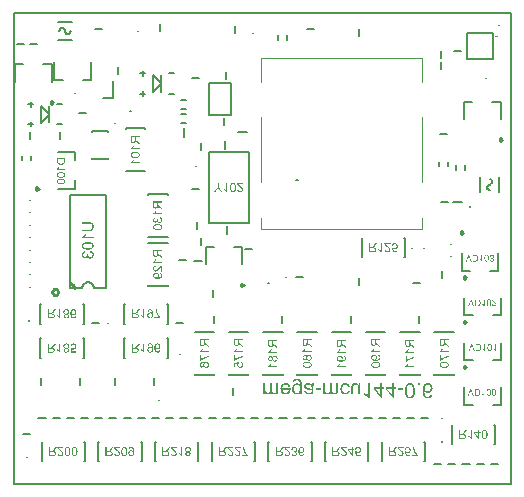
<source format=gbo>
G04*
G04 #@! TF.GenerationSoftware,Altium Limited,Altium Designer,23.8.1 (32)*
G04*
G04 Layer_Color=32896*
%FSLAX25Y25*%
%MOIN*%
G70*
G04*
G04 #@! TF.SameCoordinates,0C654998-4A2B-48E5-827E-F90EB17844E4*
G04*
G04*
G04 #@! TF.FilePolarity,Positive*
G04*
G01*
G75*
%ADD11C,0.00984*%
%ADD13C,0.00787*%
%ADD14C,0.00394*%
%ADD15C,0.00300*%
%ADD16C,0.00669*%
%ADD132C,0.00800*%
%ADD133C,0.00394*%
%ADD134C,0.00500*%
G36*
X94969Y35422D02*
X95149Y35400D01*
X95231Y35384D01*
X95302Y35368D01*
X95373Y35351D01*
X95439Y35329D01*
X95499Y35307D01*
X95548Y35291D01*
X95591Y35275D01*
X95630Y35258D01*
X95657Y35242D01*
X95679Y35236D01*
X95690Y35226D01*
X95695D01*
X95826Y35144D01*
X95941Y35051D01*
X96034Y34958D01*
X96110Y34865D01*
X96170Y34789D01*
X96214Y34723D01*
X96230Y34696D01*
X96241Y34680D01*
X96247Y34669D01*
Y34663D01*
X96280Y34592D01*
X96307Y34510D01*
X96329Y34418D01*
X96351Y34325D01*
X96378Y34123D01*
X96400Y33926D01*
X96405Y33833D01*
X96411Y33746D01*
X96416Y33664D01*
X96421Y33593D01*
Y33538D01*
Y33495D01*
Y33468D01*
Y33457D01*
Y30301D01*
X95854D01*
Y30748D01*
X95772Y30656D01*
X95690Y30574D01*
X95597Y30503D01*
X95510Y30443D01*
X95417Y30388D01*
X95329Y30350D01*
X95242Y30312D01*
X95160Y30284D01*
X95084Y30262D01*
X95013Y30246D01*
X94947Y30235D01*
X94893Y30224D01*
X94849D01*
X94811Y30219D01*
X94696D01*
X94609Y30230D01*
X94450Y30257D01*
X94308Y30295D01*
X94243Y30317D01*
X94183Y30339D01*
X94128Y30366D01*
X94085Y30388D01*
X94041Y30410D01*
X94008Y30426D01*
X93981Y30443D01*
X93959Y30454D01*
X93948Y30459D01*
X93943Y30464D01*
X93817Y30563D01*
X93702Y30672D01*
X93609Y30787D01*
X93533Y30896D01*
X93473Y30994D01*
X93446Y31038D01*
X93429Y31076D01*
X93413Y31103D01*
X93402Y31125D01*
X93391Y31141D01*
Y31147D01*
X93331Y31316D01*
X93282Y31486D01*
X93249Y31644D01*
X93227Y31791D01*
X93222Y31862D01*
X93216Y31922D01*
X93211Y31971D01*
Y32021D01*
X93205Y32059D01*
Y32086D01*
Y32102D01*
Y32108D01*
X93211Y32250D01*
X93222Y32381D01*
X93244Y32512D01*
X93271Y32632D01*
X93298Y32747D01*
X93336Y32856D01*
X93375Y32954D01*
X93413Y33047D01*
X93451Y33129D01*
X93484Y33200D01*
X93522Y33265D01*
X93550Y33315D01*
X93577Y33358D01*
X93599Y33386D01*
X93609Y33407D01*
X93615Y33413D01*
X93697Y33506D01*
X93784Y33593D01*
X93877Y33664D01*
X93975Y33724D01*
X94068Y33779D01*
X94166Y33822D01*
X94265Y33855D01*
X94358Y33888D01*
X94445Y33910D01*
X94521Y33926D01*
X94598Y33937D01*
X94658Y33942D01*
X94713Y33948D01*
X94751Y33953D01*
X94783D01*
X94893Y33948D01*
X95002Y33931D01*
X95100Y33910D01*
X95193Y33877D01*
X95286Y33844D01*
X95368Y33801D01*
X95444Y33762D01*
X95515Y33713D01*
X95575Y33669D01*
X95635Y33626D01*
X95679Y33588D01*
X95723Y33555D01*
X95750Y33522D01*
X95777Y33500D01*
X95788Y33484D01*
X95793Y33478D01*
Y33588D01*
Y33686D01*
X95788Y33773D01*
Y33855D01*
X95783Y33926D01*
Y33992D01*
X95777Y34046D01*
X95772Y34095D01*
X95766Y34139D01*
Y34172D01*
X95761Y34205D01*
X95755Y34226D01*
Y34243D01*
X95750Y34254D01*
Y34265D01*
X95712Y34374D01*
X95662Y34472D01*
X95608Y34554D01*
X95559Y34620D01*
X95504Y34674D01*
X95466Y34712D01*
X95439Y34740D01*
X95433Y34745D01*
X95428D01*
X95335Y34805D01*
X95226Y34843D01*
X95117Y34876D01*
X95013Y34898D01*
X94915Y34909D01*
X94876Y34914D01*
X94838D01*
X94811Y34920D01*
X94767D01*
X94625Y34914D01*
X94499Y34892D01*
X94396Y34865D01*
X94303Y34833D01*
X94232Y34800D01*
X94183Y34772D01*
X94150Y34751D01*
X94139Y34745D01*
X94079Y34690D01*
X94035Y34625D01*
X93997Y34559D01*
X93970Y34488D01*
X93954Y34428D01*
X93943Y34379D01*
X93932Y34347D01*
Y34341D01*
Y34336D01*
X93331Y34254D01*
Y34363D01*
X93342Y34461D01*
X93358Y34554D01*
X93386Y34641D01*
X93413Y34718D01*
X93446Y34794D01*
X93479Y34860D01*
X93517Y34914D01*
X93555Y34969D01*
X93588Y35013D01*
X93621Y35051D01*
X93653Y35084D01*
X93675Y35105D01*
X93697Y35122D01*
X93708Y35133D01*
X93713Y35138D01*
X93790Y35187D01*
X93877Y35236D01*
X93959Y35275D01*
X94052Y35307D01*
X94226Y35362D01*
X94396Y35395D01*
X94472Y35406D01*
X94543Y35417D01*
X94609Y35422D01*
X94663Y35428D01*
X94707Y35433D01*
X94772D01*
X94969Y35422D01*
D02*
G37*
G36*
X135799Y33249D02*
X135095D01*
Y33953D01*
X135799D01*
Y33249D01*
D02*
G37*
G36*
X91174Y34030D02*
X91289Y34024D01*
X91393Y34008D01*
X91491Y33986D01*
X91584Y33964D01*
X91666Y33937D01*
X91748Y33910D01*
X91819Y33882D01*
X91884Y33855D01*
X91939Y33828D01*
X91988Y33801D01*
X92032Y33779D01*
X92059Y33757D01*
X92086Y33740D01*
X92097Y33735D01*
X92103Y33729D01*
X92179Y33669D01*
X92244Y33604D01*
X92305Y33533D01*
X92365Y33462D01*
X92463Y33315D01*
X92539Y33178D01*
X92567Y33112D01*
X92594Y33053D01*
X92616Y32998D01*
X92632Y32949D01*
X92649Y32910D01*
X92659Y32883D01*
X92665Y32861D01*
Y32856D01*
X92021Y32774D01*
X91966Y32910D01*
X91901Y33031D01*
X91835Y33134D01*
X91775Y33211D01*
X91720Y33276D01*
X91677Y33320D01*
X91649Y33342D01*
X91644Y33353D01*
X91638D01*
X91546Y33413D01*
X91447Y33451D01*
X91349Y33484D01*
X91262Y33506D01*
X91180Y33517D01*
X91114Y33522D01*
X91092Y33527D01*
X91060D01*
X90978Y33522D01*
X90896Y33511D01*
X90820Y33500D01*
X90749Y33478D01*
X90618Y33429D01*
X90508Y33369D01*
X90459Y33342D01*
X90415Y33309D01*
X90383Y33282D01*
X90350Y33260D01*
X90328Y33238D01*
X90312Y33222D01*
X90301Y33216D01*
X90295Y33211D01*
X90241Y33145D01*
X90192Y33080D01*
X90153Y33003D01*
X90115Y32932D01*
X90055Y32774D01*
X90011Y32627D01*
X89995Y32556D01*
X89984Y32490D01*
X89973Y32436D01*
X89968Y32381D01*
X89962Y32343D01*
X89957Y32310D01*
Y32288D01*
Y32283D01*
X92681D01*
X92687Y32212D01*
Y32157D01*
Y32130D01*
Y32119D01*
X92681Y31955D01*
X92665Y31802D01*
X92643Y31655D01*
X92616Y31518D01*
X92578Y31393D01*
X92539Y31278D01*
X92496Y31174D01*
X92457Y31081D01*
X92414Y30999D01*
X92370Y30923D01*
X92332Y30863D01*
X92294Y30814D01*
X92266Y30770D01*
X92244Y30743D01*
X92228Y30727D01*
X92223Y30721D01*
X92135Y30634D01*
X92037Y30557D01*
X91939Y30486D01*
X91840Y30432D01*
X91742Y30382D01*
X91638Y30339D01*
X91546Y30306D01*
X91453Y30279D01*
X91365Y30262D01*
X91284Y30246D01*
X91213Y30235D01*
X91147Y30224D01*
X91098D01*
X91060Y30219D01*
X91027D01*
X90891Y30224D01*
X90754Y30241D01*
X90634Y30268D01*
X90514Y30301D01*
X90404Y30339D01*
X90301Y30382D01*
X90208Y30426D01*
X90126Y30475D01*
X90050Y30525D01*
X89984Y30568D01*
X89924Y30612D01*
X89880Y30650D01*
X89842Y30683D01*
X89815Y30710D01*
X89798Y30727D01*
X89793Y30732D01*
X89711Y30830D01*
X89640Y30939D01*
X89575Y31054D01*
X89520Y31169D01*
X89476Y31289D01*
X89438Y31409D01*
X89405Y31524D01*
X89384Y31638D01*
X89362Y31742D01*
X89351Y31846D01*
X89340Y31933D01*
X89329Y32010D01*
Y32075D01*
X89323Y32124D01*
Y32152D01*
Y32162D01*
X89329Y32326D01*
X89345Y32479D01*
X89367Y32621D01*
X89394Y32752D01*
X89433Y32878D01*
X89471Y32992D01*
X89514Y33096D01*
X89558Y33189D01*
X89596Y33271D01*
X89640Y33342D01*
X89678Y33402D01*
X89717Y33451D01*
X89744Y33495D01*
X89766Y33522D01*
X89782Y33538D01*
X89788Y33544D01*
X89880Y33631D01*
X89979Y33708D01*
X90077Y33773D01*
X90186Y33828D01*
X90290Y33877D01*
X90399Y33915D01*
X90503Y33948D01*
X90601Y33975D01*
X90694Y33992D01*
X90781Y34008D01*
X90858Y34019D01*
X90929Y34030D01*
X90983D01*
X91027Y34035D01*
X91060D01*
X91174Y34030D01*
D02*
G37*
G36*
X111065D02*
X111169Y34019D01*
X111267Y34003D01*
X111365Y33981D01*
X111453Y33953D01*
X111535Y33921D01*
X111611Y33893D01*
X111682Y33855D01*
X111742Y33822D01*
X111802Y33795D01*
X111846Y33762D01*
X111890Y33735D01*
X111917Y33713D01*
X111944Y33697D01*
X111955Y33686D01*
X111961Y33680D01*
X112032Y33609D01*
X112103Y33538D01*
X112163Y33457D01*
X112212Y33375D01*
X112261Y33293D01*
X112305Y33211D01*
X112370Y33058D01*
X112397Y32982D01*
X112419Y32916D01*
X112436Y32856D01*
X112452Y32801D01*
X112463Y32758D01*
X112468Y32725D01*
X112474Y32703D01*
Y32698D01*
X111868Y32616D01*
X111851Y32703D01*
X111835Y32779D01*
X111813Y32856D01*
X111791Y32921D01*
X111764Y32987D01*
X111742Y33042D01*
X111715Y33091D01*
X111688Y33140D01*
X111660Y33178D01*
X111638Y33211D01*
X111595Y33265D01*
X111567Y33298D01*
X111562Y33304D01*
X111557Y33309D01*
X111458Y33380D01*
X111360Y33435D01*
X111256Y33473D01*
X111163Y33500D01*
X111076Y33517D01*
X111043Y33522D01*
X111011D01*
X110983Y33527D01*
X110951D01*
X110869Y33522D01*
X110787Y33511D01*
X110716Y33495D01*
X110645Y33473D01*
X110519Y33424D01*
X110410Y33358D01*
X110366Y33331D01*
X110328Y33298D01*
X110295Y33271D01*
X110263Y33244D01*
X110241Y33227D01*
X110224Y33211D01*
X110219Y33200D01*
X110213Y33195D01*
X110164Y33129D01*
X110121Y33053D01*
X110082Y32971D01*
X110055Y32889D01*
X110001Y32708D01*
X109968Y32534D01*
X109957Y32452D01*
X109951Y32375D01*
X109946Y32304D01*
X109940Y32244D01*
X109935Y32195D01*
Y32157D01*
Y32130D01*
Y32124D01*
X109940Y31993D01*
X109946Y31868D01*
X109962Y31758D01*
X109979Y31655D01*
X110001Y31556D01*
X110028Y31469D01*
X110055Y31393D01*
X110082Y31322D01*
X110104Y31262D01*
X110132Y31207D01*
X110159Y31163D01*
X110181Y31131D01*
X110197Y31098D01*
X110213Y31081D01*
X110219Y31071D01*
X110224Y31065D01*
X110279Y31005D01*
X110339Y30956D01*
X110405Y30907D01*
X110465Y30869D01*
X110530Y30836D01*
X110590Y30808D01*
X110710Y30770D01*
X110819Y30743D01*
X110863Y30738D01*
X110907Y30732D01*
X110940Y30727D01*
X110983D01*
X111092Y30732D01*
X111196Y30754D01*
X111284Y30787D01*
X111360Y30819D01*
X111420Y30858D01*
X111469Y30885D01*
X111496Y30907D01*
X111507Y30918D01*
X111584Y30994D01*
X111649Y31081D01*
X111698Y31174D01*
X111742Y31262D01*
X111775Y31343D01*
X111797Y31409D01*
X111802Y31436D01*
X111808Y31453D01*
X111813Y31464D01*
Y31469D01*
X112414Y31376D01*
X112392Y31278D01*
X112359Y31180D01*
X112326Y31092D01*
X112294Y31010D01*
X112255Y30934D01*
X112212Y30863D01*
X112173Y30803D01*
X112130Y30743D01*
X112092Y30694D01*
X112053Y30650D01*
X112021Y30612D01*
X111988Y30579D01*
X111966Y30557D01*
X111944Y30541D01*
X111933Y30530D01*
X111928Y30525D01*
X111857Y30470D01*
X111780Y30421D01*
X111698Y30382D01*
X111617Y30350D01*
X111453Y30295D01*
X111300Y30257D01*
X111229Y30246D01*
X111163Y30235D01*
X111103Y30230D01*
X111054Y30224D01*
X111016Y30219D01*
X110956D01*
X110787Y30230D01*
X110623Y30252D01*
X110476Y30290D01*
X110410Y30312D01*
X110344Y30328D01*
X110290Y30350D01*
X110241Y30372D01*
X110197Y30388D01*
X110159Y30410D01*
X110126Y30421D01*
X110104Y30432D01*
X110093Y30443D01*
X110088D01*
X109946Y30535D01*
X109826Y30639D01*
X109722Y30754D01*
X109640Y30858D01*
X109575Y30956D01*
X109553Y30999D01*
X109531Y31038D01*
X109514Y31065D01*
X109504Y31087D01*
X109493Y31103D01*
Y31109D01*
X109427Y31278D01*
X109383Y31458D01*
X109351Y31633D01*
X109323Y31791D01*
X109318Y31868D01*
X109312Y31933D01*
X109307Y31993D01*
Y32048D01*
X109302Y32086D01*
Y32119D01*
Y32141D01*
Y32146D01*
X109307Y32310D01*
X109323Y32468D01*
X109345Y32616D01*
X109373Y32752D01*
X109405Y32878D01*
X109443Y32992D01*
X109487Y33096D01*
X109531Y33189D01*
X109569Y33271D01*
X109613Y33347D01*
X109651Y33407D01*
X109684Y33457D01*
X109711Y33500D01*
X109733Y33527D01*
X109749Y33544D01*
X109755Y33549D01*
X109842Y33637D01*
X109935Y33708D01*
X110033Y33773D01*
X110132Y33828D01*
X110235Y33877D01*
X110334Y33915D01*
X110432Y33948D01*
X110525Y33975D01*
X110612Y33997D01*
X110694Y34008D01*
X110770Y34019D01*
X110830Y34030D01*
X110885D01*
X110923Y34035D01*
X110956D01*
X111065Y34030D01*
D02*
G37*
G36*
X130323Y31819D02*
X128417D01*
Y32441D01*
X130323D01*
Y31819D01*
D02*
G37*
G36*
X102935D02*
X101030D01*
Y32441D01*
X102935D01*
Y31819D01*
D02*
G37*
G36*
X108564Y31447D02*
X108559Y31333D01*
X108554Y31229D01*
X108537Y31131D01*
X108521Y31038D01*
X108499Y30956D01*
X108472Y30879D01*
X108444Y30814D01*
X108417Y30754D01*
X108390Y30699D01*
X108362Y30650D01*
X108341Y30612D01*
X108313Y30579D01*
X108297Y30557D01*
X108281Y30541D01*
X108275Y30530D01*
X108270Y30525D01*
X108215Y30470D01*
X108150Y30421D01*
X108084Y30382D01*
X108019Y30350D01*
X107877Y30295D01*
X107746Y30257D01*
X107680Y30246D01*
X107620Y30235D01*
X107571Y30230D01*
X107522Y30224D01*
X107489Y30219D01*
X107434D01*
X107309Y30224D01*
X107189Y30246D01*
X107074Y30279D01*
X106965Y30317D01*
X106866Y30366D01*
X106774Y30421D01*
X106686Y30481D01*
X106610Y30535D01*
X106539Y30595D01*
X106479Y30656D01*
X106424Y30710D01*
X106386Y30759D01*
X106348Y30797D01*
X106326Y30830D01*
X106309Y30852D01*
X106304Y30858D01*
X106255Y30748D01*
X106200Y30656D01*
X106140Y30579D01*
X106080Y30508D01*
X106020Y30459D01*
X105976Y30421D01*
X105944Y30393D01*
X105938Y30388D01*
X105933D01*
X105829Y30333D01*
X105720Y30290D01*
X105611Y30262D01*
X105507Y30241D01*
X105414Y30230D01*
X105376Y30224D01*
X105338Y30219D01*
X105272D01*
X105141Y30224D01*
X105016Y30246D01*
X104906Y30268D01*
X104808Y30301D01*
X104732Y30328D01*
X104699Y30344D01*
X104672Y30355D01*
X104650Y30366D01*
X104633Y30377D01*
X104628Y30382D01*
X104622D01*
X104519Y30448D01*
X104431Y30519D01*
X104355Y30590D01*
X104289Y30661D01*
X104235Y30721D01*
X104197Y30770D01*
X104175Y30803D01*
X104164Y30808D01*
Y30301D01*
X103612D01*
Y33953D01*
X104229D01*
Y32059D01*
Y31966D01*
X104235Y31884D01*
X104240Y31802D01*
X104246Y31731D01*
X104251Y31660D01*
X104262Y31600D01*
X104268Y31545D01*
X104278Y31491D01*
X104289Y31447D01*
X104295Y31409D01*
X104306Y31376D01*
X104311Y31349D01*
X104317Y31327D01*
X104322Y31311D01*
X104327Y31305D01*
Y31300D01*
X104371Y31207D01*
X104420Y31125D01*
X104475Y31054D01*
X104530Y30999D01*
X104573Y30950D01*
X104611Y30923D01*
X104639Y30901D01*
X104650Y30896D01*
X104737Y30847D01*
X104819Y30814D01*
X104901Y30787D01*
X104977Y30770D01*
X105043Y30759D01*
X105092Y30754D01*
X105136D01*
X105256Y30765D01*
X105359Y30787D01*
X105441Y30819D01*
X105512Y30858D01*
X105561Y30896D01*
X105600Y30929D01*
X105622Y30950D01*
X105627Y30961D01*
X105676Y31049D01*
X105714Y31147D01*
X105742Y31251D01*
X105763Y31349D01*
X105774Y31442D01*
Y31480D01*
X105780Y31513D01*
Y31545D01*
Y31567D01*
Y31578D01*
Y31584D01*
Y33953D01*
X106397D01*
Y31835D01*
X106402Y31731D01*
X106408Y31638D01*
X106419Y31545D01*
X106435Y31464D01*
X106457Y31393D01*
X106479Y31322D01*
X106501Y31262D01*
X106528Y31207D01*
X106550Y31163D01*
X106572Y31120D01*
X106593Y31087D01*
X106615Y31060D01*
X106632Y31038D01*
X106643Y31021D01*
X106653Y31016D01*
Y31010D01*
X106703Y30967D01*
X106757Y30923D01*
X106861Y30863D01*
X106970Y30814D01*
X107074Y30787D01*
X107161Y30765D01*
X107200Y30759D01*
X107232D01*
X107260Y30754D01*
X107298D01*
X107374Y30759D01*
X107445Y30770D01*
X107511Y30787D01*
X107565Y30803D01*
X107609Y30825D01*
X107642Y30841D01*
X107664Y30852D01*
X107669Y30858D01*
X107724Y30896D01*
X107773Y30939D01*
X107806Y30983D01*
X107838Y31027D01*
X107860Y31065D01*
X107877Y31092D01*
X107887Y31114D01*
Y31120D01*
X107909Y31191D01*
X107920Y31273D01*
X107931Y31360D01*
X107942Y31447D01*
Y31529D01*
X107948Y31595D01*
Y31617D01*
Y31638D01*
Y31649D01*
Y31655D01*
Y33953D01*
X108564D01*
Y31447D01*
D02*
G37*
G36*
X88614D02*
X88608Y31333D01*
X88603Y31229D01*
X88586Y31131D01*
X88570Y31038D01*
X88548Y30956D01*
X88521Y30879D01*
X88494Y30814D01*
X88466Y30754D01*
X88439Y30699D01*
X88412Y30650D01*
X88390Y30612D01*
X88362Y30579D01*
X88346Y30557D01*
X88330Y30541D01*
X88324Y30530D01*
X88319Y30525D01*
X88264Y30470D01*
X88199Y30421D01*
X88133Y30382D01*
X88068Y30350D01*
X87926Y30295D01*
X87795Y30257D01*
X87729Y30246D01*
X87669Y30235D01*
X87620Y30230D01*
X87571Y30224D01*
X87538Y30219D01*
X87483D01*
X87358Y30224D01*
X87238Y30246D01*
X87123Y30279D01*
X87014Y30317D01*
X86916Y30366D01*
X86823Y30421D01*
X86735Y30481D01*
X86659Y30535D01*
X86588Y30595D01*
X86528Y30656D01*
X86473Y30710D01*
X86435Y30759D01*
X86397Y30797D01*
X86375Y30830D01*
X86359Y30852D01*
X86353Y30858D01*
X86304Y30748D01*
X86250Y30656D01*
X86189Y30579D01*
X86129Y30508D01*
X86069Y30459D01*
X86026Y30421D01*
X85993Y30393D01*
X85987Y30388D01*
X85982D01*
X85878Y30333D01*
X85769Y30290D01*
X85660Y30262D01*
X85556Y30241D01*
X85463Y30230D01*
X85425Y30224D01*
X85387Y30219D01*
X85321D01*
X85190Y30224D01*
X85065Y30246D01*
X84955Y30268D01*
X84857Y30301D01*
X84781Y30328D01*
X84748Y30344D01*
X84721Y30355D01*
X84699Y30366D01*
X84682Y30377D01*
X84677Y30382D01*
X84671D01*
X84568Y30448D01*
X84480Y30519D01*
X84404Y30590D01*
X84338Y30661D01*
X84284Y30721D01*
X84246Y30770D01*
X84224Y30803D01*
X84213Y30808D01*
Y30301D01*
X83661D01*
Y33953D01*
X84278D01*
Y32059D01*
Y31966D01*
X84284Y31884D01*
X84289Y31802D01*
X84295Y31731D01*
X84300Y31660D01*
X84311Y31600D01*
X84317Y31545D01*
X84328Y31491D01*
X84338Y31447D01*
X84344Y31409D01*
X84355Y31376D01*
X84360Y31349D01*
X84366Y31327D01*
X84371Y31311D01*
X84377Y31305D01*
Y31300D01*
X84420Y31207D01*
X84469Y31125D01*
X84524Y31054D01*
X84579Y30999D01*
X84622Y30950D01*
X84661Y30923D01*
X84688Y30901D01*
X84699Y30896D01*
X84786Y30847D01*
X84868Y30814D01*
X84950Y30787D01*
X85026Y30770D01*
X85092Y30759D01*
X85141Y30754D01*
X85185D01*
X85305Y30765D01*
X85409Y30787D01*
X85491Y30819D01*
X85562Y30858D01*
X85611Y30896D01*
X85649Y30929D01*
X85671Y30950D01*
X85676Y30961D01*
X85725Y31049D01*
X85764Y31147D01*
X85791Y31251D01*
X85813Y31349D01*
X85824Y31442D01*
Y31480D01*
X85829Y31513D01*
Y31545D01*
Y31567D01*
Y31578D01*
Y31584D01*
Y33953D01*
X86446D01*
Y31835D01*
X86452Y31731D01*
X86457Y31638D01*
X86468Y31545D01*
X86484Y31464D01*
X86506Y31393D01*
X86528Y31322D01*
X86550Y31262D01*
X86577Y31207D01*
X86599Y31163D01*
X86621Y31120D01*
X86643Y31087D01*
X86664Y31060D01*
X86681Y31038D01*
X86692Y31021D01*
X86703Y31016D01*
Y31010D01*
X86752Y30967D01*
X86806Y30923D01*
X86910Y30863D01*
X87019Y30814D01*
X87123Y30787D01*
X87210Y30765D01*
X87249Y30759D01*
X87281D01*
X87309Y30754D01*
X87347D01*
X87423Y30759D01*
X87494Y30770D01*
X87560Y30787D01*
X87615Y30803D01*
X87658Y30825D01*
X87691Y30841D01*
X87713Y30852D01*
X87718Y30858D01*
X87773Y30896D01*
X87822Y30939D01*
X87855Y30983D01*
X87888Y31027D01*
X87909Y31065D01*
X87926Y31092D01*
X87937Y31114D01*
Y31120D01*
X87958Y31191D01*
X87969Y31273D01*
X87980Y31360D01*
X87991Y31447D01*
Y31529D01*
X87997Y31595D01*
Y31617D01*
Y31638D01*
Y31649D01*
Y31655D01*
Y33953D01*
X88614D01*
Y31447D01*
D02*
G37*
G36*
X98535Y34030D02*
X98660Y34019D01*
X98775Y33997D01*
X98878Y33975D01*
X98960Y33953D01*
X98999Y33942D01*
X99026Y33931D01*
X99048Y33926D01*
X99064Y33921D01*
X99075Y33915D01*
X99080D01*
X99201Y33861D01*
X99321Y33801D01*
X99430Y33729D01*
X99534Y33659D01*
X99621Y33599D01*
X99654Y33566D01*
X99686Y33544D01*
X99714Y33522D01*
X99730Y33506D01*
X99741Y33500D01*
X99747Y33495D01*
X99757Y33593D01*
X99774Y33680D01*
X99796Y33757D01*
X99818Y33822D01*
X99834Y33877D01*
X99850Y33921D01*
X99861Y33942D01*
X99867Y33953D01*
X100511D01*
X100473Y33877D01*
X100440Y33795D01*
X100413Y33724D01*
X100391Y33659D01*
X100374Y33599D01*
X100364Y33555D01*
X100358Y33527D01*
Y33517D01*
X100353Y33468D01*
X100347Y33402D01*
X100342Y33331D01*
X100336Y33249D01*
X100331Y33162D01*
Y33069D01*
X100325Y32883D01*
Y32796D01*
X100320Y32708D01*
Y32632D01*
Y32561D01*
Y32506D01*
Y32463D01*
Y32436D01*
Y32425D01*
Y31600D01*
Y31524D01*
Y31458D01*
X100314Y31398D01*
Y31338D01*
X100309Y31240D01*
X100303Y31163D01*
X100298Y31103D01*
X100293Y31065D01*
X100287Y31038D01*
Y31032D01*
X100265Y30939D01*
X100233Y30858D01*
X100200Y30787D01*
X100167Y30727D01*
X100140Y30677D01*
X100112Y30639D01*
X100096Y30617D01*
X100091Y30612D01*
X100031Y30552D01*
X99965Y30497D01*
X99894Y30448D01*
X99823Y30410D01*
X99757Y30377D01*
X99708Y30355D01*
X99686Y30344D01*
X99670Y30339D01*
X99665Y30333D01*
X99659D01*
X99545Y30295D01*
X99419Y30268D01*
X99293Y30246D01*
X99173Y30235D01*
X99069Y30224D01*
X99020D01*
X98982Y30219D01*
X98906D01*
X98737Y30224D01*
X98578Y30241D01*
X98436Y30262D01*
X98371Y30273D01*
X98316Y30284D01*
X98261Y30295D01*
X98212Y30306D01*
X98174Y30317D01*
X98141Y30328D01*
X98114Y30339D01*
X98092Y30344D01*
X98081Y30350D01*
X98076D01*
X97950Y30404D01*
X97841Y30464D01*
X97748Y30525D01*
X97672Y30585D01*
X97612Y30639D01*
X97568Y30683D01*
X97541Y30710D01*
X97530Y30716D01*
Y30721D01*
X97464Y30814D01*
X97410Y30918D01*
X97366Y31021D01*
X97328Y31120D01*
X97300Y31207D01*
X97290Y31245D01*
X97279Y31278D01*
X97273Y31305D01*
X97268Y31327D01*
X97262Y31338D01*
Y31343D01*
X97868Y31425D01*
X97890Y31354D01*
X97912Y31289D01*
X97956Y31180D01*
X98010Y31081D01*
X98059Y31010D01*
X98103Y30956D01*
X98141Y30912D01*
X98163Y30890D01*
X98174Y30885D01*
X98261Y30836D01*
X98365Y30797D01*
X98469Y30770D01*
X98573Y30748D01*
X98671Y30738D01*
X98709D01*
X98747Y30732D01*
X98818D01*
X98982Y30743D01*
X99124Y30765D01*
X99244Y30797D01*
X99343Y30836D01*
X99419Y30879D01*
X99446Y30896D01*
X99474Y30912D01*
X99495Y30923D01*
X99506Y30934D01*
X99517Y30945D01*
X99577Y31010D01*
X99621Y31092D01*
X99654Y31180D01*
X99676Y31267D01*
X99686Y31349D01*
X99697Y31414D01*
Y31436D01*
Y31458D01*
Y31469D01*
Y31475D01*
Y31491D01*
Y31513D01*
Y31567D01*
X99692Y31589D01*
Y31611D01*
Y31627D01*
Y31633D01*
X99621Y31655D01*
X99545Y31677D01*
X99457Y31698D01*
X99370Y31720D01*
X99190Y31758D01*
X99010Y31791D01*
X98922Y31802D01*
X98846Y31813D01*
X98775Y31824D01*
X98709Y31835D01*
X98660Y31840D01*
X98622Y31846D01*
X98600Y31851D01*
X98589D01*
X98458Y31868D01*
X98349Y31884D01*
X98251Y31900D01*
X98174Y31911D01*
X98114Y31928D01*
X98070Y31933D01*
X98049Y31944D01*
X98038D01*
X97950Y31971D01*
X97863Y32004D01*
X97786Y32037D01*
X97721Y32070D01*
X97666Y32097D01*
X97628Y32124D01*
X97601Y32141D01*
X97590Y32146D01*
X97519Y32201D01*
X97459Y32255D01*
X97404Y32315D01*
X97361Y32370D01*
X97322Y32425D01*
X97295Y32463D01*
X97279Y32490D01*
X97273Y32501D01*
X97235Y32588D01*
X97202Y32670D01*
X97180Y32752D01*
X97170Y32829D01*
X97158Y32894D01*
X97153Y32949D01*
Y32982D01*
Y32987D01*
Y32992D01*
X97158Y33074D01*
X97170Y33156D01*
X97180Y33233D01*
X97202Y33304D01*
X97257Y33435D01*
X97317Y33538D01*
X97344Y33588D01*
X97372Y33626D01*
X97399Y33664D01*
X97426Y33691D01*
X97448Y33713D01*
X97459Y33729D01*
X97470Y33740D01*
X97475Y33746D01*
X97541Y33795D01*
X97606Y33839D01*
X97683Y33882D01*
X97754Y33915D01*
X97907Y33964D01*
X98059Y33997D01*
X98125Y34014D01*
X98190Y34019D01*
X98251Y34024D01*
X98300Y34030D01*
X98338Y34035D01*
X98398D01*
X98535Y34030D01*
D02*
G37*
G36*
X138584Y34024D02*
X138736Y34003D01*
X138878Y33970D01*
X138998Y33926D01*
X139048Y33910D01*
X139097Y33888D01*
X139135Y33871D01*
X139168Y33855D01*
X139195Y33844D01*
X139217Y33833D01*
X139228Y33822D01*
X139233D01*
X139359Y33735D01*
X139473Y33631D01*
X139572Y33527D01*
X139648Y33429D01*
X139714Y33336D01*
X139736Y33298D01*
X139758Y33265D01*
X139774Y33238D01*
X139785Y33216D01*
X139796Y33205D01*
Y33200D01*
X139867Y33042D01*
X139916Y32889D01*
X139954Y32741D01*
X139976Y32605D01*
X139987Y32545D01*
X139992Y32485D01*
X139998Y32436D01*
Y32397D01*
X140003Y32359D01*
Y32337D01*
Y32321D01*
Y32315D01*
X139998Y32184D01*
X139987Y32059D01*
X139965Y31939D01*
X139938Y31830D01*
X139899Y31726D01*
X139867Y31627D01*
X139823Y31540D01*
X139785Y31458D01*
X139746Y31387D01*
X139703Y31322D01*
X139670Y31267D01*
X139637Y31223D01*
X139605Y31185D01*
X139583Y31163D01*
X139572Y31147D01*
X139566Y31141D01*
X139485Y31060D01*
X139397Y30989D01*
X139310Y30929D01*
X139217Y30874D01*
X139130Y30830D01*
X139042Y30792D01*
X138955Y30765D01*
X138878Y30738D01*
X138802Y30721D01*
X138731Y30705D01*
X138671Y30699D01*
X138616Y30688D01*
X138573D01*
X138540Y30683D01*
X138513D01*
X138382Y30688D01*
X138256Y30710D01*
X138141Y30738D01*
X138038Y30765D01*
X137950Y30797D01*
X137917Y30814D01*
X137885Y30825D01*
X137863Y30836D01*
X137847Y30847D01*
X137836Y30852D01*
X137830D01*
X137715Y30923D01*
X137612Y30999D01*
X137519Y31081D01*
X137437Y31163D01*
X137377Y31240D01*
X137328Y31300D01*
X137311Y31322D01*
X137301Y31338D01*
X137290Y31349D01*
X137290Y31354D01*
Y31349D01*
X137290Y31349D01*
X137295Y31218D01*
X137301Y31087D01*
X137306Y30967D01*
X137317Y30858D01*
X137333Y30754D01*
X137350Y30656D01*
X137361Y30568D01*
X137377Y30492D01*
X137393Y30426D01*
X137410Y30366D01*
X137426Y30312D01*
X137437Y30273D01*
X137448Y30241D01*
X137459Y30213D01*
X137464Y30202D01*
Y30197D01*
X137535Y30055D01*
X137606Y29929D01*
X137683Y29820D01*
X137759Y29733D01*
X137825Y29662D01*
X137874Y29613D01*
X137896Y29596D01*
X137912Y29585D01*
X137917Y29574D01*
X137923D01*
X138010Y29520D01*
X138098Y29476D01*
X138185Y29449D01*
X138267Y29427D01*
X138338Y29416D01*
X138398Y29405D01*
X138447D01*
X138513Y29411D01*
X138578Y29416D01*
X138698Y29449D01*
X138807Y29487D01*
X138895Y29536D01*
X138971Y29585D01*
X139026Y29629D01*
X139042Y29645D01*
X139059Y29662D01*
X139064Y29667D01*
X139069Y29673D01*
X139124Y29744D01*
X139168Y29826D01*
X139211Y29913D01*
X139244Y30000D01*
X139271Y30077D01*
X139288Y30142D01*
X139293Y30170D01*
X139299Y30186D01*
X139304Y30197D01*
Y30202D01*
X139921Y30153D01*
X139905Y30044D01*
X139878Y29946D01*
X139850Y29853D01*
X139818Y29766D01*
X139779Y29684D01*
X139741Y29607D01*
X139703Y29536D01*
X139665Y29476D01*
X139626Y29422D01*
X139588Y29372D01*
X139555Y29329D01*
X139523Y29296D01*
X139501Y29269D01*
X139479Y29252D01*
X139468Y29241D01*
X139463Y29236D01*
X139386Y29176D01*
X139310Y29127D01*
X139233Y29078D01*
X139151Y29039D01*
X139064Y29007D01*
X138988Y28979D01*
X138829Y28941D01*
X138758Y28925D01*
X138693Y28914D01*
X138633Y28908D01*
X138584Y28903D01*
X138545Y28897D01*
X138485D01*
X138338Y28903D01*
X138201Y28925D01*
X138070Y28952D01*
X137950Y28990D01*
X137836Y29034D01*
X137732Y29083D01*
X137634Y29132D01*
X137546Y29187D01*
X137470Y29241D01*
X137404Y29291D01*
X137344Y29340D01*
X137301Y29383D01*
X137262Y29422D01*
X137235Y29449D01*
X137219Y29471D01*
X137213Y29476D01*
X137120Y29607D01*
X137033Y29755D01*
X136962Y29919D01*
X136902Y30088D01*
X136847Y30262D01*
X136804Y30437D01*
X136771Y30612D01*
X136738Y30787D01*
X136716Y30950D01*
X136700Y31103D01*
X136689Y31240D01*
X136683Y31360D01*
X136678Y31414D01*
Y31458D01*
X136673Y31502D01*
Y31535D01*
Y31562D01*
Y31584D01*
Y31595D01*
Y31600D01*
X136678Y31835D01*
X136694Y32053D01*
X136716Y32255D01*
X136749Y32441D01*
X136787Y32610D01*
X136825Y32763D01*
X136869Y32900D01*
X136918Y33020D01*
X136962Y33129D01*
X137006Y33222D01*
X137044Y33298D01*
X137082Y33358D01*
X137115Y33407D01*
X137137Y33440D01*
X137153Y33462D01*
X137159Y33468D01*
X137251Y33566D01*
X137355Y33653D01*
X137453Y33729D01*
X137563Y33795D01*
X137666Y33850D01*
X137770Y33899D01*
X137874Y33931D01*
X137972Y33964D01*
X138065Y33986D01*
X138147Y34003D01*
X138223Y34019D01*
X138289Y34024D01*
X138343Y34030D01*
X138387Y34035D01*
X138420D01*
X138584Y34024D01*
D02*
G37*
G36*
X114368Y34030D02*
X114494Y34008D01*
X114609Y33981D01*
X114723Y33937D01*
X114827Y33893D01*
X114920Y33839D01*
X115007Y33784D01*
X115089Y33724D01*
X115160Y33669D01*
X115220Y33615D01*
X115275Y33560D01*
X115319Y33517D01*
X115351Y33473D01*
X115373Y33446D01*
X115390Y33424D01*
X115395Y33418D01*
Y33953D01*
X115946D01*
Y30301D01*
X115329D01*
Y32261D01*
X115324Y32425D01*
X115313Y32567D01*
X115297Y32687D01*
X115280Y32790D01*
X115269Y32834D01*
X115258Y32867D01*
X115247Y32900D01*
X115242Y32927D01*
X115237Y32943D01*
X115231Y32960D01*
X115226Y32965D01*
Y32971D01*
X115182Y33058D01*
X115127Y33134D01*
X115067Y33200D01*
X115013Y33255D01*
X114958Y33298D01*
X114915Y33331D01*
X114887Y33353D01*
X114882Y33358D01*
X114876D01*
X114783Y33407D01*
X114696Y33440D01*
X114609Y33468D01*
X114527Y33484D01*
X114456Y33495D01*
X114407Y33500D01*
X114357D01*
X114259Y33495D01*
X114166Y33478D01*
X114084Y33457D01*
X114019Y33429D01*
X113964Y33407D01*
X113921Y33386D01*
X113899Y33369D01*
X113888Y33364D01*
X113822Y33309D01*
X113768Y33244D01*
X113724Y33184D01*
X113691Y33123D01*
X113664Y33069D01*
X113648Y33020D01*
X113642Y32992D01*
X113637Y32982D01*
X113631Y32949D01*
X113626Y32905D01*
X113620Y32807D01*
X113610Y32698D01*
Y32588D01*
X113604Y32490D01*
Y32446D01*
Y32403D01*
Y32370D01*
Y32348D01*
Y32332D01*
Y32326D01*
Y30301D01*
X112987D01*
Y32567D01*
Y32703D01*
X112993Y32823D01*
X112998Y32921D01*
X113004Y33003D01*
X113009Y33063D01*
X113014Y33112D01*
X113020Y33134D01*
Y33145D01*
X113047Y33244D01*
X113074Y33331D01*
X113107Y33407D01*
X113140Y33473D01*
X113167Y33527D01*
X113189Y33571D01*
X113206Y33593D01*
X113211Y33604D01*
X113266Y33669D01*
X113331Y33729D01*
X113402Y33784D01*
X113468Y33828D01*
X113533Y33866D01*
X113582Y33893D01*
X113615Y33910D01*
X113620Y33915D01*
X113626D01*
X113735Y33953D01*
X113839Y33986D01*
X113943Y34008D01*
X114035Y34019D01*
X114117Y34030D01*
X114177Y34035D01*
X114232D01*
X114368Y34030D01*
D02*
G37*
G36*
X119075Y28897D02*
X118676D01*
X118605Y29023D01*
X118524Y29143D01*
X118431Y29258D01*
X118338Y29356D01*
X118256Y29449D01*
X118218Y29482D01*
X118191Y29514D01*
X118163Y29542D01*
X118141Y29558D01*
X118130Y29569D01*
X118125Y29574D01*
X117977Y29700D01*
X117819Y29809D01*
X117666Y29913D01*
X117524Y30000D01*
X117464Y30033D01*
X117404Y30066D01*
X117350Y30099D01*
X117306Y30121D01*
X117268Y30137D01*
X117240Y30153D01*
X117224Y30159D01*
X117219Y30164D01*
Y30759D01*
X117328Y30716D01*
X117442Y30667D01*
X117552Y30612D01*
X117650Y30563D01*
X117737Y30514D01*
X117775Y30497D01*
X117808Y30475D01*
X117836Y30464D01*
X117852Y30454D01*
X117863Y30443D01*
X117868D01*
X117999Y30361D01*
X118114Y30284D01*
X118218Y30213D01*
X118300Y30148D01*
X118371Y30093D01*
X118420Y30055D01*
X118447Y30028D01*
X118458Y30017D01*
Y33953D01*
X119075D01*
Y28897D01*
D02*
G37*
G36*
X127178Y32747D02*
X127860D01*
Y32179D01*
X127178D01*
Y28914D01*
X126670D01*
X124366Y32179D01*
Y32747D01*
X126561D01*
Y33953D01*
X127178D01*
Y32747D01*
D02*
G37*
G36*
X123263D02*
X123945D01*
Y32179D01*
X123263D01*
Y28914D01*
X122755D01*
X120451Y32179D01*
Y32747D01*
X122646D01*
Y33953D01*
X123263D01*
Y32747D01*
D02*
G37*
G36*
X132578Y34030D02*
X132670Y34024D01*
X132763Y34008D01*
X132851Y33992D01*
X132932Y33964D01*
X133003Y33942D01*
X133074Y33915D01*
X133134Y33888D01*
X133194Y33861D01*
X133244Y33833D01*
X133287Y33806D01*
X133320Y33784D01*
X133347Y33768D01*
X133369Y33751D01*
X133380Y33746D01*
X133386Y33740D01*
X133451Y33680D01*
X133517Y33620D01*
X133626Y33484D01*
X133719Y33347D01*
X133795Y33211D01*
X133828Y33145D01*
X133855Y33085D01*
X133877Y33036D01*
X133899Y32987D01*
X133915Y32954D01*
X133921Y32921D01*
X133932Y32905D01*
Y32900D01*
X133964Y32796D01*
X133992Y32681D01*
X134041Y32446D01*
X134074Y32206D01*
X134084Y32092D01*
X134095Y31977D01*
X134101Y31873D01*
X134106Y31775D01*
X134112Y31693D01*
X134117Y31617D01*
Y31556D01*
Y31507D01*
Y31480D01*
Y31469D01*
Y31333D01*
X134112Y31201D01*
X134106Y31081D01*
X134101Y30967D01*
X134090Y30863D01*
X134079Y30765D01*
X134068Y30677D01*
X134063Y30595D01*
X134052Y30525D01*
X134041Y30464D01*
X134030Y30410D01*
X134019Y30366D01*
X134013Y30328D01*
X134008Y30306D01*
X134003Y30290D01*
Y30284D01*
X133959Y30126D01*
X133904Y29978D01*
X133855Y29853D01*
X133806Y29744D01*
X133779Y29700D01*
X133762Y29656D01*
X133740Y29618D01*
X133724Y29591D01*
X133708Y29569D01*
X133702Y29553D01*
X133691Y29542D01*
Y29536D01*
X133615Y29427D01*
X133528Y29329D01*
X133446Y29247D01*
X133364Y29181D01*
X133293Y29127D01*
X133238Y29094D01*
X133216Y29078D01*
X133200Y29067D01*
X133189Y29061D01*
X133184D01*
X133063Y29007D01*
X132943Y28968D01*
X132823Y28936D01*
X132714Y28919D01*
X132616Y28908D01*
X132578Y28903D01*
X132539Y28897D01*
X132474D01*
X132376Y28903D01*
X132277Y28908D01*
X132184Y28925D01*
X132097Y28941D01*
X132021Y28963D01*
X131944Y28990D01*
X131873Y29017D01*
X131813Y29045D01*
X131753Y29072D01*
X131704Y29100D01*
X131660Y29121D01*
X131628Y29149D01*
X131600Y29165D01*
X131578Y29181D01*
X131568Y29187D01*
X131562Y29192D01*
X131497Y29252D01*
X131436Y29312D01*
X131327Y29449D01*
X131229Y29585D01*
X131152Y29722D01*
X131120Y29787D01*
X131092Y29842D01*
X131071Y29897D01*
X131049Y29940D01*
X131038Y29978D01*
X131027Y30011D01*
X131016Y30028D01*
Y30033D01*
X130983Y30137D01*
X130956Y30252D01*
X130912Y30486D01*
X130879Y30727D01*
X130869Y30841D01*
X130858Y30956D01*
X130852Y31060D01*
X130847Y31158D01*
X130841Y31245D01*
Y31322D01*
X130836Y31382D01*
Y31431D01*
Y31458D01*
Y31469D01*
X130841Y31726D01*
X130858Y31966D01*
X130879Y32184D01*
X130912Y32386D01*
X130950Y32572D01*
X130994Y32741D01*
X131038Y32889D01*
X131087Y33025D01*
X131131Y33140D01*
X131174Y33244D01*
X131218Y33325D01*
X131256Y33397D01*
X131289Y33451D01*
X131311Y33489D01*
X131327Y33511D01*
X131333Y33517D01*
X131415Y33609D01*
X131502Y33686D01*
X131595Y33757D01*
X131688Y33817D01*
X131780Y33866D01*
X131879Y33910D01*
X131972Y33942D01*
X132059Y33970D01*
X132146Y33992D01*
X132223Y34008D01*
X132294Y34019D01*
X132354Y34024D01*
X132403Y34030D01*
X132441Y34035D01*
X132474D01*
X132578Y34030D01*
D02*
G37*
G36*
X159852Y76819D02*
X159908Y76811D01*
X159962Y76802D01*
X160014Y76789D01*
X160063Y76775D01*
X160107Y76757D01*
X160149Y76738D01*
X160186Y76718D01*
X160221Y76701D01*
X160250Y76681D01*
X160277Y76664D01*
X160297Y76649D01*
X160314Y76637D01*
X160326Y76627D01*
X160334Y76620D01*
X160336Y76617D01*
X160376Y76578D01*
X160407Y76536D01*
X160437Y76494D01*
X160462Y76450D01*
X160484Y76408D01*
X160501Y76366D01*
X160516Y76327D01*
X160528Y76288D01*
X160538Y76251D01*
X160543Y76219D01*
X160548Y76189D01*
X160553Y76162D01*
Y76142D01*
X160555Y76125D01*
Y76115D01*
Y76113D01*
Y76073D01*
X160550Y76034D01*
X160538Y75963D01*
X160518Y75901D01*
X160508Y75874D01*
X160499Y75850D01*
X160489Y75825D01*
X160479Y75805D01*
X160469Y75788D01*
X160459Y75776D01*
X160452Y75763D01*
X160447Y75756D01*
X160444Y75751D01*
X160442Y75749D01*
X160398Y75697D01*
X160346Y75655D01*
X160294Y75623D01*
X160245Y75596D01*
X160198Y75577D01*
X160179Y75569D01*
X160164Y75564D01*
X160149Y75559D01*
X160139Y75557D01*
X160132Y75554D01*
X160130D01*
X160184Y75525D01*
X160230Y75495D01*
X160272Y75463D01*
X160304Y75431D01*
X160331Y75404D01*
X160348Y75382D01*
X160361Y75367D01*
X160363Y75365D01*
Y75362D01*
X160390Y75316D01*
X160410Y75269D01*
X160425Y75225D01*
X160435Y75183D01*
X160440Y75148D01*
X160444Y75119D01*
Y75109D01*
Y75102D01*
Y75097D01*
Y75094D01*
X160442Y75038D01*
X160432Y74984D01*
X160417Y74935D01*
X160403Y74890D01*
X160388Y74853D01*
X160380Y74839D01*
X160373Y74826D01*
X160368Y74816D01*
X160363Y74807D01*
X160361Y74804D01*
Y74802D01*
X160326Y74752D01*
X160287Y74711D01*
X160248Y74674D01*
X160208Y74642D01*
X160174Y74617D01*
X160147Y74600D01*
X160134Y74593D01*
X160127Y74588D01*
X160122Y74585D01*
X160120D01*
X160061Y74558D01*
X160002Y74538D01*
X159943Y74524D01*
X159891Y74514D01*
X159844Y74509D01*
X159827Y74506D01*
X159810Y74504D01*
X159778D01*
X159729Y74506D01*
X159682Y74511D01*
X159638Y74519D01*
X159593Y74529D01*
X159554Y74541D01*
X159517Y74553D01*
X159483Y74568D01*
X159453Y74580D01*
X159423Y74595D01*
X159399Y74610D01*
X159379Y74622D01*
X159360Y74634D01*
X159347Y74644D01*
X159335Y74652D01*
X159330Y74656D01*
X159328Y74659D01*
X159296Y74689D01*
X159266Y74723D01*
X159239Y74757D01*
X159214Y74792D01*
X159192Y74829D01*
X159175Y74863D01*
X159143Y74935D01*
X159131Y74967D01*
X159121Y74996D01*
X159114Y75023D01*
X159106Y75045D01*
X159101Y75065D01*
X159099Y75080D01*
X159096Y75090D01*
Y75092D01*
X159374Y75141D01*
X159389Y75070D01*
X159409Y75008D01*
X159431Y74954D01*
X159456Y74912D01*
X159475Y74878D01*
X159495Y74856D01*
X159507Y74841D01*
X159512Y74836D01*
X159556Y74802D01*
X159601Y74777D01*
X159647Y74757D01*
X159689Y74745D01*
X159729Y74738D01*
X159743Y74735D01*
X159758D01*
X159770Y74733D01*
X159785D01*
X159844Y74738D01*
X159896Y74748D01*
X159943Y74765D01*
X159982Y74782D01*
X160011Y74802D01*
X160034Y74819D01*
X160048Y74829D01*
X160053Y74834D01*
X160073Y74853D01*
X160088Y74873D01*
X160115Y74917D01*
X160134Y74959D01*
X160147Y74998D01*
X160154Y75035D01*
X160157Y75062D01*
X160159Y75075D01*
Y75082D01*
Y75087D01*
Y75090D01*
X160157Y75124D01*
X160152Y75156D01*
X160147Y75188D01*
X160137Y75215D01*
X160112Y75264D01*
X160088Y75304D01*
X160061Y75336D01*
X160036Y75358D01*
X160026Y75365D01*
X160021Y75370D01*
X160016Y75375D01*
X160014D01*
X159960Y75407D01*
X159903Y75429D01*
X159849Y75446D01*
X159800Y75456D01*
X159758Y75463D01*
X159741Y75466D01*
X159724D01*
X159711Y75468D01*
X159679D01*
X159665Y75466D01*
X159652Y75463D01*
X159647D01*
X159618Y75707D01*
X159660Y75697D01*
X159699Y75690D01*
X159731Y75685D01*
X159761Y75680D01*
X159783D01*
X159800Y75677D01*
X159815D01*
X159849Y75680D01*
X159884Y75682D01*
X159945Y75697D01*
X159999Y75717D01*
X160046Y75739D01*
X160083Y75763D01*
X160098Y75773D01*
X160110Y75783D01*
X160120Y75791D01*
X160127Y75798D01*
X160130Y75800D01*
X160132Y75803D01*
X160154Y75827D01*
X160174Y75852D01*
X160191Y75877D01*
X160206Y75904D01*
X160228Y75955D01*
X160245Y76007D01*
X160253Y76051D01*
X160255Y76069D01*
X160257Y76086D01*
X160260Y76098D01*
Y76110D01*
Y76115D01*
Y76118D01*
X160257Y76155D01*
X160255Y76189D01*
X160238Y76256D01*
X160218Y76312D01*
X160194Y76361D01*
X160179Y76383D01*
X160167Y76401D01*
X160157Y76418D01*
X160147Y76430D01*
X160137Y76440D01*
X160130Y76447D01*
X160127Y76452D01*
X160125Y76455D01*
X160098Y76479D01*
X160071Y76499D01*
X160044Y76516D01*
X160016Y76534D01*
X159960Y76558D01*
X159906Y76573D01*
X159861Y76583D01*
X159839Y76585D01*
X159825Y76588D01*
X159810Y76590D01*
X159790D01*
X159731Y76585D01*
X159675Y76573D01*
X159628Y76558D01*
X159586Y76538D01*
X159552Y76519D01*
X159527Y76504D01*
X159520Y76497D01*
X159512Y76492D01*
X159510Y76487D01*
X159507D01*
X159487Y76465D01*
X159468Y76442D01*
X159433Y76391D01*
X159406Y76334D01*
X159384Y76278D01*
X159367Y76226D01*
X159362Y76204D01*
X159357Y76184D01*
X159352Y76167D01*
X159350Y76155D01*
X159347Y76147D01*
Y76145D01*
X159069Y76182D01*
X159077Y76233D01*
X159087Y76283D01*
X159101Y76329D01*
X159116Y76374D01*
X159133Y76415D01*
X159153Y76452D01*
X159173Y76489D01*
X159192Y76519D01*
X159212Y76548D01*
X159229Y76573D01*
X159246Y76595D01*
X159261Y76612D01*
X159276Y76627D01*
X159286Y76637D01*
X159291Y76642D01*
X159293Y76644D01*
X159330Y76676D01*
X159372Y76703D01*
X159411Y76725D01*
X159453Y76748D01*
X159495Y76765D01*
X159537Y76777D01*
X159576Y76789D01*
X159615Y76799D01*
X159652Y76807D01*
X159684Y76811D01*
X159714Y76816D01*
X159741Y76819D01*
X159761D01*
X159778Y76821D01*
X159790D01*
X159852Y76819D01*
D02*
G37*
G36*
X156590Y74504D02*
X156410D01*
X156378Y74561D01*
X156341Y74615D01*
X156299Y74666D01*
X156257Y74711D01*
X156221Y74752D01*
X156203Y74767D01*
X156191Y74782D01*
X156179Y74794D01*
X156169Y74802D01*
X156164Y74807D01*
X156162Y74809D01*
X156095Y74866D01*
X156024Y74915D01*
X155955Y74962D01*
X155891Y75001D01*
X155864Y75016D01*
X155837Y75030D01*
X155812Y75045D01*
X155793Y75055D01*
X155775Y75062D01*
X155763Y75070D01*
X155756Y75072D01*
X155753Y75075D01*
Y75343D01*
X155802Y75323D01*
X155854Y75301D01*
X155903Y75276D01*
X155948Y75254D01*
X155987Y75232D01*
X156004Y75225D01*
X156019Y75215D01*
X156031Y75210D01*
X156039Y75205D01*
X156044Y75200D01*
X156046D01*
X156105Y75163D01*
X156157Y75129D01*
X156203Y75097D01*
X156240Y75067D01*
X156272Y75043D01*
X156294Y75025D01*
X156307Y75013D01*
X156312Y75008D01*
Y76782D01*
X156590D01*
Y74504D01*
D02*
G37*
G36*
X154255Y76780D02*
X154324Y76777D01*
X154385Y76770D01*
X154440Y76762D01*
X154462Y76760D01*
X154481Y76757D01*
X154501Y76752D01*
X154516Y76750D01*
X154528Y76748D01*
X154535D01*
X154540Y76745D01*
X154543D01*
X154599Y76728D01*
X154654Y76711D01*
X154700Y76691D01*
X154740Y76674D01*
X154772Y76657D01*
X154796Y76644D01*
X154811Y76634D01*
X154814Y76632D01*
X154816D01*
X154858Y76600D01*
X154897Y76568D01*
X154932Y76534D01*
X154961Y76499D01*
X154988Y76469D01*
X155005Y76447D01*
X155013Y76437D01*
X155018Y76430D01*
X155023Y76428D01*
Y76425D01*
X155057Y76374D01*
X155087Y76319D01*
X155114Y76263D01*
X155136Y76211D01*
X155153Y76165D01*
X155160Y76145D01*
X155168Y76128D01*
X155170Y76115D01*
X155175Y76105D01*
X155178Y76098D01*
Y76096D01*
X155197Y76017D01*
X155212Y75938D01*
X155224Y75862D01*
X155232Y75791D01*
X155234Y75759D01*
X155237Y75729D01*
Y75702D01*
X155239Y75680D01*
Y75660D01*
Y75648D01*
Y75638D01*
Y75636D01*
X155234Y75525D01*
X155232Y75473D01*
X155224Y75424D01*
X155217Y75377D01*
X155210Y75333D01*
X155202Y75291D01*
X155195Y75252D01*
X155185Y75217D01*
X155178Y75188D01*
X155170Y75161D01*
X155163Y75139D01*
X155155Y75121D01*
X155153Y75107D01*
X155148Y75099D01*
Y75097D01*
X155111Y75013D01*
X155069Y74937D01*
X155047Y74902D01*
X155025Y74871D01*
X155003Y74841D01*
X154981Y74814D01*
X154961Y74789D01*
X154941Y74770D01*
X154924Y74750D01*
X154909Y74735D01*
X154897Y74723D01*
X154887Y74716D01*
X154882Y74711D01*
X154880Y74708D01*
X154826Y74666D01*
X154769Y74632D01*
X154715Y74605D01*
X154663Y74583D01*
X154617Y74566D01*
X154597Y74561D01*
X154580Y74556D01*
X154568Y74551D01*
X154558Y74548D01*
X154550Y74546D01*
X154548D01*
X154521Y74541D01*
X154491Y74533D01*
X154425Y74526D01*
X154358Y74519D01*
X154292Y74516D01*
X154262Y74514D01*
X154233D01*
X154208Y74511D01*
X153362D01*
Y76782D01*
X154181D01*
X154255Y76780D01*
D02*
G37*
G36*
X153092Y74511D02*
X152787D01*
X152174Y76162D01*
X152149Y76231D01*
X152125Y76297D01*
X152103Y76361D01*
X152085Y76418D01*
X152078Y76442D01*
X152071Y76465D01*
X152066Y76484D01*
X152061Y76502D01*
X152056Y76514D01*
X152053Y76526D01*
X152051Y76531D01*
Y76534D01*
X152031Y76467D01*
X152012Y76401D01*
X151992Y76339D01*
X151975Y76283D01*
X151965Y76256D01*
X151957Y76233D01*
X151950Y76214D01*
X151945Y76196D01*
X151940Y76182D01*
X151935Y76172D01*
X151933Y76165D01*
Y76162D01*
X151342Y74511D01*
X151015D01*
X151896Y76782D01*
X152206D01*
X153092Y74511D01*
D02*
G37*
G36*
X158090Y76816D02*
X158132Y76814D01*
X158174Y76807D01*
X158213Y76799D01*
X158250Y76787D01*
X158282Y76777D01*
X158314Y76765D01*
X158341Y76752D01*
X158368Y76740D01*
X158390Y76728D01*
X158410Y76715D01*
X158425Y76706D01*
X158437Y76698D01*
X158447Y76691D01*
X158452Y76688D01*
X158454Y76686D01*
X158484Y76659D01*
X158513Y76632D01*
X158563Y76570D01*
X158604Y76509D01*
X158639Y76447D01*
X158654Y76418D01*
X158666Y76391D01*
X158676Y76369D01*
X158686Y76346D01*
X158693Y76332D01*
X158695Y76317D01*
X158700Y76310D01*
Y76307D01*
X158715Y76260D01*
X158727Y76209D01*
X158749Y76103D01*
X158764Y75995D01*
X158769Y75943D01*
X158774Y75891D01*
X158777Y75845D01*
X158779Y75800D01*
X158782Y75763D01*
X158784Y75729D01*
Y75702D01*
Y75680D01*
Y75668D01*
Y75663D01*
Y75601D01*
X158782Y75542D01*
X158779Y75488D01*
X158777Y75436D01*
X158772Y75390D01*
X158767Y75345D01*
X158762Y75306D01*
X158759Y75269D01*
X158754Y75237D01*
X158749Y75210D01*
X158745Y75185D01*
X158740Y75166D01*
X158737Y75148D01*
X158735Y75139D01*
X158732Y75131D01*
Y75129D01*
X158713Y75058D01*
X158688Y74991D01*
X158666Y74935D01*
X158644Y74885D01*
X158631Y74866D01*
X158624Y74846D01*
X158614Y74829D01*
X158607Y74816D01*
X158599Y74807D01*
X158597Y74799D01*
X158592Y74794D01*
Y74792D01*
X158558Y74743D01*
X158518Y74698D01*
X158481Y74661D01*
X158444Y74632D01*
X158413Y74607D01*
X158388Y74593D01*
X158378Y74585D01*
X158371Y74580D01*
X158366Y74578D01*
X158363D01*
X158309Y74553D01*
X158255Y74536D01*
X158201Y74521D01*
X158152Y74514D01*
X158107Y74509D01*
X158090Y74506D01*
X158073Y74504D01*
X158044D01*
X157999Y74506D01*
X157955Y74509D01*
X157913Y74516D01*
X157874Y74524D01*
X157839Y74533D01*
X157805Y74546D01*
X157773Y74558D01*
X157746Y74570D01*
X157719Y74583D01*
X157697Y74595D01*
X157677Y74605D01*
X157662Y74617D01*
X157650Y74625D01*
X157640Y74632D01*
X157635Y74634D01*
X157633Y74637D01*
X157603Y74664D01*
X157576Y74691D01*
X157527Y74752D01*
X157483Y74814D01*
X157448Y74875D01*
X157433Y74905D01*
X157421Y74930D01*
X157411Y74954D01*
X157401Y74974D01*
X157396Y74991D01*
X157392Y75006D01*
X157387Y75013D01*
Y75016D01*
X157372Y75062D01*
X157360Y75114D01*
X157340Y75220D01*
X157325Y75328D01*
X157320Y75380D01*
X157315Y75431D01*
X157313Y75478D01*
X157310Y75522D01*
X157308Y75562D01*
Y75596D01*
X157306Y75623D01*
Y75645D01*
Y75658D01*
Y75663D01*
X157308Y75778D01*
X157315Y75886D01*
X157325Y75985D01*
X157340Y76076D01*
X157357Y76160D01*
X157377Y76236D01*
X157396Y76302D01*
X157419Y76364D01*
X157438Y76415D01*
X157458Y76462D01*
X157478Y76499D01*
X157495Y76531D01*
X157510Y76556D01*
X157519Y76573D01*
X157527Y76583D01*
X157529Y76585D01*
X157566Y76627D01*
X157606Y76661D01*
X157647Y76693D01*
X157689Y76720D01*
X157731Y76743D01*
X157775Y76762D01*
X157817Y76777D01*
X157857Y76789D01*
X157896Y76799D01*
X157930Y76807D01*
X157962Y76811D01*
X157989Y76814D01*
X158011Y76816D01*
X158029Y76819D01*
X158044D01*
X158090Y76816D01*
D02*
G37*
G36*
X157390Y59604D02*
X157210D01*
X157178Y59661D01*
X157141Y59715D01*
X157099Y59766D01*
X157057Y59811D01*
X157021Y59852D01*
X157003Y59867D01*
X156991Y59882D01*
X156979Y59894D01*
X156969Y59902D01*
X156964Y59907D01*
X156962Y59909D01*
X156895Y59966D01*
X156824Y60015D01*
X156755Y60062D01*
X156691Y60101D01*
X156664Y60116D01*
X156637Y60130D01*
X156612Y60145D01*
X156593Y60155D01*
X156575Y60162D01*
X156563Y60170D01*
X156556Y60172D01*
X156553Y60175D01*
Y60443D01*
X156602Y60423D01*
X156654Y60401D01*
X156703Y60376D01*
X156748Y60354D01*
X156787Y60332D01*
X156804Y60325D01*
X156819Y60315D01*
X156831Y60310D01*
X156839Y60305D01*
X156843Y60300D01*
X156846D01*
X156905Y60263D01*
X156957Y60229D01*
X157003Y60197D01*
X157040Y60167D01*
X157072Y60143D01*
X157094Y60125D01*
X157107Y60113D01*
X157112Y60108D01*
Y61882D01*
X157390D01*
Y59604D01*
D02*
G37*
G36*
X161333Y61614D02*
X160214D01*
X160253Y61560D01*
X160273Y61535D01*
X160292Y61513D01*
X160310Y61493D01*
X160322Y61479D01*
X160332Y61469D01*
X160334Y61466D01*
X160349Y61451D01*
X160369Y61432D01*
X160391Y61412D01*
X160415Y61390D01*
X160467Y61341D01*
X160521Y61294D01*
X160573Y61250D01*
X160595Y61230D01*
X160617Y61213D01*
X160632Y61198D01*
X160647Y61188D01*
X160654Y61181D01*
X160656Y61178D01*
X160711Y61132D01*
X160762Y61087D01*
X160809Y61048D01*
X160851Y61009D01*
X160890Y60974D01*
X160925Y60940D01*
X160957Y60910D01*
X160986Y60883D01*
X161011Y60861D01*
X161030Y60839D01*
X161048Y60822D01*
X161062Y60807D01*
X161072Y60795D01*
X161082Y60787D01*
X161084Y60782D01*
X161087Y60780D01*
X161134Y60726D01*
X161171Y60676D01*
X161203Y60630D01*
X161230Y60588D01*
X161249Y60553D01*
X161264Y60527D01*
X161269Y60517D01*
X161272Y60509D01*
X161274Y60507D01*
Y60504D01*
X161294Y60455D01*
X161306Y60406D01*
X161316Y60362D01*
X161323Y60320D01*
X161328Y60285D01*
X161330Y60258D01*
Y60249D01*
Y60241D01*
Y60239D01*
Y60236D01*
X161328Y60187D01*
X161323Y60140D01*
X161313Y60096D01*
X161301Y60052D01*
X161286Y60012D01*
X161269Y59975D01*
X161252Y59941D01*
X161235Y59912D01*
X161217Y59882D01*
X161200Y59857D01*
X161183Y59835D01*
X161168Y59818D01*
X161156Y59806D01*
X161146Y59793D01*
X161141Y59789D01*
X161139Y59786D01*
X161102Y59754D01*
X161062Y59727D01*
X161021Y59702D01*
X160976Y59680D01*
X160934Y59663D01*
X160890Y59648D01*
X160848Y59636D01*
X160807Y59626D01*
X160770Y59619D01*
X160733Y59614D01*
X160701Y59609D01*
X160674Y59606D01*
X160652Y59604D01*
X160620D01*
X160561Y59606D01*
X160504Y59611D01*
X160452Y59619D01*
X160403Y59631D01*
X160356Y59643D01*
X160315Y59658D01*
X160275Y59673D01*
X160241Y59688D01*
X160209Y59705D01*
X160182Y59720D01*
X160157Y59734D01*
X160137Y59747D01*
X160123Y59759D01*
X160113Y59766D01*
X160106Y59771D01*
X160103Y59774D01*
X160069Y59806D01*
X160039Y59843D01*
X160012Y59879D01*
X159987Y59921D01*
X159968Y59961D01*
X159948Y60000D01*
X159933Y60042D01*
X159921Y60079D01*
X159909Y60116D01*
X159901Y60150D01*
X159894Y60182D01*
X159889Y60209D01*
X159887Y60231D01*
X159884Y60246D01*
X159882Y60256D01*
Y60261D01*
X160167Y60290D01*
X160169Y60251D01*
X160172Y60214D01*
X160187Y60150D01*
X160206Y60091D01*
X160216Y60066D01*
X160229Y60044D01*
X160238Y60025D01*
X160251Y60007D01*
X160260Y59993D01*
X160268Y59980D01*
X160278Y59970D01*
X160283Y59963D01*
X160285Y59961D01*
X160287Y59958D01*
X160312Y59936D01*
X160337Y59916D01*
X160364Y59902D01*
X160391Y59887D01*
X160445Y59865D01*
X160497Y59850D01*
X160541Y59843D01*
X160561Y59838D01*
X160578D01*
X160592Y59835D01*
X160647D01*
X160681Y59840D01*
X160743Y59852D01*
X160794Y59872D01*
X160841Y59892D01*
X160875Y59914D01*
X160890Y59924D01*
X160903Y59934D01*
X160912Y59941D01*
X160920Y59946D01*
X160922Y59948D01*
X160925Y59951D01*
X160947Y59973D01*
X160964Y59995D01*
X160981Y60017D01*
X160994Y60042D01*
X161016Y60089D01*
X161030Y60133D01*
X161038Y60170D01*
X161043Y60187D01*
Y60202D01*
X161045Y60212D01*
Y60221D01*
Y60226D01*
Y60229D01*
X161043Y60258D01*
X161040Y60288D01*
X161026Y60347D01*
X161003Y60404D01*
X160979Y60455D01*
X160954Y60499D01*
X160944Y60517D01*
X160932Y60534D01*
X160925Y60546D01*
X160917Y60556D01*
X160915Y60561D01*
X160912Y60563D01*
X160885Y60598D01*
X160853Y60635D01*
X160816Y60674D01*
X160777Y60713D01*
X160696Y60795D01*
X160612Y60871D01*
X160573Y60908D01*
X160533Y60940D01*
X160499Y60969D01*
X160469Y60994D01*
X160445Y61016D01*
X160428Y61031D01*
X160415Y61043D01*
X160410Y61046D01*
X160366Y61082D01*
X160327Y61117D01*
X160287Y61149D01*
X160253Y61181D01*
X160219Y61210D01*
X160189Y61240D01*
X160162Y61264D01*
X160137Y61289D01*
X160115Y61311D01*
X160098Y61331D01*
X160081Y61348D01*
X160069Y61360D01*
X160056Y61373D01*
X160049Y61380D01*
X160046Y61385D01*
X160044Y61387D01*
X160000Y61442D01*
X159963Y61496D01*
X159931Y61547D01*
X159906Y61594D01*
X159887Y61633D01*
X159879Y61651D01*
X159872Y61663D01*
X159867Y61675D01*
X159864Y61683D01*
X159862Y61688D01*
Y61690D01*
X159850Y61725D01*
X159842Y61759D01*
X159835Y61791D01*
X159832Y61821D01*
X159830Y61845D01*
Y61865D01*
Y61877D01*
Y61882D01*
X161333D01*
Y61614D01*
D02*
G37*
G36*
X155055Y61879D02*
X155124Y61877D01*
X155185Y61870D01*
X155240Y61862D01*
X155262Y61860D01*
X155281Y61857D01*
X155301Y61852D01*
X155316Y61850D01*
X155328Y61848D01*
X155335D01*
X155340Y61845D01*
X155343D01*
X155400Y61828D01*
X155454Y61811D01*
X155500Y61791D01*
X155540Y61774D01*
X155572Y61756D01*
X155596Y61744D01*
X155611Y61734D01*
X155614Y61732D01*
X155616D01*
X155658Y61700D01*
X155697Y61668D01*
X155732Y61633D01*
X155761Y61599D01*
X155788Y61569D01*
X155805Y61547D01*
X155813Y61537D01*
X155818Y61530D01*
X155823Y61528D01*
Y61525D01*
X155857Y61474D01*
X155887Y61419D01*
X155914Y61363D01*
X155936Y61311D01*
X155953Y61264D01*
X155960Y61245D01*
X155968Y61228D01*
X155970Y61215D01*
X155975Y61205D01*
X155978Y61198D01*
Y61196D01*
X155997Y61117D01*
X156012Y61038D01*
X156024Y60962D01*
X156032Y60891D01*
X156034Y60859D01*
X156037Y60829D01*
Y60802D01*
X156039Y60780D01*
Y60760D01*
Y60748D01*
Y60738D01*
Y60736D01*
X156034Y60625D01*
X156032Y60573D01*
X156024Y60524D01*
X156017Y60477D01*
X156010Y60433D01*
X156002Y60391D01*
X155995Y60352D01*
X155985Y60317D01*
X155978Y60288D01*
X155970Y60261D01*
X155963Y60239D01*
X155955Y60221D01*
X155953Y60207D01*
X155948Y60199D01*
Y60197D01*
X155911Y60113D01*
X155869Y60037D01*
X155847Y60002D01*
X155825Y59970D01*
X155803Y59941D01*
X155781Y59914D01*
X155761Y59889D01*
X155741Y59870D01*
X155724Y59850D01*
X155709Y59835D01*
X155697Y59823D01*
X155687Y59816D01*
X155682Y59811D01*
X155680Y59808D01*
X155626Y59766D01*
X155569Y59732D01*
X155515Y59705D01*
X155463Y59683D01*
X155417Y59666D01*
X155397Y59661D01*
X155380Y59656D01*
X155368Y59651D01*
X155358Y59648D01*
X155350Y59646D01*
X155348D01*
X155321Y59641D01*
X155291Y59633D01*
X155225Y59626D01*
X155158Y59619D01*
X155092Y59616D01*
X155062Y59614D01*
X155033D01*
X155008Y59611D01*
X154162D01*
Y61882D01*
X154981D01*
X155055Y61879D01*
D02*
G37*
G36*
X153892Y59611D02*
X153586D01*
X152974Y61262D01*
X152949Y61331D01*
X152925Y61397D01*
X152903Y61461D01*
X152885Y61518D01*
X152878Y61542D01*
X152871Y61565D01*
X152866Y61584D01*
X152861Y61602D01*
X152856Y61614D01*
X152853Y61626D01*
X152851Y61631D01*
Y61633D01*
X152831Y61567D01*
X152812Y61501D01*
X152792Y61439D01*
X152775Y61383D01*
X152765Y61356D01*
X152757Y61333D01*
X152750Y61314D01*
X152745Y61296D01*
X152740Y61282D01*
X152735Y61272D01*
X152733Y61264D01*
Y61262D01*
X152142Y59611D01*
X151815D01*
X152696Y61882D01*
X153006D01*
X153892Y59611D01*
D02*
G37*
G36*
X158890Y61916D02*
X158932Y61914D01*
X158974Y61907D01*
X159013Y61899D01*
X159050Y61887D01*
X159082Y61877D01*
X159114Y61865D01*
X159141Y61852D01*
X159168Y61840D01*
X159190Y61828D01*
X159210Y61816D01*
X159225Y61806D01*
X159237Y61798D01*
X159247Y61791D01*
X159252Y61788D01*
X159254Y61786D01*
X159284Y61759D01*
X159313Y61732D01*
X159362Y61670D01*
X159404Y61609D01*
X159439Y61547D01*
X159454Y61518D01*
X159466Y61491D01*
X159476Y61469D01*
X159485Y61446D01*
X159493Y61432D01*
X159495Y61417D01*
X159500Y61410D01*
Y61407D01*
X159515Y61360D01*
X159527Y61309D01*
X159549Y61203D01*
X159564Y61095D01*
X159569Y61043D01*
X159574Y60991D01*
X159577Y60945D01*
X159579Y60900D01*
X159581Y60864D01*
X159584Y60829D01*
Y60802D01*
Y60780D01*
Y60768D01*
Y60763D01*
Y60701D01*
X159581Y60642D01*
X159579Y60588D01*
X159577Y60536D01*
X159572Y60490D01*
X159567Y60445D01*
X159562Y60406D01*
X159559Y60369D01*
X159554Y60337D01*
X159549Y60310D01*
X159545Y60285D01*
X159540Y60266D01*
X159537Y60249D01*
X159535Y60239D01*
X159532Y60231D01*
Y60229D01*
X159513Y60158D01*
X159488Y60091D01*
X159466Y60035D01*
X159444Y59985D01*
X159431Y59966D01*
X159424Y59946D01*
X159414Y59929D01*
X159407Y59916D01*
X159399Y59907D01*
X159397Y59899D01*
X159392Y59894D01*
Y59892D01*
X159358Y59843D01*
X159318Y59798D01*
X159281Y59761D01*
X159245Y59732D01*
X159213Y59707D01*
X159188Y59693D01*
X159178Y59685D01*
X159171Y59680D01*
X159166Y59678D01*
X159163D01*
X159109Y59653D01*
X159055Y59636D01*
X159001Y59621D01*
X158952Y59614D01*
X158907Y59609D01*
X158890Y59606D01*
X158873Y59604D01*
X158844D01*
X158799Y59606D01*
X158755Y59609D01*
X158713Y59616D01*
X158674Y59624D01*
X158639Y59633D01*
X158605Y59646D01*
X158573Y59658D01*
X158546Y59670D01*
X158519Y59683D01*
X158497Y59695D01*
X158477Y59705D01*
X158462Y59717D01*
X158450Y59724D01*
X158440Y59732D01*
X158435Y59734D01*
X158433Y59737D01*
X158403Y59764D01*
X158376Y59791D01*
X158327Y59852D01*
X158283Y59914D01*
X158248Y59975D01*
X158233Y60005D01*
X158221Y60030D01*
X158211Y60054D01*
X158201Y60074D01*
X158196Y60091D01*
X158192Y60106D01*
X158187Y60113D01*
Y60116D01*
X158172Y60162D01*
X158160Y60214D01*
X158140Y60320D01*
X158125Y60428D01*
X158120Y60480D01*
X158115Y60531D01*
X158113Y60578D01*
X158110Y60622D01*
X158108Y60662D01*
Y60696D01*
X158106Y60723D01*
Y60745D01*
Y60758D01*
Y60763D01*
X158108Y60878D01*
X158115Y60987D01*
X158125Y61085D01*
X158140Y61176D01*
X158157Y61260D01*
X158177Y61336D01*
X158196Y61402D01*
X158219Y61464D01*
X158238Y61515D01*
X158258Y61562D01*
X158278Y61599D01*
X158295Y61631D01*
X158310Y61656D01*
X158319Y61673D01*
X158327Y61683D01*
X158329Y61685D01*
X158366Y61727D01*
X158406Y61761D01*
X158447Y61793D01*
X158489Y61821D01*
X158531Y61843D01*
X158575Y61862D01*
X158617Y61877D01*
X158657Y61889D01*
X158696Y61899D01*
X158730Y61907D01*
X158762Y61911D01*
X158789Y61914D01*
X158811Y61916D01*
X158829Y61919D01*
X158844D01*
X158890Y61916D01*
D02*
G37*
G36*
X161117Y44704D02*
X160938D01*
X160906Y44761D01*
X160869Y44815D01*
X160827Y44866D01*
X160785Y44911D01*
X160748Y44952D01*
X160731Y44967D01*
X160719Y44982D01*
X160706Y44994D01*
X160697Y45002D01*
X160692Y45007D01*
X160689Y45009D01*
X160623Y45066D01*
X160552Y45115D01*
X160483Y45162D01*
X160419Y45201D01*
X160392Y45216D01*
X160364Y45230D01*
X160340Y45245D01*
X160320Y45255D01*
X160303Y45262D01*
X160291Y45270D01*
X160283Y45272D01*
X160281Y45275D01*
Y45543D01*
X160330Y45523D01*
X160382Y45501D01*
X160431Y45476D01*
X160475Y45454D01*
X160515Y45432D01*
X160532Y45425D01*
X160547Y45415D01*
X160559Y45410D01*
X160566Y45405D01*
X160571Y45400D01*
X160574D01*
X160633Y45363D01*
X160684Y45329D01*
X160731Y45297D01*
X160768Y45267D01*
X160800Y45243D01*
X160822Y45226D01*
X160834Y45213D01*
X160839Y45208D01*
Y46982D01*
X161117D01*
Y44704D01*
D02*
G37*
G36*
X157590D02*
X157410D01*
X157378Y44761D01*
X157341Y44815D01*
X157299Y44866D01*
X157257Y44911D01*
X157221Y44952D01*
X157203Y44967D01*
X157191Y44982D01*
X157179Y44994D01*
X157169Y45002D01*
X157164Y45007D01*
X157162Y45009D01*
X157095Y45066D01*
X157024Y45115D01*
X156955Y45162D01*
X156891Y45201D01*
X156864Y45216D01*
X156837Y45230D01*
X156812Y45245D01*
X156793Y45255D01*
X156775Y45262D01*
X156763Y45270D01*
X156756Y45272D01*
X156753Y45275D01*
Y45543D01*
X156802Y45523D01*
X156854Y45501D01*
X156903Y45476D01*
X156948Y45454D01*
X156987Y45432D01*
X157004Y45425D01*
X157019Y45415D01*
X157031Y45410D01*
X157039Y45405D01*
X157044Y45400D01*
X157046D01*
X157105Y45363D01*
X157157Y45329D01*
X157203Y45297D01*
X157240Y45267D01*
X157272Y45243D01*
X157294Y45226D01*
X157307Y45213D01*
X157312Y45208D01*
Y46982D01*
X157590D01*
Y44704D01*
D02*
G37*
G36*
X155255Y46979D02*
X155324Y46977D01*
X155385Y46970D01*
X155440Y46962D01*
X155462Y46960D01*
X155481Y46957D01*
X155501Y46952D01*
X155516Y46950D01*
X155528Y46948D01*
X155535D01*
X155540Y46945D01*
X155543D01*
X155599Y46928D01*
X155654Y46911D01*
X155700Y46891D01*
X155740Y46874D01*
X155772Y46856D01*
X155796Y46844D01*
X155811Y46834D01*
X155814Y46832D01*
X155816D01*
X155858Y46800D01*
X155897Y46768D01*
X155932Y46733D01*
X155961Y46699D01*
X155988Y46670D01*
X156005Y46647D01*
X156013Y46637D01*
X156018Y46630D01*
X156023Y46628D01*
Y46625D01*
X156057Y46574D01*
X156087Y46520D01*
X156114Y46463D01*
X156136Y46411D01*
X156153Y46365D01*
X156160Y46345D01*
X156168Y46328D01*
X156170Y46315D01*
X156175Y46306D01*
X156178Y46298D01*
Y46296D01*
X156197Y46217D01*
X156212Y46138D01*
X156224Y46062D01*
X156232Y45991D01*
X156234Y45959D01*
X156237Y45929D01*
Y45902D01*
X156239Y45880D01*
Y45860D01*
Y45848D01*
Y45838D01*
Y45836D01*
X156234Y45725D01*
X156232Y45673D01*
X156224Y45624D01*
X156217Y45577D01*
X156210Y45533D01*
X156202Y45491D01*
X156195Y45452D01*
X156185Y45417D01*
X156178Y45388D01*
X156170Y45361D01*
X156163Y45339D01*
X156155Y45321D01*
X156153Y45307D01*
X156148Y45299D01*
Y45297D01*
X156111Y45213D01*
X156069Y45137D01*
X156047Y45103D01*
X156025Y45070D01*
X156003Y45041D01*
X155981Y45014D01*
X155961Y44989D01*
X155941Y44970D01*
X155924Y44950D01*
X155909Y44935D01*
X155897Y44923D01*
X155887Y44916D01*
X155882Y44911D01*
X155880Y44908D01*
X155826Y44866D01*
X155769Y44832D01*
X155715Y44805D01*
X155663Y44783D01*
X155617Y44765D01*
X155597Y44761D01*
X155580Y44756D01*
X155568Y44751D01*
X155558Y44748D01*
X155550Y44746D01*
X155548D01*
X155521Y44741D01*
X155491Y44734D01*
X155425Y44726D01*
X155358Y44719D01*
X155292Y44716D01*
X155262Y44714D01*
X155233D01*
X155208Y44711D01*
X154362D01*
Y46982D01*
X155181D01*
X155255Y46979D01*
D02*
G37*
G36*
X154092Y44711D02*
X153787D01*
X153174Y46362D01*
X153149Y46431D01*
X153125Y46497D01*
X153103Y46561D01*
X153085Y46618D01*
X153078Y46643D01*
X153071Y46665D01*
X153066Y46684D01*
X153061Y46701D01*
X153056Y46714D01*
X153053Y46726D01*
X153051Y46731D01*
Y46733D01*
X153031Y46667D01*
X153012Y46601D01*
X152992Y46539D01*
X152975Y46483D01*
X152965Y46455D01*
X152957Y46433D01*
X152950Y46414D01*
X152945Y46396D01*
X152940Y46382D01*
X152935Y46372D01*
X152933Y46365D01*
Y46362D01*
X152342Y44711D01*
X152015D01*
X152896Y46982D01*
X153206D01*
X154092Y44711D01*
D02*
G37*
G36*
X159090Y47016D02*
X159132Y47014D01*
X159174Y47006D01*
X159213Y46999D01*
X159250Y46987D01*
X159282Y46977D01*
X159314Y46965D01*
X159341Y46952D01*
X159368Y46940D01*
X159390Y46928D01*
X159410Y46916D01*
X159425Y46906D01*
X159437Y46898D01*
X159447Y46891D01*
X159452Y46889D01*
X159454Y46886D01*
X159484Y46859D01*
X159513Y46832D01*
X159563Y46770D01*
X159604Y46709D01*
X159639Y46647D01*
X159654Y46618D01*
X159666Y46591D01*
X159676Y46569D01*
X159686Y46547D01*
X159693Y46532D01*
X159695Y46517D01*
X159700Y46510D01*
Y46507D01*
X159715Y46460D01*
X159727Y46409D01*
X159749Y46303D01*
X159764Y46195D01*
X159769Y46143D01*
X159774Y46091D01*
X159777Y46045D01*
X159779Y46000D01*
X159782Y45963D01*
X159784Y45929D01*
Y45902D01*
Y45880D01*
Y45868D01*
Y45863D01*
Y45801D01*
X159782Y45742D01*
X159779Y45688D01*
X159777Y45636D01*
X159772Y45590D01*
X159767Y45545D01*
X159762Y45506D01*
X159759Y45469D01*
X159754Y45437D01*
X159749Y45410D01*
X159745Y45385D01*
X159740Y45366D01*
X159737Y45349D01*
X159735Y45339D01*
X159732Y45331D01*
Y45329D01*
X159713Y45257D01*
X159688Y45191D01*
X159666Y45134D01*
X159644Y45085D01*
X159631Y45066D01*
X159624Y45046D01*
X159614Y45029D01*
X159607Y45016D01*
X159599Y45007D01*
X159597Y44999D01*
X159592Y44994D01*
Y44992D01*
X159558Y44943D01*
X159518Y44898D01*
X159481Y44861D01*
X159444Y44832D01*
X159413Y44807D01*
X159388Y44793D01*
X159378Y44785D01*
X159371Y44780D01*
X159366Y44778D01*
X159363D01*
X159309Y44753D01*
X159255Y44736D01*
X159201Y44721D01*
X159152Y44714D01*
X159107Y44709D01*
X159090Y44706D01*
X159073Y44704D01*
X159044D01*
X158999Y44706D01*
X158955Y44709D01*
X158913Y44716D01*
X158874Y44724D01*
X158839Y44734D01*
X158805Y44746D01*
X158773Y44758D01*
X158746Y44770D01*
X158719Y44783D01*
X158697Y44795D01*
X158677Y44805D01*
X158662Y44817D01*
X158650Y44824D01*
X158640Y44832D01*
X158635Y44834D01*
X158633Y44837D01*
X158603Y44864D01*
X158576Y44891D01*
X158527Y44952D01*
X158483Y45014D01*
X158448Y45076D01*
X158433Y45105D01*
X158421Y45130D01*
X158411Y45154D01*
X158401Y45174D01*
X158396Y45191D01*
X158392Y45206D01*
X158387Y45213D01*
Y45216D01*
X158372Y45262D01*
X158360Y45314D01*
X158340Y45420D01*
X158325Y45528D01*
X158320Y45580D01*
X158315Y45631D01*
X158313Y45678D01*
X158310Y45722D01*
X158308Y45762D01*
Y45796D01*
X158306Y45823D01*
Y45845D01*
Y45858D01*
Y45863D01*
X158308Y45978D01*
X158315Y46086D01*
X158325Y46185D01*
X158340Y46276D01*
X158357Y46360D01*
X158377Y46436D01*
X158396Y46502D01*
X158419Y46564D01*
X158438Y46615D01*
X158458Y46662D01*
X158478Y46699D01*
X158495Y46731D01*
X158510Y46756D01*
X158519Y46773D01*
X158527Y46783D01*
X158529Y46785D01*
X158566Y46827D01*
X158606Y46861D01*
X158647Y46893D01*
X158689Y46920D01*
X158731Y46943D01*
X158775Y46962D01*
X158817Y46977D01*
X158856Y46989D01*
X158896Y46999D01*
X158930Y47006D01*
X158962Y47012D01*
X158989Y47014D01*
X159011Y47016D01*
X159029Y47019D01*
X159044D01*
X159090Y47016D01*
D02*
G37*
G36*
X157290Y29804D02*
X157110D01*
X157078Y29861D01*
X157041Y29915D01*
X156999Y29966D01*
X156957Y30011D01*
X156921Y30052D01*
X156903Y30067D01*
X156891Y30082D01*
X156879Y30094D01*
X156869Y30102D01*
X156864Y30107D01*
X156862Y30109D01*
X156795Y30166D01*
X156724Y30215D01*
X156655Y30261D01*
X156591Y30301D01*
X156564Y30316D01*
X156537Y30330D01*
X156512Y30345D01*
X156493Y30355D01*
X156475Y30362D01*
X156463Y30370D01*
X156456Y30372D01*
X156453Y30375D01*
Y30643D01*
X156502Y30623D01*
X156554Y30601D01*
X156603Y30576D01*
X156648Y30554D01*
X156687Y30532D01*
X156704Y30525D01*
X156719Y30515D01*
X156731Y30510D01*
X156739Y30505D01*
X156744Y30500D01*
X156746D01*
X156805Y30463D01*
X156857Y30429D01*
X156903Y30397D01*
X156940Y30367D01*
X156972Y30343D01*
X156994Y30325D01*
X157007Y30313D01*
X157012Y30308D01*
Y32082D01*
X157290D01*
Y29804D01*
D02*
G37*
G36*
X154955Y32079D02*
X155024Y32077D01*
X155086Y32070D01*
X155140Y32062D01*
X155162Y32060D01*
X155181Y32057D01*
X155201Y32052D01*
X155216Y32050D01*
X155228Y32048D01*
X155236D01*
X155240Y32045D01*
X155243D01*
X155299Y32028D01*
X155354Y32011D01*
X155400Y31991D01*
X155440Y31974D01*
X155472Y31956D01*
X155496Y31944D01*
X155511Y31934D01*
X155514Y31932D01*
X155516D01*
X155558Y31900D01*
X155597Y31868D01*
X155632Y31833D01*
X155661Y31799D01*
X155688Y31769D01*
X155705Y31747D01*
X155713Y31738D01*
X155718Y31730D01*
X155723Y31728D01*
Y31725D01*
X155757Y31674D01*
X155787Y31620D01*
X155814Y31563D01*
X155836Y31511D01*
X155853Y31464D01*
X155860Y31445D01*
X155868Y31428D01*
X155870Y31415D01*
X155875Y31405D01*
X155878Y31398D01*
Y31396D01*
X155897Y31317D01*
X155912Y31238D01*
X155924Y31162D01*
X155932Y31091D01*
X155934Y31059D01*
X155937Y31029D01*
Y31002D01*
X155939Y30980D01*
Y30960D01*
Y30948D01*
Y30938D01*
Y30936D01*
X155934Y30825D01*
X155932Y30773D01*
X155924Y30724D01*
X155917Y30677D01*
X155910Y30633D01*
X155902Y30591D01*
X155895Y30552D01*
X155885Y30517D01*
X155878Y30488D01*
X155870Y30461D01*
X155863Y30439D01*
X155855Y30421D01*
X155853Y30407D01*
X155848Y30399D01*
Y30397D01*
X155811Y30313D01*
X155769Y30237D01*
X155747Y30202D01*
X155725Y30171D01*
X155703Y30141D01*
X155681Y30114D01*
X155661Y30089D01*
X155641Y30070D01*
X155624Y30050D01*
X155609Y30035D01*
X155597Y30023D01*
X155587Y30016D01*
X155582Y30011D01*
X155580Y30008D01*
X155526Y29966D01*
X155469Y29932D01*
X155415Y29905D01*
X155363Y29883D01*
X155317Y29866D01*
X155297Y29861D01*
X155280Y29856D01*
X155268Y29851D01*
X155258Y29848D01*
X155250Y29846D01*
X155248D01*
X155221Y29841D01*
X155191Y29833D01*
X155125Y29826D01*
X155058Y29819D01*
X154992Y29816D01*
X154963Y29814D01*
X154933D01*
X154908Y29811D01*
X154062D01*
Y32082D01*
X154881D01*
X154955Y32079D01*
D02*
G37*
G36*
X153791Y29811D02*
X153487D01*
X152874Y31462D01*
X152849Y31531D01*
X152825Y31597D01*
X152803Y31661D01*
X152785Y31718D01*
X152778Y31743D01*
X152771Y31765D01*
X152766Y31784D01*
X152761Y31802D01*
X152756Y31814D01*
X152753Y31826D01*
X152751Y31831D01*
Y31833D01*
X152731Y31767D01*
X152712Y31701D01*
X152692Y31639D01*
X152675Y31583D01*
X152665Y31556D01*
X152657Y31533D01*
X152650Y31514D01*
X152645Y31497D01*
X152640Y31482D01*
X152635Y31472D01*
X152633Y31464D01*
Y31462D01*
X152042Y29811D01*
X151715D01*
X152596Y32082D01*
X152906D01*
X153791Y29811D01*
D02*
G37*
G36*
X160554Y32116D02*
X160596Y32114D01*
X160638Y32107D01*
X160677Y32099D01*
X160714Y32087D01*
X160746Y32077D01*
X160778Y32065D01*
X160805Y32052D01*
X160832Y32040D01*
X160854Y32028D01*
X160874Y32015D01*
X160889Y32006D01*
X160901Y31998D01*
X160911Y31991D01*
X160916Y31988D01*
X160918Y31986D01*
X160948Y31959D01*
X160977Y31932D01*
X161026Y31870D01*
X161068Y31809D01*
X161103Y31747D01*
X161117Y31718D01*
X161130Y31691D01*
X161140Y31669D01*
X161149Y31646D01*
X161157Y31632D01*
X161159Y31617D01*
X161164Y31610D01*
Y31607D01*
X161179Y31560D01*
X161191Y31509D01*
X161213Y31403D01*
X161228Y31295D01*
X161233Y31243D01*
X161238Y31191D01*
X161240Y31145D01*
X161243Y31100D01*
X161245Y31064D01*
X161248Y31029D01*
Y31002D01*
Y30980D01*
Y30968D01*
Y30963D01*
Y30901D01*
X161245Y30842D01*
X161243Y30788D01*
X161240Y30736D01*
X161235Y30690D01*
X161231Y30645D01*
X161226Y30606D01*
X161223Y30569D01*
X161218Y30537D01*
X161213Y30510D01*
X161208Y30485D01*
X161204Y30466D01*
X161201Y30448D01*
X161199Y30439D01*
X161196Y30431D01*
Y30429D01*
X161176Y30358D01*
X161152Y30291D01*
X161130Y30235D01*
X161108Y30185D01*
X161095Y30166D01*
X161088Y30146D01*
X161078Y30129D01*
X161071Y30116D01*
X161063Y30107D01*
X161061Y30099D01*
X161056Y30094D01*
Y30092D01*
X161021Y30043D01*
X160982Y29998D01*
X160945Y29961D01*
X160908Y29932D01*
X160876Y29907D01*
X160852Y29893D01*
X160842Y29885D01*
X160835Y29880D01*
X160830Y29878D01*
X160827D01*
X160773Y29853D01*
X160719Y29836D01*
X160665Y29821D01*
X160616Y29814D01*
X160571Y29809D01*
X160554Y29807D01*
X160537Y29804D01*
X160507D01*
X160463Y29807D01*
X160419Y29809D01*
X160377Y29816D01*
X160338Y29824D01*
X160303Y29833D01*
X160269Y29846D01*
X160237Y29858D01*
X160210Y29870D01*
X160183Y29883D01*
X160160Y29895D01*
X160141Y29905D01*
X160126Y29917D01*
X160114Y29924D01*
X160104Y29932D01*
X160099Y29934D01*
X160097Y29937D01*
X160067Y29964D01*
X160040Y29991D01*
X159991Y30052D01*
X159946Y30114D01*
X159912Y30176D01*
X159897Y30205D01*
X159885Y30230D01*
X159875Y30254D01*
X159865Y30274D01*
X159860Y30291D01*
X159855Y30306D01*
X159851Y30313D01*
Y30316D01*
X159836Y30362D01*
X159823Y30414D01*
X159804Y30520D01*
X159789Y30628D01*
X159784Y30680D01*
X159779Y30731D01*
X159777Y30778D01*
X159774Y30822D01*
X159772Y30862D01*
Y30896D01*
X159769Y30923D01*
Y30945D01*
Y30958D01*
Y30963D01*
X159772Y31078D01*
X159779Y31187D01*
X159789Y31285D01*
X159804Y31376D01*
X159821Y31460D01*
X159841Y31536D01*
X159860Y31602D01*
X159882Y31664D01*
X159902Y31715D01*
X159922Y31762D01*
X159941Y31799D01*
X159959Y31831D01*
X159974Y31856D01*
X159983Y31873D01*
X159991Y31883D01*
X159993Y31885D01*
X160030Y31927D01*
X160069Y31961D01*
X160111Y31993D01*
X160153Y32020D01*
X160195Y32043D01*
X160239Y32062D01*
X160281Y32077D01*
X160320Y32089D01*
X160360Y32099D01*
X160394Y32107D01*
X160426Y32111D01*
X160453Y32114D01*
X160475Y32116D01*
X160493Y32119D01*
X160507D01*
X160554Y32116D01*
D02*
G37*
G36*
X158790D02*
X158832Y32114D01*
X158874Y32107D01*
X158913Y32099D01*
X158950Y32087D01*
X158982Y32077D01*
X159014Y32065D01*
X159041Y32052D01*
X159068Y32040D01*
X159090Y32028D01*
X159110Y32015D01*
X159125Y32006D01*
X159137Y31998D01*
X159147Y31991D01*
X159152Y31988D01*
X159154Y31986D01*
X159184Y31959D01*
X159213Y31932D01*
X159263Y31870D01*
X159304Y31809D01*
X159339Y31747D01*
X159354Y31718D01*
X159366Y31691D01*
X159376Y31669D01*
X159386Y31646D01*
X159393Y31632D01*
X159395Y31617D01*
X159400Y31610D01*
Y31607D01*
X159415Y31560D01*
X159427Y31509D01*
X159450Y31403D01*
X159464Y31295D01*
X159469Y31243D01*
X159474Y31191D01*
X159477Y31145D01*
X159479Y31100D01*
X159482Y31064D01*
X159484Y31029D01*
Y31002D01*
Y30980D01*
Y30968D01*
Y30963D01*
Y30901D01*
X159482Y30842D01*
X159479Y30788D01*
X159477Y30736D01*
X159472Y30690D01*
X159467Y30645D01*
X159462Y30606D01*
X159459Y30569D01*
X159454Y30537D01*
X159450Y30510D01*
X159445Y30485D01*
X159440Y30466D01*
X159437Y30448D01*
X159435Y30439D01*
X159432Y30431D01*
Y30429D01*
X159413Y30358D01*
X159388Y30291D01*
X159366Y30235D01*
X159344Y30185D01*
X159331Y30166D01*
X159324Y30146D01*
X159314Y30129D01*
X159307Y30116D01*
X159299Y30107D01*
X159297Y30099D01*
X159292Y30094D01*
Y30092D01*
X159258Y30043D01*
X159218Y29998D01*
X159181Y29961D01*
X159144Y29932D01*
X159113Y29907D01*
X159088Y29893D01*
X159078Y29885D01*
X159071Y29880D01*
X159066Y29878D01*
X159063D01*
X159009Y29853D01*
X158955Y29836D01*
X158901Y29821D01*
X158852Y29814D01*
X158807Y29809D01*
X158790Y29807D01*
X158773Y29804D01*
X158744D01*
X158699Y29807D01*
X158655Y29809D01*
X158613Y29816D01*
X158574Y29824D01*
X158539Y29833D01*
X158505Y29846D01*
X158473Y29858D01*
X158446Y29870D01*
X158419Y29883D01*
X158397Y29895D01*
X158377Y29905D01*
X158362Y29917D01*
X158350Y29924D01*
X158340Y29932D01*
X158335Y29934D01*
X158333Y29937D01*
X158303Y29964D01*
X158276Y29991D01*
X158227Y30052D01*
X158183Y30114D01*
X158148Y30176D01*
X158133Y30205D01*
X158121Y30230D01*
X158111Y30254D01*
X158101Y30274D01*
X158097Y30291D01*
X158092Y30306D01*
X158087Y30313D01*
Y30316D01*
X158072Y30362D01*
X158060Y30414D01*
X158040Y30520D01*
X158025Y30628D01*
X158020Y30680D01*
X158015Y30731D01*
X158013Y30778D01*
X158010Y30822D01*
X158008Y30862D01*
Y30896D01*
X158005Y30923D01*
Y30945D01*
Y30958D01*
Y30963D01*
X158008Y31078D01*
X158015Y31187D01*
X158025Y31285D01*
X158040Y31376D01*
X158057Y31460D01*
X158077Y31536D01*
X158097Y31602D01*
X158119Y31664D01*
X158138Y31715D01*
X158158Y31762D01*
X158178Y31799D01*
X158195Y31831D01*
X158210Y31856D01*
X158220Y31873D01*
X158227Y31883D01*
X158229Y31885D01*
X158266Y31927D01*
X158306Y31961D01*
X158347Y31993D01*
X158389Y32020D01*
X158431Y32043D01*
X158475Y32062D01*
X158517Y32077D01*
X158556Y32089D01*
X158596Y32099D01*
X158630Y32107D01*
X158662Y32111D01*
X158689Y32114D01*
X158712Y32116D01*
X158729Y32119D01*
X158744D01*
X158790Y32116D01*
D02*
G37*
G36*
X25605Y87664D02*
X25705Y87660D01*
X25796Y87647D01*
X25884Y87639D01*
X25963Y87626D01*
X26034Y87614D01*
X26100Y87597D01*
X26158Y87585D01*
X26208Y87572D01*
X26254Y87560D01*
X26287Y87547D01*
X26316Y87539D01*
X26337Y87531D01*
X26350Y87527D01*
X26354D01*
X26416Y87498D01*
X26479Y87464D01*
X26587Y87389D01*
X26678Y87310D01*
X26753Y87227D01*
X26787Y87190D01*
X26812Y87156D01*
X26836Y87123D01*
X26857Y87094D01*
X26870Y87073D01*
X26882Y87057D01*
X26886Y87044D01*
X26891Y87040D01*
X26924Y86973D01*
X26949Y86903D01*
X26995Y86757D01*
X27028Y86607D01*
X27049Y86466D01*
X27057Y86403D01*
X27065Y86341D01*
X27070Y86291D01*
Y86245D01*
X27074Y86208D01*
Y86154D01*
X27070Y86054D01*
X27065Y85958D01*
X27053Y85867D01*
X27040Y85779D01*
X27024Y85700D01*
X27007Y85625D01*
X26986Y85559D01*
X26965Y85501D01*
X26949Y85443D01*
X26928Y85397D01*
X26911Y85355D01*
X26895Y85322D01*
X26882Y85293D01*
X26870Y85276D01*
X26866Y85264D01*
X26862Y85259D01*
X26820Y85197D01*
X26778Y85139D01*
X26733Y85089D01*
X26687Y85039D01*
X26641Y84997D01*
X26591Y84956D01*
X26550Y84922D01*
X26504Y84893D01*
X26429Y84843D01*
X26395Y84827D01*
X26366Y84810D01*
X26342Y84798D01*
X26325Y84789D01*
X26312Y84785D01*
X26308D01*
X26242Y84760D01*
X26171Y84739D01*
X26021Y84706D01*
X25867Y84685D01*
X25722Y84669D01*
X25651Y84665D01*
X25589Y84660D01*
X25534Y84656D01*
X25484Y84652D01*
X25443D01*
X25414D01*
X25397D01*
X25389D01*
X23171D01*
Y85160D01*
X25389D01*
X25518Y85164D01*
X25638Y85168D01*
X25747Y85180D01*
X25846Y85197D01*
X25934Y85214D01*
X26013Y85234D01*
X26083Y85259D01*
X26146Y85280D01*
X26200Y85301D01*
X26246Y85326D01*
X26283Y85347D01*
X26312Y85364D01*
X26333Y85380D01*
X26350Y85388D01*
X26358Y85397D01*
X26362Y85401D01*
X26408Y85451D01*
X26445Y85505D01*
X26479Y85563D01*
X26508Y85625D01*
X26533Y85692D01*
X26554Y85759D01*
X26583Y85888D01*
X26595Y85950D01*
X26603Y86008D01*
X26608Y86062D01*
X26612Y86108D01*
X26616Y86146D01*
Y86200D01*
X26612Y86316D01*
X26595Y86424D01*
X26574Y86520D01*
X26554Y86603D01*
X26541Y86636D01*
X26529Y86665D01*
X26520Y86695D01*
X26512Y86715D01*
X26504Y86732D01*
X26495Y86745D01*
X26491Y86753D01*
Y86757D01*
X26437Y86836D01*
X26379Y86903D01*
X26321Y86957D01*
X26258Y86998D01*
X26208Y87032D01*
X26163Y87057D01*
X26146Y87065D01*
X26133Y87069D01*
X26129Y87073D01*
X26125D01*
X26079Y87090D01*
X26025Y87102D01*
X25909Y87127D01*
X25788Y87144D01*
X25668Y87152D01*
X25613Y87156D01*
X25559Y87161D01*
X25514D01*
X25472Y87165D01*
X25435D01*
X25410D01*
X25393D01*
X25389D01*
X23171D01*
Y87672D01*
X25389D01*
X25501D01*
X25605Y87664D01*
D02*
G37*
G36*
X24544Y83554D02*
X24507Y83467D01*
X24465Y83383D01*
X24428Y83308D01*
X24390Y83242D01*
X24378Y83213D01*
X24361Y83188D01*
X24353Y83167D01*
X24345Y83154D01*
X24336Y83146D01*
Y83142D01*
X24274Y83042D01*
X24216Y82955D01*
X24162Y82876D01*
X24112Y82813D01*
X24070Y82759D01*
X24041Y82722D01*
X24020Y82701D01*
X24012Y82693D01*
X27011D01*
Y82223D01*
X23159D01*
Y82526D01*
X23255Y82580D01*
X23346Y82643D01*
X23434Y82714D01*
X23508Y82784D01*
X23579Y82847D01*
X23604Y82876D01*
X23629Y82897D01*
X23650Y82917D01*
X23662Y82934D01*
X23671Y82942D01*
X23675Y82946D01*
X23771Y83059D01*
X23854Y83179D01*
X23933Y83296D01*
X23999Y83404D01*
X24024Y83450D01*
X24049Y83496D01*
X24074Y83537D01*
X24091Y83570D01*
X24103Y83600D01*
X24116Y83620D01*
X24120Y83633D01*
X24124Y83637D01*
X24578D01*
X24544Y83554D01*
D02*
G37*
G36*
X25314Y81008D02*
X25497Y80996D01*
X25663Y80979D01*
X25817Y80954D01*
X25959Y80925D01*
X26088Y80891D01*
X26200Y80858D01*
X26304Y80821D01*
X26391Y80787D01*
X26470Y80754D01*
X26533Y80721D01*
X26587Y80692D01*
X26629Y80667D01*
X26658Y80650D01*
X26674Y80638D01*
X26678Y80633D01*
X26749Y80571D01*
X26807Y80505D01*
X26862Y80434D01*
X26907Y80363D01*
X26945Y80292D01*
X26978Y80217D01*
X27003Y80147D01*
X27024Y80080D01*
X27040Y80014D01*
X27053Y79955D01*
X27061Y79901D01*
X27065Y79856D01*
X27070Y79818D01*
X27074Y79789D01*
Y79764D01*
X27070Y79685D01*
X27065Y79614D01*
X27053Y79544D01*
X27040Y79477D01*
X27020Y79415D01*
X27003Y79361D01*
X26982Y79307D01*
X26961Y79261D01*
X26941Y79215D01*
X26920Y79177D01*
X26899Y79144D01*
X26882Y79119D01*
X26870Y79098D01*
X26857Y79082D01*
X26853Y79074D01*
X26849Y79069D01*
X26803Y79019D01*
X26757Y78970D01*
X26654Y78886D01*
X26550Y78816D01*
X26445Y78757D01*
X26395Y78732D01*
X26350Y78712D01*
X26312Y78695D01*
X26275Y78678D01*
X26250Y78666D01*
X26225Y78662D01*
X26212Y78653D01*
X26208D01*
X26129Y78628D01*
X26042Y78608D01*
X25863Y78570D01*
X25680Y78545D01*
X25593Y78537D01*
X25505Y78529D01*
X25426Y78524D01*
X25351Y78520D01*
X25289Y78516D01*
X25231Y78512D01*
X25185D01*
X25148D01*
X25127D01*
X25118D01*
X25014D01*
X24915Y78516D01*
X24823Y78520D01*
X24736Y78524D01*
X24657Y78533D01*
X24582Y78541D01*
X24515Y78549D01*
X24453Y78553D01*
X24399Y78562D01*
X24353Y78570D01*
X24311Y78579D01*
X24278Y78587D01*
X24249Y78591D01*
X24232Y78595D01*
X24220Y78599D01*
X24216D01*
X24095Y78633D01*
X23983Y78674D01*
X23887Y78712D01*
X23804Y78749D01*
X23771Y78770D01*
X23737Y78782D01*
X23708Y78799D01*
X23687Y78812D01*
X23671Y78824D01*
X23658Y78828D01*
X23650Y78836D01*
X23646D01*
X23563Y78895D01*
X23488Y78961D01*
X23425Y79024D01*
X23375Y79086D01*
X23334Y79140D01*
X23309Y79182D01*
X23296Y79198D01*
X23288Y79211D01*
X23284Y79219D01*
Y79223D01*
X23242Y79315D01*
X23213Y79406D01*
X23188Y79498D01*
X23176Y79581D01*
X23167Y79656D01*
X23163Y79685D01*
X23159Y79714D01*
Y79764D01*
X23163Y79839D01*
X23167Y79914D01*
X23180Y79985D01*
X23192Y80051D01*
X23209Y80109D01*
X23230Y80168D01*
X23251Y80222D01*
X23271Y80267D01*
X23292Y80313D01*
X23313Y80351D01*
X23330Y80384D01*
X23350Y80409D01*
X23363Y80430D01*
X23375Y80446D01*
X23380Y80455D01*
X23384Y80459D01*
X23429Y80509D01*
X23475Y80554D01*
X23579Y80638D01*
X23683Y80713D01*
X23787Y80771D01*
X23837Y80796D01*
X23879Y80817D01*
X23920Y80833D01*
X23954Y80850D01*
X23983Y80858D01*
X24008Y80866D01*
X24020Y80875D01*
X24024D01*
X24103Y80900D01*
X24191Y80921D01*
X24370Y80954D01*
X24553Y80979D01*
X24640Y80987D01*
X24727Y80996D01*
X24806Y81000D01*
X24881Y81004D01*
X24948Y81008D01*
X25006D01*
X25052Y81012D01*
X25089D01*
X25110D01*
X25118D01*
X25314Y81008D01*
D02*
G37*
G36*
X26083Y78017D02*
X26167Y78000D01*
X26246Y77975D01*
X26321Y77950D01*
X26391Y77921D01*
X26454Y77888D01*
X26516Y77855D01*
X26566Y77821D01*
X26616Y77788D01*
X26658Y77759D01*
X26695Y77730D01*
X26724Y77705D01*
X26749Y77680D01*
X26766Y77663D01*
X26774Y77655D01*
X26778Y77651D01*
X26832Y77588D01*
X26878Y77518D01*
X26915Y77451D01*
X26953Y77380D01*
X26982Y77310D01*
X27003Y77239D01*
X27024Y77172D01*
X27040Y77106D01*
X27053Y77043D01*
X27061Y76989D01*
X27070Y76939D01*
X27074Y76894D01*
Y76860D01*
X27078Y76831D01*
Y76810D01*
X27074Y76706D01*
X27061Y76611D01*
X27044Y76519D01*
X27024Y76432D01*
X26999Y76349D01*
X26970Y76274D01*
X26936Y76203D01*
X26903Y76141D01*
X26874Y76082D01*
X26841Y76033D01*
X26812Y75987D01*
X26787Y75954D01*
X26766Y75924D01*
X26749Y75904D01*
X26737Y75891D01*
X26733Y75887D01*
X26666Y75820D01*
X26595Y75766D01*
X26524Y75716D01*
X26450Y75675D01*
X26379Y75637D01*
X26308Y75608D01*
X26242Y75583D01*
X26175Y75563D01*
X26113Y75546D01*
X26059Y75538D01*
X26009Y75529D01*
X25963Y75521D01*
X25930D01*
X25901Y75517D01*
X25884D01*
X25880D01*
X25813D01*
X25747Y75525D01*
X25626Y75546D01*
X25522Y75579D01*
X25476Y75596D01*
X25435Y75612D01*
X25393Y75629D01*
X25360Y75646D01*
X25331Y75662D01*
X25310Y75679D01*
X25289Y75691D01*
X25276Y75700D01*
X25268Y75704D01*
X25264Y75708D01*
X25177Y75783D01*
X25106Y75870D01*
X25052Y75958D01*
X25006Y76041D01*
X24973Y76120D01*
X24960Y76153D01*
X24952Y76178D01*
X24944Y76203D01*
X24939Y76220D01*
X24935Y76232D01*
Y76236D01*
X24885Y76145D01*
X24836Y76066D01*
X24781Y75995D01*
X24727Y75941D01*
X24682Y75895D01*
X24644Y75866D01*
X24619Y75845D01*
X24615Y75841D01*
X24611D01*
X24532Y75796D01*
X24453Y75762D01*
X24378Y75737D01*
X24307Y75721D01*
X24249Y75712D01*
X24199Y75704D01*
X24182D01*
X24170D01*
X24162D01*
X24158D01*
X24062Y75708D01*
X23970Y75725D01*
X23887Y75750D01*
X23812Y75775D01*
X23750Y75800D01*
X23725Y75812D01*
X23704Y75825D01*
X23687Y75833D01*
X23671Y75841D01*
X23667Y75845D01*
X23662D01*
X23579Y75904D01*
X23508Y75970D01*
X23446Y76037D01*
X23392Y76103D01*
X23350Y76161D01*
X23321Y76207D01*
X23309Y76228D01*
X23301Y76241D01*
X23296Y76249D01*
Y76253D01*
X23251Y76353D01*
X23217Y76453D01*
X23192Y76553D01*
X23176Y76640D01*
X23167Y76719D01*
X23163Y76748D01*
X23159Y76777D01*
Y76831D01*
X23163Y76915D01*
X23171Y76994D01*
X23184Y77068D01*
X23201Y77143D01*
X23222Y77210D01*
X23242Y77272D01*
X23267Y77330D01*
X23288Y77380D01*
X23313Y77430D01*
X23338Y77472D01*
X23359Y77505D01*
X23380Y77539D01*
X23396Y77559D01*
X23409Y77580D01*
X23417Y77588D01*
X23421Y77593D01*
X23471Y77647D01*
X23529Y77697D01*
X23587Y77742D01*
X23646Y77784D01*
X23708Y77821D01*
X23766Y77851D01*
X23887Y77905D01*
X23941Y77925D01*
X23991Y77942D01*
X24037Y77955D01*
X24074Y77967D01*
X24107Y77975D01*
X24133Y77979D01*
X24149Y77984D01*
X24153D01*
X24237Y77513D01*
X24116Y77489D01*
X24012Y77455D01*
X23920Y77418D01*
X23850Y77376D01*
X23791Y77343D01*
X23754Y77310D01*
X23729Y77289D01*
X23721Y77281D01*
X23662Y77206D01*
X23621Y77131D01*
X23587Y77052D01*
X23567Y76981D01*
X23554Y76915D01*
X23550Y76889D01*
Y76865D01*
X23546Y76844D01*
Y76819D01*
X23554Y76719D01*
X23571Y76632D01*
X23600Y76553D01*
X23629Y76486D01*
X23662Y76436D01*
X23692Y76399D01*
X23708Y76374D01*
X23717Y76365D01*
X23750Y76332D01*
X23783Y76307D01*
X23858Y76261D01*
X23929Y76228D01*
X23995Y76207D01*
X24058Y76195D01*
X24103Y76191D01*
X24124Y76187D01*
X24137D01*
X24145D01*
X24149D01*
X24207Y76191D01*
X24261Y76199D01*
X24316Y76207D01*
X24361Y76224D01*
X24444Y76266D01*
X24511Y76307D01*
X24565Y76353D01*
X24603Y76394D01*
X24615Y76411D01*
X24623Y76419D01*
X24632Y76428D01*
Y76432D01*
X24686Y76524D01*
X24723Y76619D01*
X24752Y76711D01*
X24769Y76794D01*
X24781Y76865D01*
X24786Y76894D01*
Y76923D01*
X24790Y76944D01*
Y76998D01*
X24786Y77023D01*
X24781Y77043D01*
Y77052D01*
X25193Y77102D01*
X25177Y77031D01*
X25164Y76964D01*
X25156Y76910D01*
X25148Y76860D01*
Y76823D01*
X25143Y76794D01*
Y76769D01*
X25148Y76711D01*
X25152Y76652D01*
X25177Y76548D01*
X25210Y76457D01*
X25247Y76378D01*
X25289Y76315D01*
X25306Y76291D01*
X25322Y76270D01*
X25335Y76253D01*
X25347Y76241D01*
X25351Y76236D01*
X25355Y76232D01*
X25397Y76195D01*
X25439Y76161D01*
X25480Y76132D01*
X25526Y76107D01*
X25613Y76070D01*
X25701Y76041D01*
X25776Y76028D01*
X25805Y76024D01*
X25834Y76020D01*
X25855Y76016D01*
X25875D01*
X25884D01*
X25888D01*
X25950Y76020D01*
X26009Y76024D01*
X26121Y76053D01*
X26217Y76087D01*
X26300Y76128D01*
X26337Y76153D01*
X26366Y76174D01*
X26395Y76191D01*
X26416Y76207D01*
X26433Y76224D01*
X26445Y76236D01*
X26454Y76241D01*
X26458Y76245D01*
X26500Y76291D01*
X26533Y76336D01*
X26562Y76382D01*
X26591Y76428D01*
X26633Y76524D01*
X26658Y76615D01*
X26674Y76690D01*
X26678Y76727D01*
X26683Y76752D01*
X26687Y76777D01*
Y76810D01*
X26678Y76910D01*
X26658Y77006D01*
X26633Y77085D01*
X26599Y77156D01*
X26566Y77214D01*
X26541Y77256D01*
X26529Y77268D01*
X26520Y77281D01*
X26512Y77285D01*
Y77289D01*
X26475Y77322D01*
X26437Y77355D01*
X26350Y77414D01*
X26254Y77460D01*
X26158Y77497D01*
X26071Y77526D01*
X26034Y77534D01*
X26000Y77543D01*
X25971Y77551D01*
X25950Y77555D01*
X25938Y77559D01*
X25934D01*
X25996Y78029D01*
X26083Y78017D01*
D02*
G37*
G36*
X150939Y17577D02*
X150880Y17491D01*
X150821Y17413D01*
X150765Y17344D01*
X150715Y17285D01*
X150673Y17239D01*
X150653Y17219D01*
X150637Y17203D01*
X150624Y17190D01*
X150614Y17180D01*
X150611Y17177D01*
X150607Y17173D01*
X150575Y17147D01*
X150535Y17118D01*
X150496Y17095D01*
X150456Y17072D01*
X150420Y17052D01*
X150391Y17036D01*
X150371Y17026D01*
X150368Y17022D01*
X150365D01*
X150443Y17009D01*
X150519Y16993D01*
X150588Y16973D01*
X150650Y16953D01*
X150709Y16931D01*
X150761Y16908D01*
X150807Y16885D01*
X150850Y16862D01*
X150889Y16839D01*
X150922Y16816D01*
X150948Y16796D01*
X150971Y16780D01*
X150988Y16763D01*
X151001Y16753D01*
X151007Y16747D01*
X151011Y16744D01*
X151047Y16701D01*
X151080Y16658D01*
X151109Y16612D01*
X151132Y16567D01*
X151152Y16521D01*
X151168Y16475D01*
X151194Y16389D01*
X151204Y16350D01*
X151211Y16314D01*
X151214Y16281D01*
X151217Y16252D01*
X151221Y16232D01*
Y16212D01*
Y16202D01*
Y16199D01*
X151214Y16107D01*
X151201Y16022D01*
X151181Y15947D01*
X151158Y15878D01*
X151145Y15848D01*
X151132Y15822D01*
X151122Y15799D01*
X151112Y15779D01*
X151106Y15763D01*
X151099Y15753D01*
X151093Y15746D01*
Y15743D01*
X151043Y15671D01*
X150988Y15612D01*
X150932Y15560D01*
X150876Y15520D01*
X150830Y15491D01*
X150791Y15471D01*
X150775Y15464D01*
X150765Y15458D01*
X150758Y15455D01*
X150755D01*
X150712Y15441D01*
X150670Y15428D01*
X150571Y15409D01*
X150470Y15392D01*
X150371Y15382D01*
X150322Y15379D01*
X150279Y15376D01*
X150243D01*
X150207Y15373D01*
X148800D01*
Y18400D01*
X149200D01*
Y17055D01*
X149715D01*
X149761Y17059D01*
X149800Y17062D01*
X149833D01*
X149856Y17065D01*
X149873Y17068D01*
X149882Y17072D01*
X149886D01*
X149922Y17081D01*
X149955Y17095D01*
X149984Y17108D01*
X150014Y17121D01*
X150037Y17134D01*
X150053Y17144D01*
X150066Y17150D01*
X150069Y17154D01*
X150102Y17177D01*
X150138Y17209D01*
X150174Y17242D01*
X150204Y17275D01*
X150233Y17304D01*
X150253Y17331D01*
X150266Y17347D01*
X150273Y17350D01*
Y17354D01*
X150319Y17413D01*
X150368Y17478D01*
X150414Y17547D01*
X150460Y17616D01*
X150499Y17675D01*
X150519Y17701D01*
X150532Y17724D01*
X150545Y17744D01*
X150555Y17757D01*
X150558Y17767D01*
X150561Y17770D01*
X150961Y18400D01*
X151463D01*
X150939Y17577D01*
D02*
G37*
G36*
X153097Y15363D02*
X152857D01*
X152815Y15438D01*
X152766Y15510D01*
X152710Y15579D01*
X152654Y15638D01*
X152605Y15694D01*
X152582Y15714D01*
X152565Y15733D01*
X152549Y15750D01*
X152536Y15760D01*
X152529Y15766D01*
X152526Y15769D01*
X152437Y15845D01*
X152342Y15911D01*
X152251Y15973D01*
X152165Y16025D01*
X152129Y16045D01*
X152093Y16065D01*
X152060Y16084D01*
X152034Y16097D01*
X152011Y16107D01*
X151995Y16117D01*
X151985Y16120D01*
X151982Y16124D01*
Y16481D01*
X152047Y16455D01*
X152116Y16425D01*
X152182Y16393D01*
X152241Y16363D01*
X152293Y16334D01*
X152316Y16324D01*
X152336Y16311D01*
X152352Y16304D01*
X152362Y16297D01*
X152369Y16291D01*
X152372D01*
X152451Y16242D01*
X152520Y16196D01*
X152582Y16153D01*
X152631Y16114D01*
X152674Y16081D01*
X152703Y16058D01*
X152720Y16042D01*
X152726Y16035D01*
Y18400D01*
X153097D01*
Y15363D01*
D02*
G37*
G36*
X155613Y17675D02*
X156023D01*
Y17334D01*
X155613D01*
Y15373D01*
X155307D01*
X153923Y17334D01*
Y17675D01*
X155242D01*
Y18400D01*
X155613D01*
Y17675D01*
D02*
G37*
G36*
X157449Y18446D02*
X157505Y18443D01*
X157561Y18433D01*
X157613Y18423D01*
X157663Y18407D01*
X157705Y18393D01*
X157748Y18377D01*
X157784Y18361D01*
X157820Y18344D01*
X157850Y18328D01*
X157876Y18311D01*
X157895Y18298D01*
X157912Y18289D01*
X157925Y18279D01*
X157931Y18275D01*
X157935Y18272D01*
X157974Y18236D01*
X158013Y18200D01*
X158079Y18118D01*
X158135Y18036D01*
X158181Y17954D01*
X158201Y17915D01*
X158217Y17878D01*
X158230Y17849D01*
X158243Y17819D01*
X158253Y17800D01*
X158256Y17780D01*
X158263Y17770D01*
Y17767D01*
X158282Y17705D01*
X158299Y17636D01*
X158328Y17495D01*
X158348Y17350D01*
X158355Y17281D01*
X158361Y17213D01*
X158364Y17150D01*
X158368Y17091D01*
X158371Y17042D01*
X158374Y16996D01*
Y16960D01*
Y16931D01*
Y16914D01*
Y16908D01*
Y16826D01*
X158371Y16747D01*
X158368Y16675D01*
X158364Y16606D01*
X158358Y16544D01*
X158351Y16485D01*
X158345Y16432D01*
X158342Y16383D01*
X158335Y16340D01*
X158328Y16304D01*
X158322Y16271D01*
X158315Y16245D01*
X158312Y16222D01*
X158309Y16209D01*
X158305Y16199D01*
Y16196D01*
X158279Y16101D01*
X158246Y16012D01*
X158217Y15937D01*
X158187Y15871D01*
X158171Y15845D01*
X158161Y15819D01*
X158148Y15796D01*
X158138Y15779D01*
X158128Y15766D01*
X158125Y15756D01*
X158118Y15750D01*
Y15746D01*
X158073Y15681D01*
X158020Y15622D01*
X157971Y15573D01*
X157922Y15533D01*
X157879Y15500D01*
X157846Y15481D01*
X157833Y15471D01*
X157823Y15464D01*
X157817Y15461D01*
X157813D01*
X157741Y15428D01*
X157669Y15405D01*
X157597Y15386D01*
X157531Y15376D01*
X157472Y15369D01*
X157449Y15366D01*
X157426Y15363D01*
X157387D01*
X157328Y15366D01*
X157269Y15369D01*
X157213Y15379D01*
X157161Y15389D01*
X157115Y15402D01*
X157069Y15418D01*
X157026Y15435D01*
X156990Y15451D01*
X156954Y15468D01*
X156925Y15484D01*
X156898Y15497D01*
X156879Y15514D01*
X156862Y15523D01*
X156849Y15533D01*
X156843Y15537D01*
X156839Y15540D01*
X156800Y15576D01*
X156764Y15612D01*
X156698Y15694D01*
X156639Y15776D01*
X156593Y15858D01*
X156574Y15897D01*
X156557Y15930D01*
X156544Y15963D01*
X156531Y15989D01*
X156524Y16012D01*
X156518Y16032D01*
X156511Y16042D01*
Y16045D01*
X156492Y16107D01*
X156475Y16176D01*
X156449Y16317D01*
X156429Y16462D01*
X156423Y16530D01*
X156416Y16599D01*
X156413Y16662D01*
X156410Y16721D01*
X156406Y16773D01*
Y16819D01*
X156403Y16855D01*
Y16885D01*
Y16901D01*
Y16908D01*
X156406Y17062D01*
X156416Y17206D01*
X156429Y17337D01*
X156449Y17459D01*
X156472Y17570D01*
X156498Y17672D01*
X156524Y17760D01*
X156554Y17842D01*
X156580Y17911D01*
X156606Y17974D01*
X156633Y18023D01*
X156656Y18065D01*
X156675Y18098D01*
X156688Y18121D01*
X156698Y18134D01*
X156702Y18138D01*
X156751Y18193D01*
X156803Y18239D01*
X156859Y18282D01*
X156915Y18318D01*
X156971Y18348D01*
X157029Y18374D01*
X157085Y18393D01*
X157138Y18410D01*
X157190Y18423D01*
X157236Y18433D01*
X157279Y18439D01*
X157315Y18443D01*
X157344Y18446D01*
X157367Y18449D01*
X157387D01*
X157449Y18446D01*
D02*
G37*
G36*
X127639Y11877D02*
X127579Y11791D01*
X127521Y11713D01*
X127465Y11644D01*
X127416Y11585D01*
X127373Y11539D01*
X127353Y11519D01*
X127337Y11503D01*
X127324Y11490D01*
X127314Y11480D01*
X127311Y11477D01*
X127307Y11473D01*
X127275Y11447D01*
X127235Y11417D01*
X127196Y11395D01*
X127156Y11372D01*
X127120Y11352D01*
X127091Y11336D01*
X127071Y11326D01*
X127068Y11322D01*
X127065D01*
X127143Y11309D01*
X127219Y11293D01*
X127288Y11273D01*
X127350Y11253D01*
X127409Y11231D01*
X127461Y11208D01*
X127507Y11185D01*
X127550Y11162D01*
X127589Y11139D01*
X127622Y11116D01*
X127648Y11096D01*
X127671Y11080D01*
X127688Y11063D01*
X127701Y11053D01*
X127707Y11047D01*
X127711Y11044D01*
X127747Y11001D01*
X127780Y10958D01*
X127809Y10912D01*
X127832Y10866D01*
X127852Y10821D01*
X127868Y10775D01*
X127894Y10689D01*
X127904Y10650D01*
X127911Y10614D01*
X127914Y10581D01*
X127917Y10552D01*
X127921Y10532D01*
Y10512D01*
Y10502D01*
Y10499D01*
X127914Y10407D01*
X127901Y10322D01*
X127881Y10247D01*
X127858Y10178D01*
X127845Y10148D01*
X127832Y10122D01*
X127822Y10099D01*
X127812Y10079D01*
X127806Y10063D01*
X127799Y10053D01*
X127793Y10046D01*
Y10043D01*
X127743Y9971D01*
X127688Y9912D01*
X127632Y9860D01*
X127576Y9820D01*
X127530Y9791D01*
X127491Y9771D01*
X127475Y9764D01*
X127465Y9758D01*
X127458Y9755D01*
X127455D01*
X127412Y9741D01*
X127370Y9728D01*
X127271Y9709D01*
X127170Y9692D01*
X127071Y9682D01*
X127022Y9679D01*
X126979Y9676D01*
X126943D01*
X126907Y9673D01*
X125500D01*
Y12700D01*
X125900D01*
Y11355D01*
X126415D01*
X126461Y11359D01*
X126500Y11362D01*
X126533D01*
X126556Y11365D01*
X126573Y11368D01*
X126582Y11372D01*
X126586D01*
X126622Y11381D01*
X126655Y11395D01*
X126684Y11408D01*
X126714Y11421D01*
X126737Y11434D01*
X126753Y11444D01*
X126766Y11450D01*
X126769Y11454D01*
X126802Y11477D01*
X126838Y11509D01*
X126874Y11542D01*
X126904Y11575D01*
X126933Y11604D01*
X126953Y11631D01*
X126966Y11647D01*
X126973Y11650D01*
Y11654D01*
X127019Y11713D01*
X127068Y11778D01*
X127114Y11847D01*
X127160Y11916D01*
X127199Y11975D01*
X127219Y12001D01*
X127232Y12024D01*
X127245Y12044D01*
X127255Y12057D01*
X127258Y12067D01*
X127261Y12070D01*
X127662Y12700D01*
X128163D01*
X127639Y11877D01*
D02*
G37*
G36*
X131814Y12746D02*
X131899Y12733D01*
X131981Y12716D01*
X132057Y12690D01*
X132129Y12664D01*
X132194Y12634D01*
X132254Y12598D01*
X132306Y12565D01*
X132355Y12533D01*
X132398Y12497D01*
X132434Y12467D01*
X132463Y12438D01*
X132486Y12415D01*
X132503Y12398D01*
X132513Y12385D01*
X132516Y12382D01*
X132559Y12326D01*
X132595Y12267D01*
X132627Y12205D01*
X132654Y12146D01*
X132677Y12087D01*
X132696Y12028D01*
X132713Y11969D01*
X132726Y11916D01*
X132736Y11864D01*
X132742Y11818D01*
X132749Y11778D01*
X132752Y11742D01*
X132755Y11713D01*
Y11693D01*
Y11677D01*
Y11673D01*
X132752Y11595D01*
X132742Y11519D01*
X132729Y11447D01*
X132713Y11381D01*
X132693Y11316D01*
X132667Y11260D01*
X132644Y11204D01*
X132618Y11155D01*
X132591Y11112D01*
X132568Y11076D01*
X132545Y11040D01*
X132522Y11014D01*
X132506Y10994D01*
X132493Y10978D01*
X132483Y10968D01*
X132480Y10965D01*
X132427Y10916D01*
X132372Y10873D01*
X132316Y10837D01*
X132260Y10804D01*
X132204Y10778D01*
X132149Y10755D01*
X132096Y10739D01*
X132044Y10722D01*
X131998Y10712D01*
X131952Y10702D01*
X131912Y10699D01*
X131880Y10693D01*
X131853D01*
X131830Y10689D01*
X131814D01*
X131758Y10693D01*
X131702Y10696D01*
X131650Y10706D01*
X131597Y10719D01*
X131502Y10748D01*
X131456Y10768D01*
X131417Y10785D01*
X131378Y10801D01*
X131345Y10821D01*
X131315Y10837D01*
X131289Y10850D01*
X131270Y10863D01*
X131256Y10870D01*
X131247Y10876D01*
X131243Y10880D01*
X131404Y10066D01*
X132614D01*
Y9712D01*
X131109D01*
X130817Y11267D01*
X131165Y11316D01*
X131197Y11270D01*
X131233Y11227D01*
X131273Y11191D01*
X131306Y11158D01*
X131338Y11135D01*
X131365Y11116D01*
X131381Y11106D01*
X131388Y11103D01*
X131443Y11073D01*
X131499Y11053D01*
X131555Y11037D01*
X131607Y11027D01*
X131650Y11021D01*
X131686Y11017D01*
X131716D01*
X131768Y11021D01*
X131817Y11024D01*
X131867Y11034D01*
X131909Y11047D01*
X131991Y11076D01*
X132024Y11093D01*
X132057Y11109D01*
X132086Y11129D01*
X132109Y11145D01*
X132132Y11162D01*
X132149Y11175D01*
X132162Y11188D01*
X132175Y11198D01*
X132178Y11201D01*
X132181Y11204D01*
X132214Y11240D01*
X132240Y11280D01*
X132267Y11319D01*
X132286Y11359D01*
X132319Y11444D01*
X132339Y11523D01*
X132345Y11562D01*
X132352Y11595D01*
X132355Y11627D01*
X132359Y11654D01*
X132362Y11677D01*
Y11693D01*
Y11703D01*
Y11706D01*
X132359Y11768D01*
X132355Y11824D01*
X132345Y11880D01*
X132332Y11932D01*
X132319Y11978D01*
X132303Y12024D01*
X132286Y12064D01*
X132270Y12100D01*
X132250Y12133D01*
X132234Y12162D01*
X132217Y12185D01*
X132204Y12208D01*
X132191Y12224D01*
X132181Y12234D01*
X132178Y12241D01*
X132175Y12244D01*
X132139Y12280D01*
X132103Y12310D01*
X132067Y12336D01*
X132027Y12359D01*
X131988Y12379D01*
X131952Y12395D01*
X131880Y12418D01*
X131817Y12434D01*
X131791Y12438D01*
X131768Y12441D01*
X131748Y12444D01*
X131722D01*
X131679Y12441D01*
X131640Y12438D01*
X131568Y12421D01*
X131502Y12398D01*
X131447Y12372D01*
X131401Y12349D01*
X131368Y12326D01*
X131355Y12316D01*
X131345Y12310D01*
X131342Y12303D01*
X131338D01*
X131312Y12274D01*
X131286Y12244D01*
X131243Y12178D01*
X131207Y12106D01*
X131181Y12037D01*
X131165Y11975D01*
X131155Y11946D01*
X131151Y11923D01*
X131148Y11903D01*
X131145Y11890D01*
X131142Y11880D01*
Y11877D01*
X130751Y11906D01*
X130761Y11975D01*
X130774Y12044D01*
X130791Y12106D01*
X130814Y12165D01*
X130837Y12218D01*
X130859Y12270D01*
X130886Y12316D01*
X130912Y12356D01*
X130938Y12395D01*
X130961Y12428D01*
X130984Y12454D01*
X131007Y12477D01*
X131024Y12497D01*
X131037Y12510D01*
X131043Y12516D01*
X131046Y12520D01*
X131099Y12559D01*
X131151Y12595D01*
X131207Y12625D01*
X131263Y12651D01*
X131319Y12674D01*
X131375Y12693D01*
X131430Y12710D01*
X131483Y12720D01*
X131532Y12730D01*
X131578Y12736D01*
X131617Y12743D01*
X131653Y12746D01*
X131683Y12749D01*
X131722D01*
X131814Y12746D01*
D02*
G37*
G36*
X130351Y12342D02*
X128859D01*
X128911Y12270D01*
X128937Y12237D01*
X128964Y12208D01*
X128987Y12182D01*
X129003Y12162D01*
X129016Y12149D01*
X129019Y12146D01*
X129039Y12126D01*
X129065Y12100D01*
X129095Y12073D01*
X129128Y12044D01*
X129197Y11978D01*
X129269Y11916D01*
X129338Y11857D01*
X129367Y11831D01*
X129397Y11808D01*
X129416Y11788D01*
X129436Y11775D01*
X129446Y11765D01*
X129449Y11762D01*
X129521Y11700D01*
X129590Y11641D01*
X129653Y11588D01*
X129708Y11536D01*
X129761Y11490D01*
X129807Y11444D01*
X129849Y11404D01*
X129889Y11368D01*
X129921Y11339D01*
X129948Y11309D01*
X129971Y11286D01*
X129990Y11267D01*
X130003Y11250D01*
X130017Y11240D01*
X130020Y11234D01*
X130023Y11231D01*
X130085Y11158D01*
X130135Y11093D01*
X130177Y11030D01*
X130213Y10975D01*
X130240Y10929D01*
X130259Y10893D01*
X130266Y10880D01*
X130269Y10870D01*
X130272Y10866D01*
Y10863D01*
X130299Y10798D01*
X130315Y10732D01*
X130328Y10673D01*
X130338Y10617D01*
X130345Y10571D01*
X130348Y10535D01*
Y10522D01*
Y10512D01*
Y10509D01*
Y10506D01*
X130345Y10440D01*
X130338Y10378D01*
X130325Y10319D01*
X130308Y10260D01*
X130289Y10207D01*
X130266Y10158D01*
X130243Y10112D01*
X130220Y10073D01*
X130197Y10033D01*
X130174Y10001D01*
X130151Y9971D01*
X130131Y9948D01*
X130115Y9932D01*
X130102Y9915D01*
X130095Y9909D01*
X130092Y9905D01*
X130043Y9863D01*
X129990Y9827D01*
X129935Y9794D01*
X129876Y9764D01*
X129820Y9741D01*
X129761Y9722D01*
X129705Y9705D01*
X129649Y9692D01*
X129600Y9682D01*
X129551Y9676D01*
X129508Y9669D01*
X129472Y9666D01*
X129443Y9663D01*
X129400D01*
X129321Y9666D01*
X129246Y9673D01*
X129177Y9682D01*
X129111Y9699D01*
X129049Y9715D01*
X128993Y9735D01*
X128941Y9755D01*
X128895Y9774D01*
X128852Y9797D01*
X128816Y9817D01*
X128783Y9837D01*
X128757Y9853D01*
X128737Y9869D01*
X128724Y9879D01*
X128714Y9886D01*
X128711Y9889D01*
X128665Y9932D01*
X128626Y9981D01*
X128590Y10030D01*
X128557Y10086D01*
X128531Y10138D01*
X128505Y10191D01*
X128485Y10247D01*
X128468Y10296D01*
X128452Y10345D01*
X128442Y10391D01*
X128432Y10434D01*
X128426Y10470D01*
X128422Y10499D01*
X128419Y10519D01*
X128416Y10532D01*
Y10538D01*
X128796Y10578D01*
X128800Y10525D01*
X128803Y10476D01*
X128823Y10391D01*
X128849Y10312D01*
X128862Y10279D01*
X128878Y10250D01*
X128892Y10224D01*
X128908Y10201D01*
X128921Y10181D01*
X128931Y10165D01*
X128944Y10151D01*
X128951Y10142D01*
X128954Y10138D01*
X128957Y10135D01*
X128990Y10106D01*
X129023Y10079D01*
X129059Y10060D01*
X129095Y10040D01*
X129167Y10010D01*
X129236Y9991D01*
X129295Y9981D01*
X129321Y9974D01*
X129344D01*
X129364Y9971D01*
X129436D01*
X129482Y9978D01*
X129564Y9994D01*
X129633Y10020D01*
X129695Y10046D01*
X129741Y10076D01*
X129761Y10089D01*
X129777Y10102D01*
X129790Y10112D01*
X129800Y10119D01*
X129803Y10122D01*
X129807Y10125D01*
X129836Y10155D01*
X129859Y10184D01*
X129882Y10214D01*
X129899Y10247D01*
X129928Y10309D01*
X129948Y10368D01*
X129957Y10417D01*
X129964Y10440D01*
Y10460D01*
X129967Y10473D01*
Y10486D01*
Y10493D01*
Y10496D01*
X129964Y10535D01*
X129961Y10575D01*
X129941Y10653D01*
X129912Y10729D01*
X129879Y10798D01*
X129846Y10857D01*
X129833Y10880D01*
X129816Y10903D01*
X129807Y10919D01*
X129797Y10932D01*
X129794Y10939D01*
X129790Y10942D01*
X129754Y10988D01*
X129711Y11037D01*
X129662Y11090D01*
X129610Y11142D01*
X129502Y11250D01*
X129390Y11352D01*
X129338Y11401D01*
X129285Y11444D01*
X129239Y11483D01*
X129200Y11516D01*
X129167Y11545D01*
X129144Y11565D01*
X129128Y11581D01*
X129121Y11585D01*
X129062Y11634D01*
X129010Y11680D01*
X128957Y11723D01*
X128911Y11765D01*
X128865Y11805D01*
X128826Y11844D01*
X128790Y11877D01*
X128757Y11909D01*
X128727Y11939D01*
X128705Y11965D01*
X128682Y11988D01*
X128665Y12005D01*
X128649Y12021D01*
X128639Y12031D01*
X128636Y12037D01*
X128632Y12041D01*
X128573Y12113D01*
X128524Y12185D01*
X128481Y12254D01*
X128449Y12316D01*
X128422Y12369D01*
X128413Y12392D01*
X128403Y12408D01*
X128396Y12425D01*
X128393Y12434D01*
X128390Y12441D01*
Y12444D01*
X128373Y12490D01*
X128363Y12536D01*
X128354Y12579D01*
X128350Y12618D01*
X128347Y12651D01*
Y12677D01*
Y12693D01*
Y12700D01*
X130351D01*
Y12342D01*
D02*
G37*
G36*
X133943Y12536D02*
X133953Y12457D01*
X133966Y12382D01*
X133976Y12310D01*
X133989Y12241D01*
X133999Y12175D01*
X134012Y12116D01*
X134021Y12064D01*
X134035Y12015D01*
X134044Y11972D01*
X134054Y11936D01*
X134061Y11909D01*
X134067Y11887D01*
X134071Y11873D01*
Y11870D01*
X134133Y11670D01*
X134169Y11572D01*
X134205Y11477D01*
X134241Y11388D01*
X134277Y11299D01*
X134313Y11217D01*
X134346Y11142D01*
X134379Y11073D01*
X134408Y11011D01*
X134438Y10955D01*
X134461Y10909D01*
X134481Y10870D01*
X134494Y10843D01*
X134504Y10827D01*
X134507Y10821D01*
X134559Y10729D01*
X134615Y10640D01*
X134668Y10555D01*
X134717Y10479D01*
X134766Y10407D01*
X134815Y10338D01*
X134861Y10276D01*
X134904Y10220D01*
X134943Y10171D01*
X134976Y10129D01*
X135009Y10092D01*
X135035Y10060D01*
X135055Y10037D01*
X135071Y10017D01*
X135081Y10007D01*
X135084Y10004D01*
Y9712D01*
X133126D01*
Y10069D01*
X134609D01*
X134556Y10132D01*
X134504Y10197D01*
X134405Y10332D01*
X134313Y10463D01*
X134271Y10529D01*
X134231Y10588D01*
X134199Y10647D01*
X134166Y10699D01*
X134140Y10745D01*
X134113Y10785D01*
X134097Y10817D01*
X134084Y10843D01*
X134074Y10857D01*
X134071Y10863D01*
X133982Y11040D01*
X133907Y11214D01*
X133871Y11296D01*
X133841Y11378D01*
X133811Y11457D01*
X133785Y11529D01*
X133762Y11595D01*
X133743Y11654D01*
X133726Y11709D01*
X133713Y11755D01*
X133700Y11791D01*
X133693Y11818D01*
X133690Y11834D01*
X133687Y11841D01*
X133664Y11932D01*
X133641Y12021D01*
X133625Y12106D01*
X133608Y12188D01*
X133595Y12264D01*
X133585Y12336D01*
X133575Y12398D01*
X133569Y12461D01*
X133562Y12513D01*
X133559Y12562D01*
X133556Y12602D01*
X133552Y12638D01*
X133549Y12664D01*
Y12684D01*
Y12697D01*
Y12700D01*
X133930D01*
X133943Y12536D01*
D02*
G37*
G36*
X108739Y11877D02*
X108679Y11791D01*
X108621Y11713D01*
X108565Y11644D01*
X108516Y11585D01*
X108473Y11539D01*
X108453Y11519D01*
X108437Y11503D01*
X108424Y11490D01*
X108414Y11480D01*
X108411Y11477D01*
X108407Y11473D01*
X108375Y11447D01*
X108335Y11417D01*
X108296Y11395D01*
X108256Y11372D01*
X108220Y11352D01*
X108191Y11336D01*
X108171Y11326D01*
X108168Y11322D01*
X108165D01*
X108243Y11309D01*
X108319Y11293D01*
X108388Y11273D01*
X108450Y11253D01*
X108509Y11231D01*
X108561Y11208D01*
X108607Y11185D01*
X108650Y11162D01*
X108689Y11139D01*
X108722Y11116D01*
X108748Y11096D01*
X108771Y11080D01*
X108788Y11063D01*
X108801Y11053D01*
X108807Y11047D01*
X108811Y11044D01*
X108847Y11001D01*
X108880Y10958D01*
X108909Y10912D01*
X108932Y10866D01*
X108952Y10821D01*
X108968Y10775D01*
X108994Y10689D01*
X109004Y10650D01*
X109011Y10614D01*
X109014Y10581D01*
X109017Y10552D01*
X109021Y10532D01*
Y10512D01*
Y10502D01*
Y10499D01*
X109014Y10407D01*
X109001Y10322D01*
X108981Y10247D01*
X108958Y10178D01*
X108945Y10148D01*
X108932Y10122D01*
X108922Y10099D01*
X108912Y10079D01*
X108906Y10063D01*
X108899Y10053D01*
X108893Y10046D01*
Y10043D01*
X108844Y9971D01*
X108788Y9912D01*
X108732Y9860D01*
X108676Y9820D01*
X108630Y9791D01*
X108591Y9771D01*
X108575Y9764D01*
X108565Y9758D01*
X108558Y9755D01*
X108555D01*
X108512Y9741D01*
X108470Y9728D01*
X108371Y9709D01*
X108270Y9692D01*
X108171Y9682D01*
X108122Y9679D01*
X108079Y9676D01*
X108043D01*
X108007Y9673D01*
X106600D01*
Y12700D01*
X107000D01*
Y11355D01*
X107515D01*
X107561Y11359D01*
X107600Y11362D01*
X107633D01*
X107656Y11365D01*
X107673Y11368D01*
X107682Y11372D01*
X107686D01*
X107722Y11381D01*
X107755Y11395D01*
X107784Y11408D01*
X107814Y11421D01*
X107837Y11434D01*
X107853Y11444D01*
X107866Y11450D01*
X107869Y11454D01*
X107902Y11477D01*
X107938Y11509D01*
X107974Y11542D01*
X108004Y11575D01*
X108033Y11604D01*
X108053Y11631D01*
X108066Y11647D01*
X108073Y11650D01*
Y11654D01*
X108119Y11713D01*
X108168Y11778D01*
X108214Y11847D01*
X108260Y11916D01*
X108299Y11975D01*
X108319Y12001D01*
X108332Y12024D01*
X108345Y12044D01*
X108355Y12057D01*
X108358Y12067D01*
X108361Y12070D01*
X108762Y12700D01*
X109263D01*
X108739Y11877D01*
D02*
G37*
G36*
X115266Y12746D02*
X115351Y12733D01*
X115433Y12716D01*
X115508Y12690D01*
X115581Y12664D01*
X115646Y12634D01*
X115705Y12598D01*
X115758Y12565D01*
X115807Y12533D01*
X115850Y12497D01*
X115886Y12467D01*
X115915Y12438D01*
X115938Y12415D01*
X115955Y12398D01*
X115964Y12385D01*
X115968Y12382D01*
X116010Y12326D01*
X116046Y12267D01*
X116079Y12205D01*
X116105Y12146D01*
X116128Y12087D01*
X116148Y12028D01*
X116165Y11969D01*
X116178Y11916D01*
X116187Y11864D01*
X116194Y11818D01*
X116201Y11778D01*
X116204Y11742D01*
X116207Y11713D01*
Y11693D01*
Y11677D01*
Y11673D01*
X116204Y11595D01*
X116194Y11519D01*
X116181Y11447D01*
X116165Y11381D01*
X116145Y11316D01*
X116119Y11260D01*
X116096Y11204D01*
X116069Y11155D01*
X116043Y11112D01*
X116020Y11076D01*
X115997Y11040D01*
X115974Y11014D01*
X115958Y10994D01*
X115945Y10978D01*
X115935Y10968D01*
X115932Y10965D01*
X115879Y10916D01*
X115823Y10873D01*
X115768Y10837D01*
X115712Y10804D01*
X115656Y10778D01*
X115600Y10755D01*
X115548Y10739D01*
X115495Y10722D01*
X115449Y10712D01*
X115403Y10702D01*
X115364Y10699D01*
X115331Y10693D01*
X115305D01*
X115282Y10689D01*
X115266D01*
X115210Y10693D01*
X115154Y10696D01*
X115102Y10706D01*
X115049Y10719D01*
X114954Y10748D01*
X114908Y10768D01*
X114869Y10785D01*
X114830Y10801D01*
X114797Y10821D01*
X114767Y10837D01*
X114741Y10850D01*
X114721Y10863D01*
X114708Y10870D01*
X114698Y10876D01*
X114695Y10880D01*
X114856Y10066D01*
X116066D01*
Y9712D01*
X114561D01*
X114269Y11267D01*
X114616Y11316D01*
X114649Y11270D01*
X114685Y11227D01*
X114725Y11191D01*
X114757Y11158D01*
X114790Y11135D01*
X114816Y11116D01*
X114833Y11106D01*
X114839Y11103D01*
X114895Y11073D01*
X114951Y11053D01*
X115007Y11037D01*
X115059Y11027D01*
X115102Y11021D01*
X115138Y11017D01*
X115167D01*
X115220Y11021D01*
X115269Y11024D01*
X115318Y11034D01*
X115361Y11047D01*
X115443Y11076D01*
X115476Y11093D01*
X115508Y11109D01*
X115538Y11129D01*
X115561Y11145D01*
X115584Y11162D01*
X115600Y11175D01*
X115613Y11188D01*
X115627Y11198D01*
X115630Y11201D01*
X115633Y11204D01*
X115666Y11240D01*
X115692Y11280D01*
X115718Y11319D01*
X115738Y11359D01*
X115771Y11444D01*
X115791Y11523D01*
X115797Y11562D01*
X115804Y11595D01*
X115807Y11627D01*
X115810Y11654D01*
X115814Y11677D01*
Y11693D01*
Y11703D01*
Y11706D01*
X115810Y11768D01*
X115807Y11824D01*
X115797Y11880D01*
X115784Y11932D01*
X115771Y11978D01*
X115754Y12024D01*
X115738Y12064D01*
X115722Y12100D01*
X115702Y12133D01*
X115686Y12162D01*
X115669Y12185D01*
X115656Y12208D01*
X115643Y12224D01*
X115633Y12234D01*
X115630Y12241D01*
X115627Y12244D01*
X115591Y12280D01*
X115554Y12310D01*
X115518Y12336D01*
X115479Y12359D01*
X115440Y12379D01*
X115403Y12395D01*
X115331Y12418D01*
X115269Y12434D01*
X115243Y12438D01*
X115220Y12441D01*
X115200Y12444D01*
X115174D01*
X115131Y12441D01*
X115092Y12438D01*
X115020Y12421D01*
X114954Y12398D01*
X114898Y12372D01*
X114852Y12349D01*
X114820Y12326D01*
X114807Y12316D01*
X114797Y12310D01*
X114793Y12303D01*
X114790D01*
X114764Y12274D01*
X114738Y12244D01*
X114695Y12178D01*
X114659Y12106D01*
X114633Y12037D01*
X114616Y11975D01*
X114606Y11946D01*
X114603Y11923D01*
X114600Y11903D01*
X114597Y11890D01*
X114593Y11880D01*
Y11877D01*
X114203Y11906D01*
X114213Y11975D01*
X114226Y12044D01*
X114242Y12106D01*
X114265Y12165D01*
X114288Y12218D01*
X114311Y12270D01*
X114338Y12316D01*
X114364Y12356D01*
X114390Y12395D01*
X114413Y12428D01*
X114436Y12454D01*
X114459Y12477D01*
X114475Y12497D01*
X114488Y12510D01*
X114495Y12516D01*
X114498Y12520D01*
X114551Y12559D01*
X114603Y12595D01*
X114659Y12625D01*
X114715Y12651D01*
X114770Y12674D01*
X114826Y12693D01*
X114882Y12710D01*
X114935Y12720D01*
X114984Y12730D01*
X115030Y12736D01*
X115069Y12743D01*
X115105Y12746D01*
X115135Y12749D01*
X115174D01*
X115266Y12746D01*
D02*
G37*
G36*
X111451Y12342D02*
X109959D01*
X110011Y12270D01*
X110037Y12237D01*
X110064Y12208D01*
X110087Y12182D01*
X110103Y12162D01*
X110116Y12149D01*
X110119Y12146D01*
X110139Y12126D01*
X110165Y12100D01*
X110195Y12073D01*
X110228Y12044D01*
X110297Y11978D01*
X110369Y11916D01*
X110438Y11857D01*
X110467Y11831D01*
X110497Y11808D01*
X110516Y11788D01*
X110536Y11775D01*
X110546Y11765D01*
X110549Y11762D01*
X110621Y11700D01*
X110690Y11641D01*
X110752Y11588D01*
X110808Y11536D01*
X110861Y11490D01*
X110907Y11444D01*
X110949Y11404D01*
X110989Y11368D01*
X111021Y11339D01*
X111048Y11309D01*
X111071Y11286D01*
X111090Y11267D01*
X111103Y11250D01*
X111117Y11240D01*
X111120Y11234D01*
X111123Y11231D01*
X111185Y11158D01*
X111235Y11093D01*
X111277Y11030D01*
X111313Y10975D01*
X111340Y10929D01*
X111359Y10893D01*
X111366Y10880D01*
X111369Y10870D01*
X111372Y10866D01*
Y10863D01*
X111399Y10798D01*
X111415Y10732D01*
X111428Y10673D01*
X111438Y10617D01*
X111445Y10571D01*
X111448Y10535D01*
Y10522D01*
Y10512D01*
Y10509D01*
Y10506D01*
X111445Y10440D01*
X111438Y10378D01*
X111425Y10319D01*
X111408Y10260D01*
X111389Y10207D01*
X111366Y10158D01*
X111343Y10112D01*
X111320Y10073D01*
X111297Y10033D01*
X111274Y10001D01*
X111251Y9971D01*
X111231Y9948D01*
X111215Y9932D01*
X111202Y9915D01*
X111195Y9909D01*
X111192Y9905D01*
X111143Y9863D01*
X111090Y9827D01*
X111035Y9794D01*
X110976Y9764D01*
X110920Y9741D01*
X110861Y9722D01*
X110805Y9705D01*
X110749Y9692D01*
X110700Y9682D01*
X110651Y9676D01*
X110608Y9669D01*
X110572Y9666D01*
X110543Y9663D01*
X110500D01*
X110421Y9666D01*
X110346Y9673D01*
X110277Y9682D01*
X110211Y9699D01*
X110149Y9715D01*
X110093Y9735D01*
X110041Y9755D01*
X109995Y9774D01*
X109952Y9797D01*
X109916Y9817D01*
X109883Y9837D01*
X109857Y9853D01*
X109837Y9869D01*
X109824Y9879D01*
X109814Y9886D01*
X109811Y9889D01*
X109765Y9932D01*
X109726Y9981D01*
X109690Y10030D01*
X109657Y10086D01*
X109631Y10138D01*
X109605Y10191D01*
X109585Y10247D01*
X109568Y10296D01*
X109552Y10345D01*
X109542Y10391D01*
X109532Y10434D01*
X109526Y10470D01*
X109522Y10499D01*
X109519Y10519D01*
X109516Y10532D01*
Y10538D01*
X109896Y10578D01*
X109900Y10525D01*
X109903Y10476D01*
X109923Y10391D01*
X109949Y10312D01*
X109962Y10279D01*
X109978Y10250D01*
X109992Y10224D01*
X110008Y10201D01*
X110021Y10181D01*
X110031Y10165D01*
X110044Y10151D01*
X110051Y10142D01*
X110054Y10138D01*
X110057Y10135D01*
X110090Y10106D01*
X110123Y10079D01*
X110159Y10060D01*
X110195Y10040D01*
X110267Y10010D01*
X110336Y9991D01*
X110395Y9981D01*
X110421Y9974D01*
X110444D01*
X110464Y9971D01*
X110536D01*
X110582Y9978D01*
X110664Y9994D01*
X110733Y10020D01*
X110795Y10046D01*
X110841Y10076D01*
X110861Y10089D01*
X110877Y10102D01*
X110890Y10112D01*
X110900Y10119D01*
X110903Y10122D01*
X110907Y10125D01*
X110936Y10155D01*
X110959Y10184D01*
X110982Y10214D01*
X110998Y10247D01*
X111028Y10309D01*
X111048Y10368D01*
X111057Y10417D01*
X111064Y10440D01*
Y10460D01*
X111067Y10473D01*
Y10486D01*
Y10493D01*
Y10496D01*
X111064Y10535D01*
X111061Y10575D01*
X111041Y10653D01*
X111012Y10729D01*
X110979Y10798D01*
X110946Y10857D01*
X110933Y10880D01*
X110916Y10903D01*
X110907Y10919D01*
X110897Y10932D01*
X110893Y10939D01*
X110890Y10942D01*
X110854Y10988D01*
X110811Y11037D01*
X110762Y11090D01*
X110710Y11142D01*
X110602Y11250D01*
X110490Y11352D01*
X110438Y11401D01*
X110385Y11444D01*
X110339Y11483D01*
X110300Y11516D01*
X110267Y11545D01*
X110244Y11565D01*
X110228Y11581D01*
X110221Y11585D01*
X110162Y11634D01*
X110110Y11680D01*
X110057Y11723D01*
X110011Y11765D01*
X109965Y11805D01*
X109926Y11844D01*
X109890Y11877D01*
X109857Y11909D01*
X109827Y11939D01*
X109805Y11965D01*
X109782Y11988D01*
X109765Y12005D01*
X109749Y12021D01*
X109739Y12031D01*
X109736Y12037D01*
X109732Y12041D01*
X109673Y12113D01*
X109624Y12185D01*
X109581Y12254D01*
X109549Y12316D01*
X109522Y12369D01*
X109513Y12392D01*
X109503Y12408D01*
X109496Y12425D01*
X109493Y12434D01*
X109490Y12441D01*
Y12444D01*
X109473Y12490D01*
X109463Y12536D01*
X109454Y12579D01*
X109450Y12618D01*
X109447Y12651D01*
Y12677D01*
Y12693D01*
Y12700D01*
X111451D01*
Y12342D01*
D02*
G37*
G36*
X113413Y11975D02*
X113823D01*
Y11634D01*
X113413D01*
Y9673D01*
X113108D01*
X111723Y11634D01*
Y11975D01*
X113042D01*
Y12700D01*
X113413D01*
Y11975D01*
D02*
G37*
G36*
X89839Y11877D02*
X89780Y11791D01*
X89720Y11713D01*
X89665Y11644D01*
X89615Y11585D01*
X89573Y11539D01*
X89553Y11519D01*
X89537Y11503D01*
X89524Y11490D01*
X89514Y11480D01*
X89511Y11477D01*
X89507Y11473D01*
X89474Y11447D01*
X89435Y11417D01*
X89396Y11395D01*
X89356Y11372D01*
X89320Y11352D01*
X89291Y11336D01*
X89271Y11326D01*
X89268Y11322D01*
X89265D01*
X89343Y11309D01*
X89419Y11293D01*
X89488Y11273D01*
X89550Y11253D01*
X89609Y11231D01*
X89661Y11208D01*
X89707Y11185D01*
X89750Y11162D01*
X89789Y11139D01*
X89822Y11116D01*
X89848Y11096D01*
X89871Y11080D01*
X89888Y11063D01*
X89901Y11053D01*
X89907Y11047D01*
X89911Y11044D01*
X89947Y11001D01*
X89980Y10958D01*
X90009Y10912D01*
X90032Y10866D01*
X90052Y10821D01*
X90068Y10775D01*
X90094Y10689D01*
X90104Y10650D01*
X90111Y10614D01*
X90114Y10581D01*
X90117Y10552D01*
X90121Y10532D01*
Y10512D01*
Y10502D01*
Y10499D01*
X90114Y10407D01*
X90101Y10322D01*
X90081Y10247D01*
X90058Y10178D01*
X90045Y10148D01*
X90032Y10122D01*
X90022Y10099D01*
X90012Y10079D01*
X90006Y10063D01*
X89999Y10053D01*
X89993Y10046D01*
Y10043D01*
X89943Y9971D01*
X89888Y9912D01*
X89832Y9860D01*
X89776Y9820D01*
X89730Y9791D01*
X89691Y9771D01*
X89675Y9764D01*
X89665Y9758D01*
X89658Y9755D01*
X89655D01*
X89612Y9741D01*
X89570Y9728D01*
X89471Y9709D01*
X89369Y9692D01*
X89271Y9682D01*
X89222Y9679D01*
X89179Y9676D01*
X89143D01*
X89107Y9673D01*
X87700D01*
Y12700D01*
X88100D01*
Y11355D01*
X88615D01*
X88661Y11359D01*
X88700Y11362D01*
X88733D01*
X88756Y11365D01*
X88773Y11368D01*
X88782Y11372D01*
X88786D01*
X88822Y11381D01*
X88855Y11395D01*
X88884Y11408D01*
X88914Y11421D01*
X88937Y11434D01*
X88953Y11444D01*
X88966Y11450D01*
X88969Y11454D01*
X89002Y11477D01*
X89038Y11509D01*
X89074Y11542D01*
X89104Y11575D01*
X89133Y11604D01*
X89153Y11631D01*
X89166Y11647D01*
X89173Y11650D01*
Y11654D01*
X89219Y11713D01*
X89268Y11778D01*
X89314Y11847D01*
X89360Y11916D01*
X89399Y11975D01*
X89419Y12001D01*
X89432Y12024D01*
X89445Y12044D01*
X89455Y12057D01*
X89458Y12067D01*
X89461Y12070D01*
X89862Y12700D01*
X90363D01*
X89839Y11877D01*
D02*
G37*
G36*
X93994Y12749D02*
X94070Y12739D01*
X94142Y12726D01*
X94211Y12710D01*
X94276Y12690D01*
X94335Y12667D01*
X94391Y12641D01*
X94440Y12615D01*
X94486Y12592D01*
X94526Y12565D01*
X94562Y12543D01*
X94588Y12523D01*
X94611Y12506D01*
X94627Y12493D01*
X94637Y12483D01*
X94640Y12480D01*
X94693Y12428D01*
X94736Y12372D01*
X94775Y12316D01*
X94808Y12257D01*
X94837Y12201D01*
X94860Y12146D01*
X94880Y12093D01*
X94896Y12041D01*
X94909Y11992D01*
X94916Y11949D01*
X94923Y11909D01*
X94929Y11873D01*
Y11847D01*
X94932Y11824D01*
Y11811D01*
Y11808D01*
Y11755D01*
X94926Y11703D01*
X94909Y11608D01*
X94883Y11526D01*
X94870Y11490D01*
X94857Y11457D01*
X94844Y11424D01*
X94831Y11398D01*
X94818Y11375D01*
X94805Y11359D01*
X94795Y11342D01*
X94788Y11332D01*
X94785Y11326D01*
X94782Y11322D01*
X94722Y11253D01*
X94654Y11198D01*
X94585Y11155D01*
X94519Y11119D01*
X94457Y11093D01*
X94431Y11083D01*
X94411Y11076D01*
X94391Y11070D01*
X94378Y11067D01*
X94368Y11063D01*
X94365D01*
X94437Y11024D01*
X94499Y10985D01*
X94555Y10942D01*
X94598Y10899D01*
X94634Y10863D01*
X94657Y10834D01*
X94673Y10814D01*
X94677Y10811D01*
Y10807D01*
X94713Y10745D01*
X94739Y10683D01*
X94759Y10624D01*
X94772Y10568D01*
X94778Y10522D01*
X94785Y10483D01*
Y10470D01*
Y10460D01*
Y10453D01*
Y10450D01*
X94782Y10374D01*
X94768Y10302D01*
X94749Y10237D01*
X94729Y10178D01*
X94709Y10129D01*
X94700Y10109D01*
X94690Y10092D01*
X94683Y10079D01*
X94677Y10066D01*
X94673Y10063D01*
Y10060D01*
X94627Y9994D01*
X94575Y9938D01*
X94522Y9889D01*
X94470Y9846D01*
X94424Y9814D01*
X94388Y9791D01*
X94371Y9781D01*
X94362Y9774D01*
X94355Y9771D01*
X94352D01*
X94273Y9735D01*
X94194Y9709D01*
X94116Y9689D01*
X94047Y9676D01*
X93985Y9669D01*
X93962Y9666D01*
X93939Y9663D01*
X93896D01*
X93830Y9666D01*
X93768Y9673D01*
X93709Y9682D01*
X93650Y9696D01*
X93597Y9712D01*
X93548Y9728D01*
X93502Y9748D01*
X93463Y9764D01*
X93424Y9784D01*
X93391Y9804D01*
X93365Y9820D01*
X93338Y9837D01*
X93322Y9850D01*
X93305Y9860D01*
X93299Y9866D01*
X93296Y9869D01*
X93253Y9909D01*
X93214Y9955D01*
X93178Y10001D01*
X93145Y10046D01*
X93115Y10096D01*
X93092Y10142D01*
X93050Y10237D01*
X93033Y10279D01*
X93020Y10319D01*
X93010Y10355D01*
X93001Y10384D01*
X92994Y10411D01*
X92991Y10430D01*
X92987Y10443D01*
Y10447D01*
X93358Y10512D01*
X93378Y10417D01*
X93404Y10335D01*
X93433Y10263D01*
X93466Y10207D01*
X93493Y10161D01*
X93519Y10132D01*
X93535Y10112D01*
X93542Y10106D01*
X93601Y10060D01*
X93660Y10027D01*
X93722Y10001D01*
X93778Y9984D01*
X93830Y9974D01*
X93850Y9971D01*
X93870D01*
X93886Y9968D01*
X93906D01*
X93985Y9974D01*
X94053Y9987D01*
X94116Y10010D01*
X94168Y10033D01*
X94208Y10060D01*
X94237Y10083D01*
X94257Y10096D01*
X94263Y10102D01*
X94289Y10129D01*
X94309Y10155D01*
X94345Y10214D01*
X94371Y10270D01*
X94388Y10322D01*
X94398Y10371D01*
X94401Y10407D01*
X94404Y10424D01*
Y10434D01*
Y10440D01*
Y10443D01*
X94401Y10489D01*
X94394Y10532D01*
X94388Y10575D01*
X94375Y10611D01*
X94342Y10676D01*
X94309Y10729D01*
X94273Y10771D01*
X94240Y10801D01*
X94227Y10811D01*
X94221Y10817D01*
X94214Y10824D01*
X94211D01*
X94139Y10866D01*
X94063Y10896D01*
X93991Y10919D01*
X93925Y10932D01*
X93870Y10942D01*
X93847Y10945D01*
X93824D01*
X93807Y10949D01*
X93765D01*
X93745Y10945D01*
X93729Y10942D01*
X93722D01*
X93683Y11267D01*
X93739Y11253D01*
X93791Y11244D01*
X93834Y11237D01*
X93873Y11231D01*
X93902D01*
X93925Y11227D01*
X93945D01*
X93991Y11231D01*
X94037Y11234D01*
X94119Y11253D01*
X94191Y11280D01*
X94253Y11309D01*
X94303Y11342D01*
X94322Y11355D01*
X94339Y11368D01*
X94352Y11378D01*
X94362Y11388D01*
X94365Y11391D01*
X94368Y11395D01*
X94398Y11427D01*
X94424Y11460D01*
X94447Y11493D01*
X94467Y11529D01*
X94496Y11598D01*
X94519Y11667D01*
X94529Y11726D01*
X94532Y11749D01*
X94535Y11772D01*
X94539Y11788D01*
Y11805D01*
Y11811D01*
Y11814D01*
X94535Y11864D01*
X94532Y11909D01*
X94509Y11998D01*
X94483Y12073D01*
X94450Y12139D01*
X94431Y12169D01*
X94414Y12192D01*
X94401Y12215D01*
X94388Y12231D01*
X94375Y12244D01*
X94365Y12254D01*
X94362Y12261D01*
X94358Y12264D01*
X94322Y12297D01*
X94286Y12323D01*
X94250Y12346D01*
X94214Y12369D01*
X94139Y12402D01*
X94067Y12421D01*
X94007Y12434D01*
X93978Y12438D01*
X93958Y12441D01*
X93939Y12444D01*
X93912D01*
X93834Y12438D01*
X93758Y12421D01*
X93696Y12402D01*
X93640Y12375D01*
X93594Y12349D01*
X93561Y12329D01*
X93551Y12319D01*
X93542Y12313D01*
X93538Y12306D01*
X93535D01*
X93509Y12277D01*
X93483Y12247D01*
X93437Y12178D01*
X93401Y12103D01*
X93371Y12028D01*
X93348Y11959D01*
X93342Y11929D01*
X93335Y11903D01*
X93328Y11880D01*
X93325Y11864D01*
X93322Y11854D01*
Y11851D01*
X92951Y11900D01*
X92961Y11969D01*
X92974Y12034D01*
X92994Y12096D01*
X93014Y12156D01*
X93037Y12211D01*
X93063Y12261D01*
X93089Y12310D01*
X93115Y12349D01*
X93142Y12388D01*
X93164Y12421D01*
X93187Y12451D01*
X93207Y12474D01*
X93227Y12493D01*
X93240Y12506D01*
X93247Y12513D01*
X93250Y12516D01*
X93299Y12559D01*
X93355Y12595D01*
X93407Y12625D01*
X93463Y12654D01*
X93519Y12677D01*
X93575Y12693D01*
X93627Y12710D01*
X93679Y12723D01*
X93729Y12733D01*
X93771Y12739D01*
X93811Y12746D01*
X93847Y12749D01*
X93873D01*
X93896Y12753D01*
X93912D01*
X93994Y12749D01*
D02*
G37*
G36*
X96431Y12743D02*
X96523Y12730D01*
X96609Y12710D01*
X96681Y12684D01*
X96710Y12674D01*
X96740Y12661D01*
X96763Y12651D01*
X96782Y12641D01*
X96799Y12634D01*
X96812Y12628D01*
X96818Y12621D01*
X96822D01*
X96897Y12569D01*
X96966Y12506D01*
X97025Y12444D01*
X97071Y12385D01*
X97110Y12329D01*
X97123Y12306D01*
X97137Y12287D01*
X97146Y12270D01*
X97153Y12257D01*
X97159Y12251D01*
Y12247D01*
X97202Y12152D01*
X97232Y12060D01*
X97255Y11972D01*
X97268Y11890D01*
X97274Y11854D01*
X97278Y11818D01*
X97281Y11788D01*
Y11765D01*
X97284Y11742D01*
Y11729D01*
Y11719D01*
Y11716D01*
X97281Y11637D01*
X97274Y11562D01*
X97261Y11490D01*
X97245Y11424D01*
X97222Y11362D01*
X97202Y11303D01*
X97176Y11250D01*
X97153Y11201D01*
X97130Y11158D01*
X97104Y11119D01*
X97084Y11086D01*
X97064Y11060D01*
X97045Y11037D01*
X97032Y11024D01*
X97025Y11014D01*
X97022Y11011D01*
X96973Y10962D01*
X96920Y10919D01*
X96868Y10883D01*
X96812Y10850D01*
X96759Y10824D01*
X96707Y10801D01*
X96654Y10785D01*
X96609Y10768D01*
X96563Y10758D01*
X96520Y10748D01*
X96484Y10745D01*
X96451Y10739D01*
X96425D01*
X96405Y10735D01*
X96389D01*
X96310Y10739D01*
X96235Y10752D01*
X96166Y10768D01*
X96103Y10785D01*
X96051Y10804D01*
X96031Y10814D01*
X96012Y10821D01*
X95998Y10827D01*
X95989Y10834D01*
X95982Y10837D01*
X95979D01*
X95910Y10880D01*
X95847Y10926D01*
X95792Y10975D01*
X95743Y11024D01*
X95706Y11070D01*
X95677Y11106D01*
X95667Y11119D01*
X95661Y11129D01*
X95654Y11135D01*
X95654Y11139D01*
Y11135D01*
X95654Y11135D01*
X95657Y11057D01*
X95661Y10978D01*
X95664Y10906D01*
X95670Y10840D01*
X95680Y10778D01*
X95690Y10719D01*
X95697Y10666D01*
X95706Y10621D01*
X95716Y10581D01*
X95726Y10545D01*
X95736Y10512D01*
X95743Y10489D01*
X95749Y10470D01*
X95756Y10453D01*
X95759Y10447D01*
Y10443D01*
X95802Y10358D01*
X95844Y10283D01*
X95890Y10217D01*
X95936Y10165D01*
X95975Y10122D01*
X96005Y10092D01*
X96018Y10083D01*
X96028Y10076D01*
X96031Y10069D01*
X96034D01*
X96087Y10037D01*
X96139Y10010D01*
X96192Y9994D01*
X96241Y9981D01*
X96284Y9974D01*
X96320Y9968D01*
X96349D01*
X96389Y9971D01*
X96428Y9974D01*
X96500Y9994D01*
X96566Y10017D01*
X96618Y10046D01*
X96664Y10076D01*
X96697Y10102D01*
X96707Y10112D01*
X96717Y10122D01*
X96720Y10125D01*
X96723Y10129D01*
X96756Y10171D01*
X96782Y10220D01*
X96809Y10273D01*
X96828Y10325D01*
X96845Y10371D01*
X96855Y10411D01*
X96858Y10427D01*
X96861Y10437D01*
X96864Y10443D01*
Y10447D01*
X97235Y10417D01*
X97225Y10351D01*
X97209Y10293D01*
X97192Y10237D01*
X97173Y10184D01*
X97150Y10135D01*
X97127Y10089D01*
X97104Y10046D01*
X97081Y10010D01*
X97058Y9978D01*
X97035Y9948D01*
X97015Y9922D01*
X96996Y9902D01*
X96982Y9886D01*
X96969Y9876D01*
X96963Y9869D01*
X96959Y9866D01*
X96913Y9830D01*
X96868Y9800D01*
X96822Y9771D01*
X96772Y9748D01*
X96720Y9728D01*
X96674Y9712D01*
X96579Y9689D01*
X96536Y9679D01*
X96497Y9673D01*
X96461Y9669D01*
X96431Y9666D01*
X96408Y9663D01*
X96372D01*
X96284Y9666D01*
X96202Y9679D01*
X96123Y9696D01*
X96051Y9719D01*
X95982Y9745D01*
X95920Y9774D01*
X95861Y9804D01*
X95808Y9837D01*
X95762Y9869D01*
X95723Y9899D01*
X95687Y9928D01*
X95661Y9955D01*
X95638Y9978D01*
X95621Y9994D01*
X95611Y10007D01*
X95608Y10010D01*
X95552Y10089D01*
X95500Y10178D01*
X95457Y10276D01*
X95421Y10378D01*
X95388Y10483D01*
X95362Y10588D01*
X95342Y10693D01*
X95323Y10798D01*
X95310Y10896D01*
X95300Y10988D01*
X95293Y11070D01*
X95290Y11142D01*
X95287Y11175D01*
Y11201D01*
X95283Y11227D01*
Y11247D01*
Y11263D01*
Y11276D01*
Y11283D01*
Y11286D01*
X95287Y11427D01*
X95297Y11559D01*
X95310Y11680D01*
X95329Y11791D01*
X95352Y11893D01*
X95375Y11985D01*
X95401Y12067D01*
X95431Y12139D01*
X95457Y12205D01*
X95483Y12261D01*
X95506Y12306D01*
X95529Y12342D01*
X95549Y12372D01*
X95562Y12392D01*
X95572Y12405D01*
X95575Y12408D01*
X95631Y12467D01*
X95693Y12520D01*
X95752Y12565D01*
X95818Y12605D01*
X95880Y12638D01*
X95943Y12667D01*
X96005Y12687D01*
X96064Y12707D01*
X96120Y12720D01*
X96169Y12730D01*
X96215Y12739D01*
X96254Y12743D01*
X96287Y12746D01*
X96313Y12749D01*
X96333D01*
X96431Y12743D01*
D02*
G37*
G36*
X92551Y12342D02*
X91059D01*
X91111Y12270D01*
X91137Y12237D01*
X91164Y12208D01*
X91187Y12182D01*
X91203Y12162D01*
X91216Y12149D01*
X91219Y12146D01*
X91239Y12126D01*
X91265Y12100D01*
X91295Y12073D01*
X91328Y12044D01*
X91397Y11978D01*
X91469Y11916D01*
X91538Y11857D01*
X91567Y11831D01*
X91597Y11808D01*
X91616Y11788D01*
X91636Y11775D01*
X91646Y11765D01*
X91649Y11762D01*
X91721Y11700D01*
X91790Y11641D01*
X91852Y11588D01*
X91908Y11536D01*
X91961Y11490D01*
X92007Y11444D01*
X92049Y11404D01*
X92089Y11368D01*
X92121Y11339D01*
X92148Y11309D01*
X92171Y11286D01*
X92190Y11267D01*
X92203Y11250D01*
X92217Y11240D01*
X92220Y11234D01*
X92223Y11231D01*
X92285Y11158D01*
X92335Y11093D01*
X92377Y11030D01*
X92413Y10975D01*
X92440Y10929D01*
X92459Y10893D01*
X92466Y10880D01*
X92469Y10870D01*
X92472Y10866D01*
Y10863D01*
X92499Y10798D01*
X92515Y10732D01*
X92528Y10673D01*
X92538Y10617D01*
X92545Y10571D01*
X92548Y10535D01*
Y10522D01*
Y10512D01*
Y10509D01*
Y10506D01*
X92545Y10440D01*
X92538Y10378D01*
X92525Y10319D01*
X92509Y10260D01*
X92489Y10207D01*
X92466Y10158D01*
X92443Y10112D01*
X92420Y10073D01*
X92397Y10033D01*
X92374Y10001D01*
X92351Y9971D01*
X92331Y9948D01*
X92315Y9932D01*
X92302Y9915D01*
X92295Y9909D01*
X92292Y9905D01*
X92243Y9863D01*
X92190Y9827D01*
X92135Y9794D01*
X92076Y9764D01*
X92020Y9741D01*
X91961Y9722D01*
X91905Y9705D01*
X91849Y9692D01*
X91800Y9682D01*
X91751Y9676D01*
X91708Y9669D01*
X91672Y9666D01*
X91643Y9663D01*
X91600D01*
X91521Y9666D01*
X91446Y9673D01*
X91377Y9682D01*
X91311Y9699D01*
X91249Y9715D01*
X91193Y9735D01*
X91141Y9755D01*
X91095Y9774D01*
X91052Y9797D01*
X91016Y9817D01*
X90983Y9837D01*
X90957Y9853D01*
X90937Y9869D01*
X90924Y9879D01*
X90914Y9886D01*
X90911Y9889D01*
X90865Y9932D01*
X90826Y9981D01*
X90790Y10030D01*
X90757Y10086D01*
X90731Y10138D01*
X90705Y10191D01*
X90685Y10247D01*
X90668Y10296D01*
X90652Y10345D01*
X90642Y10391D01*
X90632Y10434D01*
X90626Y10470D01*
X90623Y10499D01*
X90619Y10519D01*
X90616Y10532D01*
Y10538D01*
X90996Y10578D01*
X91000Y10525D01*
X91003Y10476D01*
X91023Y10391D01*
X91049Y10312D01*
X91062Y10279D01*
X91078Y10250D01*
X91092Y10224D01*
X91108Y10201D01*
X91121Y10181D01*
X91131Y10165D01*
X91144Y10151D01*
X91151Y10142D01*
X91154Y10138D01*
X91157Y10135D01*
X91190Y10106D01*
X91223Y10079D01*
X91259Y10060D01*
X91295Y10040D01*
X91367Y10010D01*
X91436Y9991D01*
X91495Y9981D01*
X91521Y9974D01*
X91544D01*
X91564Y9971D01*
X91636D01*
X91682Y9978D01*
X91764Y9994D01*
X91833Y10020D01*
X91895Y10046D01*
X91941Y10076D01*
X91961Y10089D01*
X91977Y10102D01*
X91990Y10112D01*
X92000Y10119D01*
X92003Y10122D01*
X92007Y10125D01*
X92036Y10155D01*
X92059Y10184D01*
X92082Y10214D01*
X92098Y10247D01*
X92128Y10309D01*
X92148Y10368D01*
X92158Y10417D01*
X92164Y10440D01*
Y10460D01*
X92167Y10473D01*
Y10486D01*
Y10493D01*
Y10496D01*
X92164Y10535D01*
X92161Y10575D01*
X92141Y10653D01*
X92112Y10729D01*
X92079Y10798D01*
X92046Y10857D01*
X92033Y10880D01*
X92017Y10903D01*
X92007Y10919D01*
X91997Y10932D01*
X91993Y10939D01*
X91990Y10942D01*
X91954Y10988D01*
X91912Y11037D01*
X91862Y11090D01*
X91810Y11142D01*
X91702Y11250D01*
X91590Y11352D01*
X91538Y11401D01*
X91485Y11444D01*
X91439Y11483D01*
X91400Y11516D01*
X91367Y11545D01*
X91344Y11565D01*
X91328Y11581D01*
X91321Y11585D01*
X91262Y11634D01*
X91210Y11680D01*
X91157Y11723D01*
X91111Y11765D01*
X91065Y11805D01*
X91026Y11844D01*
X90990Y11877D01*
X90957Y11909D01*
X90927Y11939D01*
X90905Y11965D01*
X90882Y11988D01*
X90865Y12005D01*
X90849Y12021D01*
X90839Y12031D01*
X90836Y12037D01*
X90832Y12041D01*
X90773Y12113D01*
X90724Y12185D01*
X90681Y12254D01*
X90649Y12316D01*
X90623Y12369D01*
X90613Y12392D01*
X90603Y12408D01*
X90596Y12425D01*
X90593Y12434D01*
X90590Y12441D01*
Y12444D01*
X90573Y12490D01*
X90563Y12536D01*
X90554Y12579D01*
X90550Y12618D01*
X90547Y12651D01*
Y12677D01*
Y12693D01*
Y12700D01*
X92551D01*
Y12342D01*
D02*
G37*
G36*
X70939Y11877D02*
X70880Y11791D01*
X70820Y11713D01*
X70765Y11644D01*
X70715Y11585D01*
X70673Y11539D01*
X70653Y11519D01*
X70637Y11503D01*
X70624Y11490D01*
X70614Y11480D01*
X70611Y11477D01*
X70607Y11473D01*
X70574Y11447D01*
X70535Y11417D01*
X70496Y11395D01*
X70456Y11372D01*
X70420Y11352D01*
X70391Y11336D01*
X70371Y11326D01*
X70368Y11322D01*
X70365D01*
X70443Y11309D01*
X70519Y11293D01*
X70588Y11273D01*
X70650Y11253D01*
X70709Y11231D01*
X70761Y11208D01*
X70807Y11185D01*
X70850Y11162D01*
X70889Y11139D01*
X70922Y11116D01*
X70948Y11096D01*
X70971Y11080D01*
X70988Y11063D01*
X71001Y11053D01*
X71007Y11047D01*
X71011Y11044D01*
X71047Y11001D01*
X71080Y10958D01*
X71109Y10912D01*
X71132Y10866D01*
X71152Y10821D01*
X71168Y10775D01*
X71194Y10689D01*
X71204Y10650D01*
X71211Y10614D01*
X71214Y10581D01*
X71217Y10552D01*
X71221Y10532D01*
Y10512D01*
Y10502D01*
Y10499D01*
X71214Y10407D01*
X71201Y10322D01*
X71181Y10247D01*
X71158Y10178D01*
X71145Y10148D01*
X71132Y10122D01*
X71122Y10099D01*
X71112Y10079D01*
X71106Y10063D01*
X71099Y10053D01*
X71093Y10046D01*
Y10043D01*
X71043Y9971D01*
X70988Y9912D01*
X70932Y9860D01*
X70876Y9820D01*
X70830Y9791D01*
X70791Y9771D01*
X70775Y9764D01*
X70765Y9758D01*
X70758Y9755D01*
X70755D01*
X70712Y9741D01*
X70670Y9728D01*
X70571Y9709D01*
X70469Y9692D01*
X70371Y9682D01*
X70322Y9679D01*
X70279Y9676D01*
X70243D01*
X70207Y9673D01*
X68800D01*
Y12700D01*
X69200D01*
Y11355D01*
X69715D01*
X69761Y11359D01*
X69800Y11362D01*
X69833D01*
X69856Y11365D01*
X69873Y11368D01*
X69882Y11372D01*
X69886D01*
X69922Y11381D01*
X69955Y11395D01*
X69984Y11408D01*
X70014Y11421D01*
X70037Y11434D01*
X70053Y11444D01*
X70066Y11450D01*
X70069Y11454D01*
X70102Y11477D01*
X70138Y11509D01*
X70174Y11542D01*
X70204Y11575D01*
X70233Y11604D01*
X70253Y11631D01*
X70266Y11647D01*
X70273Y11650D01*
Y11654D01*
X70319Y11713D01*
X70368Y11778D01*
X70414Y11847D01*
X70460Y11916D01*
X70499Y11975D01*
X70519Y12001D01*
X70532Y12024D01*
X70545Y12044D01*
X70555Y12057D01*
X70558Y12067D01*
X70561Y12070D01*
X70961Y12700D01*
X71463D01*
X70939Y11877D01*
D02*
G37*
G36*
X76003Y12342D02*
X74511D01*
X74563Y12270D01*
X74589Y12237D01*
X74615Y12208D01*
X74638Y12182D01*
X74655Y12162D01*
X74668Y12149D01*
X74671Y12146D01*
X74691Y12126D01*
X74717Y12100D01*
X74747Y12073D01*
X74779Y12044D01*
X74848Y11978D01*
X74920Y11916D01*
X74989Y11857D01*
X75019Y11831D01*
X75048Y11808D01*
X75068Y11788D01*
X75088Y11775D01*
X75098Y11765D01*
X75101Y11762D01*
X75173Y11700D01*
X75242Y11641D01*
X75304Y11588D01*
X75360Y11536D01*
X75412Y11490D01*
X75458Y11444D01*
X75501Y11404D01*
X75540Y11368D01*
X75573Y11339D01*
X75599Y11309D01*
X75622Y11286D01*
X75642Y11267D01*
X75655Y11250D01*
X75668Y11240D01*
X75672Y11234D01*
X75675Y11231D01*
X75737Y11158D01*
X75786Y11093D01*
X75829Y11030D01*
X75865Y10975D01*
X75891Y10929D01*
X75911Y10893D01*
X75918Y10880D01*
X75921Y10870D01*
X75924Y10866D01*
Y10863D01*
X75950Y10798D01*
X75967Y10732D01*
X75980Y10673D01*
X75990Y10617D01*
X75996Y10571D01*
X76000Y10535D01*
Y10522D01*
Y10512D01*
Y10509D01*
Y10506D01*
X75996Y10440D01*
X75990Y10378D01*
X75977Y10319D01*
X75960Y10260D01*
X75941Y10207D01*
X75918Y10158D01*
X75895Y10112D01*
X75872Y10073D01*
X75849Y10033D01*
X75826Y10001D01*
X75803Y9971D01*
X75783Y9948D01*
X75767Y9932D01*
X75754Y9915D01*
X75747Y9909D01*
X75744Y9905D01*
X75695Y9863D01*
X75642Y9827D01*
X75586Y9794D01*
X75527Y9764D01*
X75472Y9741D01*
X75412Y9722D01*
X75357Y9705D01*
X75301Y9692D01*
X75252Y9682D01*
X75203Y9676D01*
X75160Y9669D01*
X75124Y9666D01*
X75094Y9663D01*
X75052D01*
X74973Y9666D01*
X74897Y9673D01*
X74829Y9682D01*
X74763Y9699D01*
X74701Y9715D01*
X74645Y9735D01*
X74593Y9755D01*
X74547Y9774D01*
X74504Y9797D01*
X74468Y9817D01*
X74435Y9837D01*
X74409Y9853D01*
X74389Y9869D01*
X74376Y9879D01*
X74366Y9886D01*
X74363Y9889D01*
X74317Y9932D01*
X74278Y9981D01*
X74242Y10030D01*
X74209Y10086D01*
X74182Y10138D01*
X74156Y10191D01*
X74137Y10247D01*
X74120Y10296D01*
X74104Y10345D01*
X74094Y10391D01*
X74084Y10434D01*
X74077Y10470D01*
X74074Y10499D01*
X74071Y10519D01*
X74068Y10532D01*
Y10538D01*
X74448Y10578D01*
X74451Y10525D01*
X74455Y10476D01*
X74474Y10391D01*
X74501Y10312D01*
X74514Y10279D01*
X74530Y10250D01*
X74543Y10224D01*
X74560Y10201D01*
X74573Y10181D01*
X74583Y10165D01*
X74596Y10151D01*
X74602Y10142D01*
X74606Y10138D01*
X74609Y10135D01*
X74642Y10106D01*
X74674Y10079D01*
X74711Y10060D01*
X74747Y10040D01*
X74819Y10010D01*
X74888Y9991D01*
X74947Y9981D01*
X74973Y9974D01*
X74996D01*
X75016Y9971D01*
X75088D01*
X75134Y9978D01*
X75216Y9994D01*
X75285Y10020D01*
X75347Y10046D01*
X75393Y10076D01*
X75412Y10089D01*
X75429Y10102D01*
X75442Y10112D01*
X75452Y10119D01*
X75455Y10122D01*
X75458Y10125D01*
X75488Y10155D01*
X75511Y10184D01*
X75534Y10214D01*
X75550Y10247D01*
X75580Y10309D01*
X75599Y10368D01*
X75609Y10417D01*
X75616Y10440D01*
Y10460D01*
X75619Y10473D01*
Y10486D01*
Y10493D01*
Y10496D01*
X75616Y10535D01*
X75613Y10575D01*
X75593Y10653D01*
X75563Y10729D01*
X75531Y10798D01*
X75498Y10857D01*
X75485Y10880D01*
X75468Y10903D01*
X75458Y10919D01*
X75449Y10932D01*
X75445Y10939D01*
X75442Y10942D01*
X75406Y10988D01*
X75363Y11037D01*
X75314Y11090D01*
X75262Y11142D01*
X75153Y11250D01*
X75042Y11352D01*
X74989Y11401D01*
X74937Y11444D01*
X74891Y11483D01*
X74852Y11516D01*
X74819Y11545D01*
X74796Y11565D01*
X74779Y11581D01*
X74773Y11585D01*
X74714Y11634D01*
X74661Y11680D01*
X74609Y11723D01*
X74563Y11765D01*
X74517Y11805D01*
X74478Y11844D01*
X74442Y11877D01*
X74409Y11909D01*
X74379Y11939D01*
X74356Y11965D01*
X74333Y11988D01*
X74317Y12005D01*
X74301Y12021D01*
X74291Y12031D01*
X74287Y12037D01*
X74284Y12041D01*
X74225Y12113D01*
X74176Y12185D01*
X74133Y12254D01*
X74101Y12316D01*
X74074Y12369D01*
X74064Y12392D01*
X74055Y12408D01*
X74048Y12425D01*
X74045Y12434D01*
X74041Y12441D01*
Y12444D01*
X74025Y12490D01*
X74015Y12536D01*
X74005Y12579D01*
X74002Y12618D01*
X73999Y12651D01*
Y12677D01*
Y12693D01*
Y12700D01*
X76003D01*
Y12342D01*
D02*
G37*
G36*
X73651D02*
X72159D01*
X72211Y12270D01*
X72237Y12237D01*
X72264Y12208D01*
X72287Y12182D01*
X72303Y12162D01*
X72316Y12149D01*
X72319Y12146D01*
X72339Y12126D01*
X72365Y12100D01*
X72395Y12073D01*
X72428Y12044D01*
X72497Y11978D01*
X72569Y11916D01*
X72638Y11857D01*
X72667Y11831D01*
X72697Y11808D01*
X72716Y11788D01*
X72736Y11775D01*
X72746Y11765D01*
X72749Y11762D01*
X72821Y11700D01*
X72890Y11641D01*
X72953Y11588D01*
X73008Y11536D01*
X73061Y11490D01*
X73107Y11444D01*
X73149Y11404D01*
X73189Y11368D01*
X73221Y11339D01*
X73248Y11309D01*
X73271Y11286D01*
X73290Y11267D01*
X73303Y11250D01*
X73317Y11240D01*
X73320Y11234D01*
X73323Y11231D01*
X73385Y11158D01*
X73435Y11093D01*
X73477Y11030D01*
X73513Y10975D01*
X73540Y10929D01*
X73559Y10893D01*
X73566Y10880D01*
X73569Y10870D01*
X73572Y10866D01*
Y10863D01*
X73599Y10798D01*
X73615Y10732D01*
X73628Y10673D01*
X73638Y10617D01*
X73645Y10571D01*
X73648Y10535D01*
Y10522D01*
Y10512D01*
Y10509D01*
Y10506D01*
X73645Y10440D01*
X73638Y10378D01*
X73625Y10319D01*
X73608Y10260D01*
X73589Y10207D01*
X73566Y10158D01*
X73543Y10112D01*
X73520Y10073D01*
X73497Y10033D01*
X73474Y10001D01*
X73451Y9971D01*
X73431Y9948D01*
X73415Y9932D01*
X73402Y9915D01*
X73395Y9909D01*
X73392Y9905D01*
X73343Y9863D01*
X73290Y9827D01*
X73235Y9794D01*
X73176Y9764D01*
X73120Y9741D01*
X73061Y9722D01*
X73005Y9705D01*
X72949Y9692D01*
X72900Y9682D01*
X72851Y9676D01*
X72808Y9669D01*
X72772Y9666D01*
X72743Y9663D01*
X72700D01*
X72621Y9666D01*
X72546Y9673D01*
X72477Y9682D01*
X72411Y9699D01*
X72349Y9715D01*
X72293Y9735D01*
X72241Y9755D01*
X72195Y9774D01*
X72152Y9797D01*
X72116Y9817D01*
X72083Y9837D01*
X72057Y9853D01*
X72037Y9869D01*
X72024Y9879D01*
X72014Y9886D01*
X72011Y9889D01*
X71965Y9932D01*
X71926Y9981D01*
X71890Y10030D01*
X71857Y10086D01*
X71831Y10138D01*
X71804Y10191D01*
X71785Y10247D01*
X71768Y10296D01*
X71752Y10345D01*
X71742Y10391D01*
X71732Y10434D01*
X71726Y10470D01*
X71723Y10499D01*
X71719Y10519D01*
X71716Y10532D01*
Y10538D01*
X72096Y10578D01*
X72100Y10525D01*
X72103Y10476D01*
X72123Y10391D01*
X72149Y10312D01*
X72162Y10279D01*
X72178Y10250D01*
X72192Y10224D01*
X72208Y10201D01*
X72221Y10181D01*
X72231Y10165D01*
X72244Y10151D01*
X72251Y10142D01*
X72254Y10138D01*
X72257Y10135D01*
X72290Y10106D01*
X72323Y10079D01*
X72359Y10060D01*
X72395Y10040D01*
X72467Y10010D01*
X72536Y9991D01*
X72595Y9981D01*
X72621Y9974D01*
X72644D01*
X72664Y9971D01*
X72736D01*
X72782Y9978D01*
X72864Y9994D01*
X72933Y10020D01*
X72995Y10046D01*
X73041Y10076D01*
X73061Y10089D01*
X73077Y10102D01*
X73090Y10112D01*
X73100Y10119D01*
X73103Y10122D01*
X73107Y10125D01*
X73136Y10155D01*
X73159Y10184D01*
X73182Y10214D01*
X73198Y10247D01*
X73228Y10309D01*
X73248Y10368D01*
X73257Y10417D01*
X73264Y10440D01*
Y10460D01*
X73267Y10473D01*
Y10486D01*
Y10493D01*
Y10496D01*
X73264Y10535D01*
X73261Y10575D01*
X73241Y10653D01*
X73212Y10729D01*
X73179Y10798D01*
X73146Y10857D01*
X73133Y10880D01*
X73116Y10903D01*
X73107Y10919D01*
X73097Y10932D01*
X73093Y10939D01*
X73090Y10942D01*
X73054Y10988D01*
X73011Y11037D01*
X72962Y11090D01*
X72910Y11142D01*
X72802Y11250D01*
X72690Y11352D01*
X72638Y11401D01*
X72585Y11444D01*
X72539Y11483D01*
X72500Y11516D01*
X72467Y11545D01*
X72444Y11565D01*
X72428Y11581D01*
X72421Y11585D01*
X72362Y11634D01*
X72310Y11680D01*
X72257Y11723D01*
X72211Y11765D01*
X72165Y11805D01*
X72126Y11844D01*
X72090Y11877D01*
X72057Y11909D01*
X72027Y11939D01*
X72005Y11965D01*
X71982Y11988D01*
X71965Y12005D01*
X71949Y12021D01*
X71939Y12031D01*
X71936Y12037D01*
X71932Y12041D01*
X71873Y12113D01*
X71824Y12185D01*
X71781Y12254D01*
X71749Y12316D01*
X71723Y12369D01*
X71713Y12392D01*
X71703Y12408D01*
X71696Y12425D01*
X71693Y12434D01*
X71690Y12441D01*
Y12444D01*
X71673Y12490D01*
X71663Y12536D01*
X71654Y12579D01*
X71650Y12618D01*
X71647Y12651D01*
Y12677D01*
Y12693D01*
Y12700D01*
X73651D01*
Y12342D01*
D02*
G37*
G36*
X77243Y12536D02*
X77253Y12457D01*
X77266Y12382D01*
X77276Y12310D01*
X77289Y12241D01*
X77298Y12175D01*
X77312Y12116D01*
X77321Y12064D01*
X77335Y12015D01*
X77344Y11972D01*
X77354Y11936D01*
X77361Y11909D01*
X77367Y11887D01*
X77371Y11873D01*
Y11870D01*
X77433Y11670D01*
X77469Y11572D01*
X77505Y11477D01*
X77541Y11388D01*
X77577Y11299D01*
X77613Y11217D01*
X77646Y11142D01*
X77679Y11073D01*
X77709Y11011D01*
X77738Y10955D01*
X77761Y10909D01*
X77781Y10870D01*
X77794Y10843D01*
X77804Y10827D01*
X77807Y10821D01*
X77859Y10729D01*
X77915Y10640D01*
X77968Y10555D01*
X78017Y10479D01*
X78066Y10407D01*
X78115Y10338D01*
X78161Y10276D01*
X78204Y10220D01*
X78243Y10171D01*
X78276Y10129D01*
X78309Y10092D01*
X78335Y10060D01*
X78355Y10037D01*
X78371Y10017D01*
X78381Y10007D01*
X78384Y10004D01*
Y9712D01*
X76426D01*
Y10069D01*
X77909D01*
X77856Y10132D01*
X77804Y10197D01*
X77705Y10332D01*
X77613Y10463D01*
X77571Y10529D01*
X77531Y10588D01*
X77499Y10647D01*
X77466Y10699D01*
X77439Y10745D01*
X77413Y10785D01*
X77397Y10817D01*
X77384Y10843D01*
X77374Y10857D01*
X77371Y10863D01*
X77282Y11040D01*
X77207Y11214D01*
X77171Y11296D01*
X77141Y11378D01*
X77112Y11457D01*
X77085Y11529D01*
X77062Y11595D01*
X77043Y11654D01*
X77026Y11709D01*
X77013Y11755D01*
X77000Y11791D01*
X76993Y11818D01*
X76990Y11834D01*
X76987Y11841D01*
X76964Y11932D01*
X76941Y12021D01*
X76925Y12106D01*
X76908Y12188D01*
X76895Y12264D01*
X76885Y12336D01*
X76875Y12398D01*
X76869Y12461D01*
X76862Y12513D01*
X76859Y12562D01*
X76856Y12602D01*
X76852Y12638D01*
X76849Y12664D01*
Y12684D01*
Y12697D01*
Y12700D01*
X77230D01*
X77243Y12536D01*
D02*
G37*
G36*
X33139Y11877D02*
X33079Y11791D01*
X33020Y11713D01*
X32965Y11644D01*
X32915Y11585D01*
X32873Y11539D01*
X32853Y11519D01*
X32837Y11503D01*
X32824Y11490D01*
X32814Y11480D01*
X32811Y11477D01*
X32807Y11473D01*
X32774Y11447D01*
X32735Y11417D01*
X32696Y11395D01*
X32656Y11372D01*
X32620Y11352D01*
X32591Y11336D01*
X32571Y11326D01*
X32568Y11322D01*
X32565D01*
X32643Y11309D01*
X32719Y11293D01*
X32788Y11273D01*
X32850Y11253D01*
X32909Y11231D01*
X32961Y11208D01*
X33007Y11185D01*
X33050Y11162D01*
X33089Y11139D01*
X33122Y11116D01*
X33148Y11096D01*
X33171Y11080D01*
X33188Y11063D01*
X33201Y11053D01*
X33207Y11047D01*
X33211Y11044D01*
X33247Y11001D01*
X33280Y10958D01*
X33309Y10912D01*
X33332Y10866D01*
X33352Y10821D01*
X33368Y10775D01*
X33394Y10689D01*
X33404Y10650D01*
X33411Y10614D01*
X33414Y10581D01*
X33417Y10552D01*
X33421Y10532D01*
Y10512D01*
Y10502D01*
Y10499D01*
X33414Y10407D01*
X33401Y10322D01*
X33381Y10247D01*
X33358Y10178D01*
X33345Y10148D01*
X33332Y10122D01*
X33322Y10099D01*
X33312Y10079D01*
X33306Y10063D01*
X33299Y10053D01*
X33293Y10046D01*
Y10043D01*
X33244Y9971D01*
X33188Y9912D01*
X33132Y9860D01*
X33076Y9820D01*
X33030Y9791D01*
X32991Y9771D01*
X32975Y9764D01*
X32965Y9758D01*
X32958Y9755D01*
X32955D01*
X32912Y9741D01*
X32870Y9728D01*
X32771Y9709D01*
X32669Y9692D01*
X32571Y9682D01*
X32522Y9679D01*
X32479Y9676D01*
X32443D01*
X32407Y9673D01*
X31000D01*
Y12700D01*
X31400D01*
Y11355D01*
X31915D01*
X31961Y11359D01*
X32000Y11362D01*
X32033D01*
X32056Y11365D01*
X32073Y11368D01*
X32082Y11372D01*
X32086D01*
X32122Y11381D01*
X32155Y11395D01*
X32184Y11408D01*
X32214Y11421D01*
X32237Y11434D01*
X32253Y11444D01*
X32266Y11450D01*
X32269Y11454D01*
X32302Y11477D01*
X32338Y11509D01*
X32374Y11542D01*
X32404Y11575D01*
X32433Y11604D01*
X32453Y11631D01*
X32466Y11647D01*
X32473Y11650D01*
Y11654D01*
X32519Y11713D01*
X32568Y11778D01*
X32614Y11847D01*
X32660Y11916D01*
X32699Y11975D01*
X32719Y12001D01*
X32732Y12024D01*
X32745Y12044D01*
X32755Y12057D01*
X32758Y12067D01*
X32761Y12070D01*
X33162Y12700D01*
X33663D01*
X33139Y11877D01*
D02*
G37*
G36*
X39567Y12746D02*
X39626Y12743D01*
X39738Y12723D01*
X39790Y12707D01*
X39836Y12693D01*
X39882Y12677D01*
X39922Y12661D01*
X39961Y12644D01*
X39994Y12628D01*
X40020Y12611D01*
X40046Y12598D01*
X40063Y12588D01*
X40079Y12579D01*
X40086Y12575D01*
X40089Y12572D01*
X40135Y12536D01*
X40177Y12497D01*
X40253Y12415D01*
X40319Y12326D01*
X40371Y12244D01*
X40391Y12205D01*
X40410Y12169D01*
X40427Y12136D01*
X40440Y12106D01*
X40450Y12083D01*
X40456Y12067D01*
X40463Y12054D01*
Y12051D01*
X40486Y11982D01*
X40505Y11913D01*
X40538Y11762D01*
X40561Y11608D01*
X40568Y11532D01*
X40574Y11460D01*
X40581Y11391D01*
X40584Y11329D01*
X40587Y11270D01*
Y11221D01*
X40591Y11181D01*
Y11152D01*
Y11132D01*
Y11126D01*
Y11024D01*
X40584Y10929D01*
X40578Y10840D01*
X40571Y10758D01*
X40561Y10683D01*
X40551Y10611D01*
X40538Y10548D01*
X40528Y10493D01*
X40515Y10440D01*
X40502Y10397D01*
X40492Y10361D01*
X40483Y10332D01*
X40476Y10306D01*
X40469Y10289D01*
X40463Y10279D01*
Y10276D01*
X40437Y10224D01*
X40410Y10171D01*
X40381Y10125D01*
X40351Y10079D01*
X40319Y10040D01*
X40289Y10004D01*
X40256Y9968D01*
X40227Y9938D01*
X40200Y9912D01*
X40174Y9889D01*
X40151Y9869D01*
X40128Y9853D01*
X40112Y9840D01*
X40099Y9830D01*
X40092Y9827D01*
X40089Y9823D01*
X40043Y9794D01*
X39997Y9771D01*
X39948Y9748D01*
X39902Y9732D01*
X39813Y9702D01*
X39728Y9682D01*
X39692Y9676D01*
X39656Y9673D01*
X39626Y9666D01*
X39600D01*
X39581Y9663D01*
X39551D01*
X39476Y9666D01*
X39407Y9676D01*
X39338Y9689D01*
X39272Y9705D01*
X39213Y9728D01*
X39157Y9751D01*
X39105Y9777D01*
X39059Y9804D01*
X39016Y9830D01*
X38980Y9856D01*
X38947Y9879D01*
X38921Y9902D01*
X38901Y9919D01*
X38885Y9932D01*
X38875Y9941D01*
X38872Y9945D01*
X38826Y10001D01*
X38783Y10056D01*
X38747Y10119D01*
X38718Y10181D01*
X38692Y10240D01*
X38669Y10302D01*
X38652Y10365D01*
X38636Y10420D01*
X38626Y10476D01*
X38616Y10525D01*
X38613Y10571D01*
X38606Y10611D01*
Y10640D01*
X38603Y10666D01*
Y10679D01*
Y10686D01*
X38606Y10768D01*
X38613Y10843D01*
X38626Y10919D01*
X38642Y10988D01*
X38662Y11050D01*
X38685Y11109D01*
X38708Y11165D01*
X38734Y11211D01*
X38757Y11257D01*
X38780Y11296D01*
X38803Y11329D01*
X38823Y11355D01*
X38839Y11375D01*
X38852Y11391D01*
X38859Y11401D01*
X38862Y11404D01*
X38911Y11450D01*
X38964Y11493D01*
X39016Y11529D01*
X39072Y11559D01*
X39125Y11585D01*
X39177Y11608D01*
X39226Y11624D01*
X39275Y11641D01*
X39321Y11650D01*
X39364Y11660D01*
X39400Y11664D01*
X39433Y11670D01*
X39459D01*
X39479Y11673D01*
X39495D01*
X39577Y11670D01*
X39656Y11657D01*
X39728Y11641D01*
X39790Y11618D01*
X39843Y11598D01*
X39863Y11591D01*
X39882Y11581D01*
X39895Y11575D01*
X39905Y11568D01*
X39912Y11565D01*
X39915D01*
X39984Y11519D01*
X40043Y11473D01*
X40095Y11424D01*
X40141Y11378D01*
X40174Y11339D01*
X40200Y11306D01*
X40210Y11293D01*
X40214Y11283D01*
X40220Y11280D01*
Y11309D01*
Y11332D01*
Y11345D01*
Y11352D01*
X40217Y11437D01*
X40210Y11519D01*
X40204Y11595D01*
X40194Y11664D01*
X40187Y11693D01*
X40181Y11723D01*
X40177Y11745D01*
X40174Y11765D01*
X40171Y11782D01*
X40168Y11795D01*
X40164Y11801D01*
Y11805D01*
X40141Y11883D01*
X40118Y11955D01*
X40095Y12015D01*
X40076Y12064D01*
X40056Y12106D01*
X40040Y12136D01*
X40030Y12152D01*
X40027Y12159D01*
X39994Y12205D01*
X39958Y12247D01*
X39922Y12283D01*
X39889Y12313D01*
X39859Y12336D01*
X39836Y12356D01*
X39820Y12365D01*
X39813Y12369D01*
X39764Y12395D01*
X39712Y12411D01*
X39663Y12425D01*
X39617Y12434D01*
X39577Y12441D01*
X39544Y12444D01*
X39515D01*
X39443Y12441D01*
X39380Y12428D01*
X39325Y12408D01*
X39275Y12388D01*
X39239Y12369D01*
X39210Y12349D01*
X39193Y12336D01*
X39187Y12333D01*
X39164Y12310D01*
X39144Y12283D01*
X39105Y12228D01*
X39075Y12169D01*
X39052Y12110D01*
X39036Y12054D01*
X39029Y12031D01*
X39026Y12011D01*
X39020Y11992D01*
Y11978D01*
X39016Y11972D01*
Y11969D01*
X38659Y11998D01*
X38669Y12064D01*
X38682Y12126D01*
X38698Y12182D01*
X38718Y12234D01*
X38741Y12283D01*
X38761Y12329D01*
X38783Y12372D01*
X38806Y12408D01*
X38829Y12441D01*
X38852Y12470D01*
X38872Y12497D01*
X38888Y12516D01*
X38905Y12533D01*
X38915Y12543D01*
X38921Y12549D01*
X38925Y12552D01*
X38967Y12588D01*
X39013Y12618D01*
X39062Y12644D01*
X39111Y12667D01*
X39161Y12684D01*
X39207Y12700D01*
X39298Y12723D01*
X39341Y12733D01*
X39380Y12739D01*
X39417Y12743D01*
X39446Y12746D01*
X39472Y12749D01*
X39505D01*
X39567Y12746D01*
D02*
G37*
G36*
X35851Y12342D02*
X34359D01*
X34411Y12270D01*
X34437Y12237D01*
X34464Y12208D01*
X34487Y12182D01*
X34503Y12162D01*
X34516Y12149D01*
X34519Y12146D01*
X34539Y12126D01*
X34565Y12100D01*
X34595Y12073D01*
X34628Y12044D01*
X34697Y11978D01*
X34769Y11916D01*
X34838Y11857D01*
X34867Y11831D01*
X34897Y11808D01*
X34916Y11788D01*
X34936Y11775D01*
X34946Y11765D01*
X34949Y11762D01*
X35021Y11700D01*
X35090Y11641D01*
X35153Y11588D01*
X35208Y11536D01*
X35261Y11490D01*
X35307Y11444D01*
X35349Y11404D01*
X35389Y11368D01*
X35421Y11339D01*
X35448Y11309D01*
X35471Y11286D01*
X35490Y11267D01*
X35503Y11250D01*
X35517Y11240D01*
X35520Y11234D01*
X35523Y11231D01*
X35585Y11158D01*
X35635Y11093D01*
X35677Y11030D01*
X35713Y10975D01*
X35740Y10929D01*
X35759Y10893D01*
X35766Y10880D01*
X35769Y10870D01*
X35772Y10866D01*
Y10863D01*
X35799Y10798D01*
X35815Y10732D01*
X35828Y10673D01*
X35838Y10617D01*
X35845Y10571D01*
X35848Y10535D01*
Y10522D01*
Y10512D01*
Y10509D01*
Y10506D01*
X35845Y10440D01*
X35838Y10378D01*
X35825Y10319D01*
X35809Y10260D01*
X35789Y10207D01*
X35766Y10158D01*
X35743Y10112D01*
X35720Y10073D01*
X35697Y10033D01*
X35674Y10001D01*
X35651Y9971D01*
X35631Y9948D01*
X35615Y9932D01*
X35602Y9915D01*
X35595Y9909D01*
X35592Y9905D01*
X35543Y9863D01*
X35490Y9827D01*
X35435Y9794D01*
X35375Y9764D01*
X35320Y9741D01*
X35261Y9722D01*
X35205Y9705D01*
X35149Y9692D01*
X35100Y9682D01*
X35051Y9676D01*
X35008Y9669D01*
X34972Y9666D01*
X34943Y9663D01*
X34900D01*
X34821Y9666D01*
X34746Y9673D01*
X34677Y9682D01*
X34611Y9699D01*
X34549Y9715D01*
X34493Y9735D01*
X34441Y9755D01*
X34395Y9774D01*
X34352Y9797D01*
X34316Y9817D01*
X34283Y9837D01*
X34257Y9853D01*
X34237Y9869D01*
X34224Y9879D01*
X34214Y9886D01*
X34211Y9889D01*
X34165Y9932D01*
X34126Y9981D01*
X34090Y10030D01*
X34057Y10086D01*
X34031Y10138D01*
X34005Y10191D01*
X33985Y10247D01*
X33968Y10296D01*
X33952Y10345D01*
X33942Y10391D01*
X33932Y10434D01*
X33926Y10470D01*
X33922Y10499D01*
X33919Y10519D01*
X33916Y10532D01*
Y10538D01*
X34296Y10578D01*
X34300Y10525D01*
X34303Y10476D01*
X34323Y10391D01*
X34349Y10312D01*
X34362Y10279D01*
X34378Y10250D01*
X34391Y10224D01*
X34408Y10201D01*
X34421Y10181D01*
X34431Y10165D01*
X34444Y10151D01*
X34451Y10142D01*
X34454Y10138D01*
X34457Y10135D01*
X34490Y10106D01*
X34523Y10079D01*
X34559Y10060D01*
X34595Y10040D01*
X34667Y10010D01*
X34736Y9991D01*
X34795Y9981D01*
X34821Y9974D01*
X34844D01*
X34864Y9971D01*
X34936D01*
X34982Y9978D01*
X35064Y9994D01*
X35133Y10020D01*
X35195Y10046D01*
X35241Y10076D01*
X35261Y10089D01*
X35277Y10102D01*
X35290Y10112D01*
X35300Y10119D01*
X35303Y10122D01*
X35307Y10125D01*
X35336Y10155D01*
X35359Y10184D01*
X35382Y10214D01*
X35399Y10247D01*
X35428Y10309D01*
X35448Y10368D01*
X35458Y10417D01*
X35464Y10440D01*
Y10460D01*
X35467Y10473D01*
Y10486D01*
Y10493D01*
Y10496D01*
X35464Y10535D01*
X35461Y10575D01*
X35441Y10653D01*
X35412Y10729D01*
X35379Y10798D01*
X35346Y10857D01*
X35333Y10880D01*
X35317Y10903D01*
X35307Y10919D01*
X35297Y10932D01*
X35293Y10939D01*
X35290Y10942D01*
X35254Y10988D01*
X35212Y11037D01*
X35162Y11090D01*
X35110Y11142D01*
X35002Y11250D01*
X34890Y11352D01*
X34838Y11401D01*
X34785Y11444D01*
X34739Y11483D01*
X34700Y11516D01*
X34667Y11545D01*
X34644Y11565D01*
X34628Y11581D01*
X34621Y11585D01*
X34562Y11634D01*
X34510Y11680D01*
X34457Y11723D01*
X34411Y11765D01*
X34365Y11805D01*
X34326Y11844D01*
X34290Y11877D01*
X34257Y11909D01*
X34227Y11939D01*
X34205Y11965D01*
X34182Y11988D01*
X34165Y12005D01*
X34149Y12021D01*
X34139Y12031D01*
X34136Y12037D01*
X34132Y12041D01*
X34073Y12113D01*
X34024Y12185D01*
X33981Y12254D01*
X33949Y12316D01*
X33922Y12369D01*
X33913Y12392D01*
X33903Y12408D01*
X33896Y12425D01*
X33893Y12434D01*
X33890Y12441D01*
Y12444D01*
X33873Y12490D01*
X33863Y12536D01*
X33854Y12579D01*
X33850Y12618D01*
X33847Y12651D01*
Y12677D01*
Y12693D01*
Y12700D01*
X35851D01*
Y12342D01*
D02*
G37*
G36*
X37298Y12746D02*
X37353Y12743D01*
X37409Y12733D01*
X37462Y12723D01*
X37511Y12707D01*
X37553Y12693D01*
X37596Y12677D01*
X37632Y12661D01*
X37668Y12644D01*
X37698Y12628D01*
X37724Y12611D01*
X37744Y12598D01*
X37760Y12588D01*
X37773Y12579D01*
X37780Y12575D01*
X37783Y12572D01*
X37822Y12536D01*
X37862Y12500D01*
X37927Y12418D01*
X37983Y12336D01*
X38029Y12254D01*
X38049Y12215D01*
X38065Y12178D01*
X38078Y12149D01*
X38091Y12119D01*
X38101Y12100D01*
X38105Y12080D01*
X38111Y12070D01*
Y12067D01*
X38131Y12005D01*
X38147Y11936D01*
X38177Y11795D01*
X38196Y11650D01*
X38203Y11581D01*
X38209Y11513D01*
X38213Y11450D01*
X38216Y11391D01*
X38219Y11342D01*
X38223Y11296D01*
Y11260D01*
Y11231D01*
Y11214D01*
Y11208D01*
Y11126D01*
X38219Y11047D01*
X38216Y10975D01*
X38213Y10906D01*
X38206Y10843D01*
X38200Y10785D01*
X38193Y10732D01*
X38190Y10683D01*
X38183Y10640D01*
X38177Y10604D01*
X38170Y10571D01*
X38164Y10545D01*
X38160Y10522D01*
X38157Y10509D01*
X38154Y10499D01*
Y10496D01*
X38127Y10401D01*
X38095Y10312D01*
X38065Y10237D01*
X38036Y10171D01*
X38019Y10145D01*
X38009Y10119D01*
X37996Y10096D01*
X37986Y10079D01*
X37977Y10066D01*
X37973Y10056D01*
X37967Y10050D01*
Y10046D01*
X37921Y9981D01*
X37868Y9922D01*
X37819Y9873D01*
X37770Y9833D01*
X37727Y9800D01*
X37694Y9781D01*
X37681Y9771D01*
X37672Y9764D01*
X37665Y9761D01*
X37662D01*
X37589Y9728D01*
X37517Y9705D01*
X37445Y9686D01*
X37380Y9676D01*
X37321Y9669D01*
X37298Y9666D01*
X37275Y9663D01*
X37235D01*
X37176Y9666D01*
X37117Y9669D01*
X37061Y9679D01*
X37009Y9689D01*
X36963Y9702D01*
X36917Y9719D01*
X36874Y9735D01*
X36838Y9751D01*
X36802Y9768D01*
X36773Y9784D01*
X36747Y9797D01*
X36727Y9814D01*
X36711Y9823D01*
X36697Y9833D01*
X36691Y9837D01*
X36687Y9840D01*
X36648Y9876D01*
X36612Y9912D01*
X36546Y9994D01*
X36487Y10076D01*
X36441Y10158D01*
X36422Y10197D01*
X36405Y10230D01*
X36392Y10263D01*
X36379Y10289D01*
X36373Y10312D01*
X36366Y10332D01*
X36360Y10342D01*
Y10345D01*
X36340Y10407D01*
X36323Y10476D01*
X36297Y10617D01*
X36277Y10762D01*
X36271Y10830D01*
X36264Y10899D01*
X36261Y10962D01*
X36258Y11021D01*
X36255Y11073D01*
Y11119D01*
X36251Y11155D01*
Y11185D01*
Y11201D01*
Y11208D01*
X36255Y11362D01*
X36264Y11506D01*
X36277Y11637D01*
X36297Y11759D01*
X36320Y11870D01*
X36346Y11972D01*
X36373Y12060D01*
X36402Y12142D01*
X36428Y12211D01*
X36455Y12274D01*
X36481Y12323D01*
X36504Y12365D01*
X36524Y12398D01*
X36537Y12421D01*
X36546Y12434D01*
X36550Y12438D01*
X36599Y12493D01*
X36651Y12539D01*
X36707Y12582D01*
X36763Y12618D01*
X36819Y12648D01*
X36878Y12674D01*
X36933Y12693D01*
X36986Y12710D01*
X37038Y12723D01*
X37084Y12733D01*
X37127Y12739D01*
X37163Y12743D01*
X37193Y12746D01*
X37216Y12749D01*
X37235D01*
X37298Y12746D01*
D02*
G37*
G36*
X14239Y11877D02*
X14179Y11791D01*
X14120Y11713D01*
X14065Y11644D01*
X14016Y11585D01*
X13973Y11539D01*
X13953Y11519D01*
X13937Y11503D01*
X13924Y11490D01*
X13914Y11480D01*
X13911Y11477D01*
X13907Y11473D01*
X13874Y11447D01*
X13835Y11417D01*
X13796Y11395D01*
X13756Y11372D01*
X13720Y11352D01*
X13691Y11336D01*
X13671Y11326D01*
X13668Y11322D01*
X13665D01*
X13743Y11309D01*
X13819Y11293D01*
X13888Y11273D01*
X13950Y11253D01*
X14009Y11231D01*
X14061Y11208D01*
X14107Y11185D01*
X14150Y11162D01*
X14189Y11139D01*
X14222Y11116D01*
X14248Y11096D01*
X14271Y11080D01*
X14288Y11063D01*
X14301Y11053D01*
X14307Y11047D01*
X14311Y11044D01*
X14347Y11001D01*
X14380Y10958D01*
X14409Y10912D01*
X14432Y10866D01*
X14452Y10821D01*
X14468Y10775D01*
X14494Y10689D01*
X14504Y10650D01*
X14511Y10614D01*
X14514Y10581D01*
X14517Y10552D01*
X14521Y10532D01*
Y10512D01*
Y10502D01*
Y10499D01*
X14514Y10407D01*
X14501Y10322D01*
X14481Y10247D01*
X14458Y10178D01*
X14445Y10148D01*
X14432Y10122D01*
X14422Y10099D01*
X14412Y10079D01*
X14406Y10063D01*
X14399Y10053D01*
X14393Y10046D01*
Y10043D01*
X14344Y9971D01*
X14288Y9912D01*
X14232Y9860D01*
X14176Y9820D01*
X14130Y9791D01*
X14091Y9771D01*
X14075Y9764D01*
X14065Y9758D01*
X14058Y9755D01*
X14055D01*
X14012Y9741D01*
X13970Y9728D01*
X13871Y9709D01*
X13769Y9692D01*
X13671Y9682D01*
X13622Y9679D01*
X13579Y9676D01*
X13543D01*
X13507Y9673D01*
X12100D01*
Y12700D01*
X12500D01*
Y11355D01*
X13015D01*
X13061Y11359D01*
X13100Y11362D01*
X13133D01*
X13156Y11365D01*
X13173Y11368D01*
X13182Y11372D01*
X13186D01*
X13222Y11381D01*
X13255Y11395D01*
X13284Y11408D01*
X13314Y11421D01*
X13337Y11434D01*
X13353Y11444D01*
X13366Y11450D01*
X13369Y11454D01*
X13402Y11477D01*
X13438Y11509D01*
X13474Y11542D01*
X13504Y11575D01*
X13533Y11604D01*
X13553Y11631D01*
X13566Y11647D01*
X13573Y11650D01*
Y11654D01*
X13619Y11713D01*
X13668Y11778D01*
X13714Y11847D01*
X13760Y11916D01*
X13799Y11975D01*
X13819Y12001D01*
X13832Y12024D01*
X13845Y12044D01*
X13855Y12057D01*
X13858Y12067D01*
X13861Y12070D01*
X14262Y12700D01*
X14763D01*
X14239Y11877D01*
D02*
G37*
G36*
X16951Y12342D02*
X15459D01*
X15511Y12270D01*
X15537Y12237D01*
X15564Y12208D01*
X15587Y12182D01*
X15603Y12162D01*
X15616Y12149D01*
X15619Y12146D01*
X15639Y12126D01*
X15665Y12100D01*
X15695Y12073D01*
X15728Y12044D01*
X15797Y11978D01*
X15869Y11916D01*
X15938Y11857D01*
X15967Y11831D01*
X15997Y11808D01*
X16016Y11788D01*
X16036Y11775D01*
X16046Y11765D01*
X16049Y11762D01*
X16121Y11700D01*
X16190Y11641D01*
X16252Y11588D01*
X16308Y11536D01*
X16361Y11490D01*
X16407Y11444D01*
X16449Y11404D01*
X16489Y11368D01*
X16521Y11339D01*
X16548Y11309D01*
X16571Y11286D01*
X16590Y11267D01*
X16603Y11250D01*
X16617Y11240D01*
X16620Y11234D01*
X16623Y11231D01*
X16685Y11158D01*
X16735Y11093D01*
X16777Y11030D01*
X16813Y10975D01*
X16840Y10929D01*
X16859Y10893D01*
X16866Y10880D01*
X16869Y10870D01*
X16872Y10866D01*
Y10863D01*
X16899Y10798D01*
X16915Y10732D01*
X16928Y10673D01*
X16938Y10617D01*
X16945Y10571D01*
X16948Y10535D01*
Y10522D01*
Y10512D01*
Y10509D01*
Y10506D01*
X16945Y10440D01*
X16938Y10378D01*
X16925Y10319D01*
X16908Y10260D01*
X16889Y10207D01*
X16866Y10158D01*
X16843Y10112D01*
X16820Y10073D01*
X16797Y10033D01*
X16774Y10001D01*
X16751Y9971D01*
X16731Y9948D01*
X16715Y9932D01*
X16702Y9915D01*
X16695Y9909D01*
X16692Y9905D01*
X16643Y9863D01*
X16590Y9827D01*
X16535Y9794D01*
X16476Y9764D01*
X16420Y9741D01*
X16361Y9722D01*
X16305Y9705D01*
X16249Y9692D01*
X16200Y9682D01*
X16151Y9676D01*
X16108Y9669D01*
X16072Y9666D01*
X16043Y9663D01*
X16000D01*
X15921Y9666D01*
X15846Y9673D01*
X15777Y9682D01*
X15711Y9699D01*
X15649Y9715D01*
X15593Y9735D01*
X15541Y9755D01*
X15495Y9774D01*
X15452Y9797D01*
X15416Y9817D01*
X15383Y9837D01*
X15357Y9853D01*
X15337Y9869D01*
X15324Y9879D01*
X15314Y9886D01*
X15311Y9889D01*
X15265Y9932D01*
X15226Y9981D01*
X15190Y10030D01*
X15157Y10086D01*
X15131Y10138D01*
X15104Y10191D01*
X15085Y10247D01*
X15068Y10296D01*
X15052Y10345D01*
X15042Y10391D01*
X15032Y10434D01*
X15026Y10470D01*
X15022Y10499D01*
X15019Y10519D01*
X15016Y10532D01*
Y10538D01*
X15396Y10578D01*
X15400Y10525D01*
X15403Y10476D01*
X15423Y10391D01*
X15449Y10312D01*
X15462Y10279D01*
X15478Y10250D01*
X15492Y10224D01*
X15508Y10201D01*
X15521Y10181D01*
X15531Y10165D01*
X15544Y10151D01*
X15551Y10142D01*
X15554Y10138D01*
X15557Y10135D01*
X15590Y10106D01*
X15623Y10079D01*
X15659Y10060D01*
X15695Y10040D01*
X15767Y10010D01*
X15836Y9991D01*
X15895Y9981D01*
X15921Y9974D01*
X15944D01*
X15964Y9971D01*
X16036D01*
X16082Y9978D01*
X16164Y9994D01*
X16233Y10020D01*
X16295Y10046D01*
X16341Y10076D01*
X16361Y10089D01*
X16377Y10102D01*
X16390Y10112D01*
X16400Y10119D01*
X16403Y10122D01*
X16407Y10125D01*
X16436Y10155D01*
X16459Y10184D01*
X16482Y10214D01*
X16499Y10247D01*
X16528Y10309D01*
X16548Y10368D01*
X16557Y10417D01*
X16564Y10440D01*
Y10460D01*
X16567Y10473D01*
Y10486D01*
Y10493D01*
Y10496D01*
X16564Y10535D01*
X16561Y10575D01*
X16541Y10653D01*
X16512Y10729D01*
X16479Y10798D01*
X16446Y10857D01*
X16433Y10880D01*
X16417Y10903D01*
X16407Y10919D01*
X16397Y10932D01*
X16394Y10939D01*
X16390Y10942D01*
X16354Y10988D01*
X16311Y11037D01*
X16262Y11090D01*
X16210Y11142D01*
X16102Y11250D01*
X15990Y11352D01*
X15938Y11401D01*
X15885Y11444D01*
X15839Y11483D01*
X15800Y11516D01*
X15767Y11545D01*
X15744Y11565D01*
X15728Y11581D01*
X15721Y11585D01*
X15662Y11634D01*
X15610Y11680D01*
X15557Y11723D01*
X15511Y11765D01*
X15465Y11805D01*
X15426Y11844D01*
X15390Y11877D01*
X15357Y11909D01*
X15327Y11939D01*
X15305Y11965D01*
X15282Y11988D01*
X15265Y12005D01*
X15249Y12021D01*
X15239Y12031D01*
X15236Y12037D01*
X15232Y12041D01*
X15173Y12113D01*
X15124Y12185D01*
X15081Y12254D01*
X15049Y12316D01*
X15022Y12369D01*
X15013Y12392D01*
X15003Y12408D01*
X14996Y12425D01*
X14993Y12434D01*
X14990Y12441D01*
Y12444D01*
X14973Y12490D01*
X14963Y12536D01*
X14954Y12579D01*
X14950Y12618D01*
X14947Y12651D01*
Y12677D01*
Y12693D01*
Y12700D01*
X16951D01*
Y12342D01*
D02*
G37*
G36*
X20749Y12746D02*
X20805Y12743D01*
X20861Y12733D01*
X20913Y12723D01*
X20963Y12707D01*
X21005Y12693D01*
X21048Y12677D01*
X21084Y12661D01*
X21120Y12644D01*
X21149Y12628D01*
X21176Y12611D01*
X21195Y12598D01*
X21212Y12588D01*
X21225Y12579D01*
X21231Y12575D01*
X21235Y12572D01*
X21274Y12536D01*
X21314Y12500D01*
X21379Y12418D01*
X21435Y12336D01*
X21481Y12254D01*
X21500Y12215D01*
X21517Y12178D01*
X21530Y12149D01*
X21543Y12119D01*
X21553Y12100D01*
X21556Y12080D01*
X21563Y12070D01*
Y12067D01*
X21583Y12005D01*
X21599Y11936D01*
X21628Y11795D01*
X21648Y11650D01*
X21655Y11581D01*
X21661Y11513D01*
X21665Y11450D01*
X21668Y11391D01*
X21671Y11342D01*
X21674Y11296D01*
Y11260D01*
Y11231D01*
Y11214D01*
Y11208D01*
Y11126D01*
X21671Y11047D01*
X21668Y10975D01*
X21665Y10906D01*
X21658Y10843D01*
X21651Y10785D01*
X21645Y10732D01*
X21642Y10683D01*
X21635Y10640D01*
X21628Y10604D01*
X21622Y10571D01*
X21615Y10545D01*
X21612Y10522D01*
X21609Y10509D01*
X21605Y10499D01*
Y10496D01*
X21579Y10401D01*
X21546Y10312D01*
X21517Y10237D01*
X21487Y10171D01*
X21471Y10145D01*
X21461Y10119D01*
X21448Y10096D01*
X21438Y10079D01*
X21428Y10066D01*
X21425Y10056D01*
X21418Y10050D01*
Y10046D01*
X21373Y9981D01*
X21320Y9922D01*
X21271Y9873D01*
X21222Y9833D01*
X21179Y9800D01*
X21146Y9781D01*
X21133Y9771D01*
X21123Y9764D01*
X21117Y9761D01*
X21113D01*
X21041Y9728D01*
X20969Y9705D01*
X20897Y9686D01*
X20831Y9676D01*
X20772Y9669D01*
X20749Y9666D01*
X20726Y9663D01*
X20687D01*
X20628Y9666D01*
X20569Y9669D01*
X20513Y9679D01*
X20461Y9689D01*
X20415Y9702D01*
X20369Y9719D01*
X20326Y9735D01*
X20290Y9751D01*
X20254Y9768D01*
X20225Y9784D01*
X20198Y9797D01*
X20179Y9814D01*
X20162Y9823D01*
X20149Y9833D01*
X20143Y9837D01*
X20139Y9840D01*
X20100Y9876D01*
X20064Y9912D01*
X19998Y9994D01*
X19939Y10076D01*
X19893Y10158D01*
X19874Y10197D01*
X19857Y10230D01*
X19844Y10263D01*
X19831Y10289D01*
X19824Y10312D01*
X19818Y10332D01*
X19811Y10342D01*
Y10345D01*
X19792Y10407D01*
X19775Y10476D01*
X19749Y10617D01*
X19729Y10762D01*
X19723Y10830D01*
X19716Y10899D01*
X19713Y10962D01*
X19710Y11021D01*
X19706Y11073D01*
Y11119D01*
X19703Y11155D01*
Y11185D01*
Y11201D01*
Y11208D01*
X19706Y11362D01*
X19716Y11506D01*
X19729Y11637D01*
X19749Y11759D01*
X19772Y11870D01*
X19798Y11972D01*
X19824Y12060D01*
X19854Y12142D01*
X19880Y12211D01*
X19906Y12274D01*
X19933Y12323D01*
X19956Y12365D01*
X19975Y12398D01*
X19988Y12421D01*
X19998Y12434D01*
X20001Y12438D01*
X20051Y12493D01*
X20103Y12539D01*
X20159Y12582D01*
X20215Y12618D01*
X20270Y12648D01*
X20330Y12674D01*
X20385Y12693D01*
X20438Y12710D01*
X20490Y12723D01*
X20536Y12733D01*
X20579Y12739D01*
X20615Y12743D01*
X20644Y12746D01*
X20667Y12749D01*
X20687D01*
X20749Y12746D01*
D02*
G37*
G36*
X18398D02*
X18453Y12743D01*
X18509Y12733D01*
X18562Y12723D01*
X18611Y12707D01*
X18653Y12693D01*
X18696Y12677D01*
X18732Y12661D01*
X18768Y12644D01*
X18798Y12628D01*
X18824Y12611D01*
X18844Y12598D01*
X18860Y12588D01*
X18873Y12579D01*
X18880Y12575D01*
X18883Y12572D01*
X18922Y12536D01*
X18962Y12500D01*
X19027Y12418D01*
X19083Y12336D01*
X19129Y12254D01*
X19149Y12215D01*
X19165Y12178D01*
X19178Y12149D01*
X19191Y12119D01*
X19201Y12100D01*
X19205Y12080D01*
X19211Y12070D01*
Y12067D01*
X19231Y12005D01*
X19247Y11936D01*
X19277Y11795D01*
X19296Y11650D01*
X19303Y11581D01*
X19309Y11513D01*
X19313Y11450D01*
X19316Y11391D01*
X19319Y11342D01*
X19323Y11296D01*
Y11260D01*
Y11231D01*
Y11214D01*
Y11208D01*
Y11126D01*
X19319Y11047D01*
X19316Y10975D01*
X19313Y10906D01*
X19306Y10843D01*
X19300Y10785D01*
X19293Y10732D01*
X19290Y10683D01*
X19283Y10640D01*
X19277Y10604D01*
X19270Y10571D01*
X19263Y10545D01*
X19260Y10522D01*
X19257Y10509D01*
X19254Y10499D01*
Y10496D01*
X19227Y10401D01*
X19195Y10312D01*
X19165Y10237D01*
X19136Y10171D01*
X19119Y10145D01*
X19109Y10119D01*
X19096Y10096D01*
X19086Y10079D01*
X19077Y10066D01*
X19073Y10056D01*
X19067Y10050D01*
Y10046D01*
X19021Y9981D01*
X18968Y9922D01*
X18919Y9873D01*
X18870Y9833D01*
X18827Y9800D01*
X18794Y9781D01*
X18781Y9771D01*
X18771Y9764D01*
X18765Y9761D01*
X18762D01*
X18689Y9728D01*
X18617Y9705D01*
X18545Y9686D01*
X18480Y9676D01*
X18421Y9669D01*
X18398Y9666D01*
X18375Y9663D01*
X18335D01*
X18276Y9666D01*
X18217Y9669D01*
X18161Y9679D01*
X18109Y9689D01*
X18063Y9702D01*
X18017Y9719D01*
X17975Y9735D01*
X17938Y9751D01*
X17902Y9768D01*
X17873Y9784D01*
X17847Y9797D01*
X17827Y9814D01*
X17810Y9823D01*
X17797Y9833D01*
X17791Y9837D01*
X17787Y9840D01*
X17748Y9876D01*
X17712Y9912D01*
X17647Y9994D01*
X17587Y10076D01*
X17541Y10158D01*
X17522Y10197D01*
X17505Y10230D01*
X17492Y10263D01*
X17479Y10289D01*
X17473Y10312D01*
X17466Y10332D01*
X17459Y10342D01*
Y10345D01*
X17440Y10407D01*
X17423Y10476D01*
X17397Y10617D01*
X17378Y10762D01*
X17371Y10830D01*
X17364Y10899D01*
X17361Y10962D01*
X17358Y11021D01*
X17355Y11073D01*
Y11119D01*
X17351Y11155D01*
Y11185D01*
Y11201D01*
Y11208D01*
X17355Y11362D01*
X17364Y11506D01*
X17378Y11637D01*
X17397Y11759D01*
X17420Y11870D01*
X17446Y11972D01*
X17473Y12060D01*
X17502Y12142D01*
X17528Y12211D01*
X17555Y12274D01*
X17581Y12323D01*
X17604Y12365D01*
X17624Y12398D01*
X17637Y12421D01*
X17647Y12434D01*
X17650Y12438D01*
X17699Y12493D01*
X17751Y12539D01*
X17807Y12582D01*
X17863Y12618D01*
X17919Y12648D01*
X17978Y12674D01*
X18034Y12693D01*
X18086Y12710D01*
X18138Y12723D01*
X18184Y12733D01*
X18227Y12739D01*
X18263Y12743D01*
X18293Y12746D01*
X18316Y12749D01*
X18335D01*
X18398Y12746D01*
D02*
G37*
G36*
X41839Y57777D02*
X41780Y57691D01*
X41721Y57613D01*
X41665Y57544D01*
X41616Y57485D01*
X41573Y57439D01*
X41553Y57419D01*
X41537Y57403D01*
X41524Y57390D01*
X41514Y57380D01*
X41511Y57377D01*
X41507Y57373D01*
X41475Y57347D01*
X41435Y57318D01*
X41396Y57295D01*
X41356Y57272D01*
X41320Y57252D01*
X41291Y57235D01*
X41271Y57226D01*
X41268Y57222D01*
X41265D01*
X41343Y57209D01*
X41419Y57193D01*
X41488Y57173D01*
X41550Y57153D01*
X41609Y57131D01*
X41661Y57108D01*
X41707Y57085D01*
X41750Y57062D01*
X41789Y57039D01*
X41822Y57016D01*
X41848Y56996D01*
X41871Y56980D01*
X41888Y56963D01*
X41901Y56953D01*
X41907Y56947D01*
X41911Y56944D01*
X41947Y56901D01*
X41980Y56858D01*
X42009Y56812D01*
X42032Y56766D01*
X42052Y56721D01*
X42068Y56675D01*
X42094Y56589D01*
X42104Y56550D01*
X42111Y56514D01*
X42114Y56481D01*
X42117Y56452D01*
X42121Y56432D01*
Y56412D01*
Y56402D01*
Y56399D01*
X42114Y56307D01*
X42101Y56222D01*
X42081Y56147D01*
X42058Y56078D01*
X42045Y56048D01*
X42032Y56022D01*
X42022Y55999D01*
X42012Y55979D01*
X42006Y55963D01*
X41999Y55953D01*
X41993Y55946D01*
Y55943D01*
X41943Y55871D01*
X41888Y55812D01*
X41832Y55760D01*
X41776Y55720D01*
X41730Y55691D01*
X41691Y55671D01*
X41675Y55664D01*
X41665Y55658D01*
X41658Y55655D01*
X41655D01*
X41612Y55641D01*
X41570Y55628D01*
X41471Y55609D01*
X41370Y55592D01*
X41271Y55582D01*
X41222Y55579D01*
X41179Y55576D01*
X41143D01*
X41107Y55573D01*
X39700D01*
Y58600D01*
X40100D01*
Y57255D01*
X40615D01*
X40661Y57258D01*
X40700Y57262D01*
X40733D01*
X40756Y57265D01*
X40773Y57268D01*
X40782Y57272D01*
X40786D01*
X40822Y57281D01*
X40855Y57295D01*
X40884Y57308D01*
X40914Y57321D01*
X40937Y57334D01*
X40953Y57344D01*
X40966Y57350D01*
X40969Y57354D01*
X41002Y57377D01*
X41038Y57409D01*
X41074Y57442D01*
X41104Y57475D01*
X41133Y57504D01*
X41153Y57531D01*
X41166Y57547D01*
X41173Y57550D01*
Y57554D01*
X41219Y57613D01*
X41268Y57678D01*
X41314Y57747D01*
X41360Y57816D01*
X41399Y57875D01*
X41419Y57901D01*
X41432Y57924D01*
X41445Y57944D01*
X41455Y57957D01*
X41458Y57967D01*
X41461Y57970D01*
X41862Y58600D01*
X42363D01*
X41839Y57777D01*
D02*
G37*
G36*
X45916Y58646D02*
X45975Y58643D01*
X46086Y58623D01*
X46139Y58607D01*
X46185Y58593D01*
X46231Y58577D01*
X46270Y58561D01*
X46309Y58544D01*
X46342Y58528D01*
X46368Y58511D01*
X46395Y58498D01*
X46411Y58489D01*
X46427Y58479D01*
X46434Y58475D01*
X46437Y58472D01*
X46483Y58436D01*
X46526Y58397D01*
X46601Y58315D01*
X46667Y58226D01*
X46719Y58144D01*
X46739Y58105D01*
X46759Y58069D01*
X46775Y58036D01*
X46788Y58006D01*
X46798Y57983D01*
X46804Y57967D01*
X46811Y57954D01*
Y57951D01*
X46834Y57882D01*
X46854Y57813D01*
X46887Y57662D01*
X46909Y57508D01*
X46916Y57432D01*
X46923Y57360D01*
X46929Y57291D01*
X46932Y57229D01*
X46936Y57170D01*
Y57121D01*
X46939Y57081D01*
Y57052D01*
Y57032D01*
Y57026D01*
Y56924D01*
X46932Y56829D01*
X46926Y56740D01*
X46919Y56658D01*
X46909Y56583D01*
X46900Y56511D01*
X46887Y56448D01*
X46877Y56393D01*
X46863Y56340D01*
X46850Y56297D01*
X46841Y56261D01*
X46831Y56232D01*
X46824Y56206D01*
X46818Y56189D01*
X46811Y56179D01*
Y56176D01*
X46785Y56124D01*
X46759Y56071D01*
X46729Y56025D01*
X46700Y55979D01*
X46667Y55940D01*
X46637Y55904D01*
X46604Y55868D01*
X46575Y55838D01*
X46549Y55812D01*
X46522Y55789D01*
X46499Y55769D01*
X46477Y55753D01*
X46460Y55740D01*
X46447Y55730D01*
X46440Y55727D01*
X46437Y55723D01*
X46391Y55694D01*
X46345Y55671D01*
X46296Y55648D01*
X46250Y55632D01*
X46162Y55602D01*
X46076Y55582D01*
X46040Y55576D01*
X46004Y55573D01*
X45975Y55566D01*
X45948D01*
X45929Y55563D01*
X45899D01*
X45824Y55566D01*
X45755Y55576D01*
X45686Y55589D01*
X45620Y55605D01*
X45561Y55628D01*
X45506Y55651D01*
X45453Y55677D01*
X45407Y55704D01*
X45365Y55730D01*
X45329Y55756D01*
X45296Y55779D01*
X45269Y55802D01*
X45250Y55819D01*
X45233Y55832D01*
X45224Y55841D01*
X45220Y55845D01*
X45174Y55901D01*
X45132Y55956D01*
X45096Y56019D01*
X45066Y56081D01*
X45040Y56140D01*
X45017Y56202D01*
X45000Y56265D01*
X44984Y56320D01*
X44974Y56376D01*
X44964Y56425D01*
X44961Y56471D01*
X44955Y56511D01*
Y56540D01*
X44951Y56566D01*
Y56580D01*
Y56586D01*
X44955Y56668D01*
X44961Y56744D01*
X44974Y56819D01*
X44991Y56888D01*
X45010Y56950D01*
X45033Y57009D01*
X45056Y57065D01*
X45083Y57111D01*
X45105Y57157D01*
X45128Y57196D01*
X45151Y57229D01*
X45171Y57255D01*
X45187Y57275D01*
X45201Y57291D01*
X45207Y57301D01*
X45210Y57304D01*
X45260Y57350D01*
X45312Y57393D01*
X45365Y57429D01*
X45420Y57459D01*
X45473Y57485D01*
X45525Y57508D01*
X45575Y57524D01*
X45624Y57541D01*
X45670Y57550D01*
X45712Y57560D01*
X45748Y57564D01*
X45781Y57570D01*
X45807D01*
X45827Y57573D01*
X45843D01*
X45925Y57570D01*
X46004Y57557D01*
X46076Y57541D01*
X46139Y57518D01*
X46191Y57498D01*
X46211Y57491D01*
X46231Y57481D01*
X46244Y57475D01*
X46253Y57468D01*
X46260Y57465D01*
X46263D01*
X46332Y57419D01*
X46391Y57373D01*
X46444Y57324D01*
X46490Y57278D01*
X46522Y57239D01*
X46549Y57206D01*
X46558Y57193D01*
X46562Y57183D01*
X46568Y57180D01*
Y57209D01*
Y57232D01*
Y57245D01*
Y57252D01*
X46565Y57337D01*
X46558Y57419D01*
X46552Y57495D01*
X46542Y57564D01*
X46536Y57593D01*
X46529Y57623D01*
X46526Y57645D01*
X46522Y57665D01*
X46519Y57682D01*
X46516Y57695D01*
X46513Y57701D01*
Y57705D01*
X46490Y57783D01*
X46467Y57855D01*
X46444Y57915D01*
X46424Y57964D01*
X46404Y58006D01*
X46388Y58036D01*
X46378Y58052D01*
X46375Y58059D01*
X46342Y58105D01*
X46306Y58147D01*
X46270Y58183D01*
X46237Y58213D01*
X46207Y58236D01*
X46185Y58256D01*
X46168Y58265D01*
X46162Y58269D01*
X46112Y58295D01*
X46060Y58311D01*
X46011Y58324D01*
X45965Y58334D01*
X45925Y58341D01*
X45893Y58344D01*
X45863D01*
X45791Y58341D01*
X45729Y58328D01*
X45673Y58308D01*
X45624Y58288D01*
X45588Y58269D01*
X45558Y58249D01*
X45542Y58236D01*
X45535Y58233D01*
X45512Y58210D01*
X45493Y58183D01*
X45453Y58128D01*
X45424Y58069D01*
X45401Y58010D01*
X45384Y57954D01*
X45378Y57931D01*
X45374Y57911D01*
X45368Y57891D01*
Y57878D01*
X45365Y57872D01*
Y57869D01*
X45007Y57898D01*
X45017Y57964D01*
X45030Y58026D01*
X45046Y58082D01*
X45066Y58134D01*
X45089Y58183D01*
X45109Y58229D01*
X45132Y58272D01*
X45155Y58308D01*
X45178Y58341D01*
X45201Y58370D01*
X45220Y58397D01*
X45237Y58416D01*
X45253Y58433D01*
X45263Y58443D01*
X45269Y58449D01*
X45273Y58452D01*
X45315Y58489D01*
X45361Y58518D01*
X45410Y58544D01*
X45460Y58567D01*
X45509Y58584D01*
X45555Y58600D01*
X45647Y58623D01*
X45689Y58633D01*
X45729Y58639D01*
X45765Y58643D01*
X45794Y58646D01*
X45821Y58649D01*
X45853D01*
X45916Y58646D01*
D02*
G37*
G36*
X43997Y55563D02*
X43757D01*
X43715Y55638D01*
X43666Y55710D01*
X43610Y55779D01*
X43554Y55838D01*
X43505Y55894D01*
X43482Y55914D01*
X43465Y55933D01*
X43449Y55950D01*
X43436Y55960D01*
X43429Y55966D01*
X43426Y55969D01*
X43338Y56045D01*
X43242Y56111D01*
X43151Y56173D01*
X43065Y56225D01*
X43029Y56245D01*
X42993Y56265D01*
X42960Y56284D01*
X42934Y56297D01*
X42911Y56307D01*
X42895Y56317D01*
X42885Y56320D01*
X42882Y56324D01*
Y56681D01*
X42947Y56655D01*
X43016Y56625D01*
X43082Y56593D01*
X43141Y56563D01*
X43193Y56534D01*
X43216Y56524D01*
X43236Y56511D01*
X43252Y56504D01*
X43262Y56498D01*
X43269Y56491D01*
X43272D01*
X43351Y56442D01*
X43420Y56396D01*
X43482Y56353D01*
X43531Y56314D01*
X43574Y56281D01*
X43603Y56258D01*
X43620Y56242D01*
X43626Y56235D01*
Y58600D01*
X43997D01*
Y55563D01*
D02*
G37*
G36*
X48143Y58436D02*
X48153Y58357D01*
X48166Y58282D01*
X48175Y58210D01*
X48189Y58141D01*
X48199Y58075D01*
X48212Y58016D01*
X48221Y57964D01*
X48235Y57915D01*
X48244Y57872D01*
X48254Y57836D01*
X48261Y57810D01*
X48267Y57787D01*
X48271Y57773D01*
Y57770D01*
X48333Y57570D01*
X48369Y57472D01*
X48405Y57377D01*
X48441Y57288D01*
X48477Y57199D01*
X48513Y57117D01*
X48546Y57042D01*
X48579Y56973D01*
X48608Y56911D01*
X48638Y56855D01*
X48661Y56809D01*
X48681Y56770D01*
X48694Y56744D01*
X48704Y56727D01*
X48707Y56721D01*
X48759Y56629D01*
X48815Y56540D01*
X48868Y56455D01*
X48917Y56379D01*
X48966Y56307D01*
X49015Y56238D01*
X49061Y56176D01*
X49104Y56120D01*
X49143Y56071D01*
X49176Y56028D01*
X49209Y55992D01*
X49235Y55960D01*
X49255Y55937D01*
X49271Y55917D01*
X49281Y55907D01*
X49284Y55904D01*
Y55612D01*
X47326D01*
Y55969D01*
X48809D01*
X48756Y56032D01*
X48704Y56097D01*
X48605Y56232D01*
X48513Y56363D01*
X48471Y56429D01*
X48431Y56488D01*
X48399Y56547D01*
X48366Y56599D01*
X48340Y56645D01*
X48313Y56684D01*
X48297Y56717D01*
X48284Y56744D01*
X48274Y56757D01*
X48271Y56763D01*
X48182Y56940D01*
X48107Y57114D01*
X48071Y57196D01*
X48041Y57278D01*
X48011Y57357D01*
X47985Y57429D01*
X47962Y57495D01*
X47943Y57554D01*
X47926Y57609D01*
X47913Y57655D01*
X47900Y57691D01*
X47893Y57718D01*
X47890Y57734D01*
X47887Y57741D01*
X47864Y57832D01*
X47841Y57921D01*
X47825Y58006D01*
X47808Y58088D01*
X47795Y58164D01*
X47785Y58236D01*
X47775Y58298D01*
X47769Y58361D01*
X47762Y58413D01*
X47759Y58462D01*
X47756Y58502D01*
X47752Y58538D01*
X47749Y58564D01*
Y58584D01*
Y58597D01*
Y58600D01*
X48130D01*
X48143Y58436D01*
D02*
G37*
G36*
X41839Y46377D02*
X41780Y46291D01*
X41721Y46213D01*
X41665Y46144D01*
X41616Y46085D01*
X41573Y46039D01*
X41553Y46019D01*
X41537Y46003D01*
X41524Y45990D01*
X41514Y45980D01*
X41511Y45977D01*
X41507Y45973D01*
X41475Y45947D01*
X41435Y45917D01*
X41396Y45895D01*
X41356Y45872D01*
X41320Y45852D01*
X41291Y45836D01*
X41271Y45826D01*
X41268Y45822D01*
X41265D01*
X41343Y45809D01*
X41419Y45793D01*
X41488Y45773D01*
X41550Y45753D01*
X41609Y45731D01*
X41661Y45708D01*
X41707Y45685D01*
X41750Y45662D01*
X41789Y45639D01*
X41822Y45616D01*
X41848Y45596D01*
X41871Y45580D01*
X41888Y45563D01*
X41901Y45553D01*
X41907Y45547D01*
X41911Y45544D01*
X41947Y45501D01*
X41980Y45458D01*
X42009Y45412D01*
X42032Y45366D01*
X42052Y45321D01*
X42068Y45275D01*
X42094Y45189D01*
X42104Y45150D01*
X42111Y45114D01*
X42114Y45081D01*
X42117Y45052D01*
X42121Y45032D01*
Y45012D01*
Y45002D01*
Y44999D01*
X42114Y44907D01*
X42101Y44822D01*
X42081Y44747D01*
X42058Y44678D01*
X42045Y44648D01*
X42032Y44622D01*
X42022Y44599D01*
X42012Y44579D01*
X42006Y44563D01*
X41999Y44553D01*
X41993Y44546D01*
Y44543D01*
X41943Y44471D01*
X41888Y44412D01*
X41832Y44359D01*
X41776Y44320D01*
X41730Y44291D01*
X41691Y44271D01*
X41675Y44264D01*
X41665Y44258D01*
X41658Y44255D01*
X41655D01*
X41612Y44241D01*
X41570Y44228D01*
X41471Y44209D01*
X41370Y44192D01*
X41271Y44182D01*
X41222Y44179D01*
X41179Y44176D01*
X41143D01*
X41107Y44173D01*
X39700D01*
Y47200D01*
X40100D01*
Y45855D01*
X40615D01*
X40661Y45858D01*
X40700Y45862D01*
X40733D01*
X40756Y45865D01*
X40773Y45868D01*
X40782Y45872D01*
X40786D01*
X40822Y45881D01*
X40855Y45895D01*
X40884Y45908D01*
X40914Y45921D01*
X40937Y45934D01*
X40953Y45944D01*
X40966Y45950D01*
X40969Y45954D01*
X41002Y45977D01*
X41038Y46009D01*
X41074Y46042D01*
X41104Y46075D01*
X41133Y46104D01*
X41153Y46131D01*
X41166Y46147D01*
X41173Y46150D01*
Y46154D01*
X41219Y46213D01*
X41268Y46278D01*
X41314Y46347D01*
X41360Y46416D01*
X41399Y46475D01*
X41419Y46501D01*
X41432Y46524D01*
X41445Y46544D01*
X41455Y46557D01*
X41458Y46567D01*
X41461Y46570D01*
X41862Y47200D01*
X42363D01*
X41839Y46377D01*
D02*
G37*
G36*
X45916Y47246D02*
X45975Y47243D01*
X46086Y47223D01*
X46139Y47207D01*
X46185Y47193D01*
X46231Y47177D01*
X46270Y47161D01*
X46309Y47144D01*
X46342Y47128D01*
X46368Y47111D01*
X46395Y47098D01*
X46411Y47089D01*
X46427Y47079D01*
X46434Y47075D01*
X46437Y47072D01*
X46483Y47036D01*
X46526Y46997D01*
X46601Y46915D01*
X46667Y46826D01*
X46719Y46744D01*
X46739Y46705D01*
X46759Y46669D01*
X46775Y46636D01*
X46788Y46606D01*
X46798Y46583D01*
X46804Y46567D01*
X46811Y46554D01*
Y46551D01*
X46834Y46482D01*
X46854Y46413D01*
X46887Y46262D01*
X46909Y46108D01*
X46916Y46032D01*
X46923Y45960D01*
X46929Y45891D01*
X46932Y45829D01*
X46936Y45770D01*
Y45721D01*
X46939Y45681D01*
Y45652D01*
Y45632D01*
Y45626D01*
Y45524D01*
X46932Y45429D01*
X46926Y45340D01*
X46919Y45258D01*
X46909Y45183D01*
X46900Y45111D01*
X46887Y45048D01*
X46877Y44993D01*
X46863Y44940D01*
X46850Y44897D01*
X46841Y44861D01*
X46831Y44832D01*
X46824Y44806D01*
X46818Y44789D01*
X46811Y44779D01*
Y44776D01*
X46785Y44724D01*
X46759Y44671D01*
X46729Y44625D01*
X46700Y44579D01*
X46667Y44540D01*
X46637Y44504D01*
X46604Y44468D01*
X46575Y44438D01*
X46549Y44412D01*
X46522Y44389D01*
X46499Y44369D01*
X46477Y44353D01*
X46460Y44340D01*
X46447Y44330D01*
X46440Y44327D01*
X46437Y44323D01*
X46391Y44294D01*
X46345Y44271D01*
X46296Y44248D01*
X46250Y44232D01*
X46162Y44202D01*
X46076Y44182D01*
X46040Y44176D01*
X46004Y44173D01*
X45975Y44166D01*
X45948D01*
X45929Y44163D01*
X45899D01*
X45824Y44166D01*
X45755Y44176D01*
X45686Y44189D01*
X45620Y44205D01*
X45561Y44228D01*
X45506Y44251D01*
X45453Y44278D01*
X45407Y44304D01*
X45365Y44330D01*
X45329Y44356D01*
X45296Y44379D01*
X45269Y44402D01*
X45250Y44419D01*
X45233Y44432D01*
X45224Y44442D01*
X45220Y44445D01*
X45174Y44501D01*
X45132Y44556D01*
X45096Y44619D01*
X45066Y44681D01*
X45040Y44740D01*
X45017Y44802D01*
X45000Y44865D01*
X44984Y44920D01*
X44974Y44976D01*
X44964Y45025D01*
X44961Y45071D01*
X44955Y45111D01*
Y45140D01*
X44951Y45166D01*
Y45180D01*
Y45186D01*
X44955Y45268D01*
X44961Y45344D01*
X44974Y45419D01*
X44991Y45488D01*
X45010Y45550D01*
X45033Y45609D01*
X45056Y45665D01*
X45083Y45711D01*
X45105Y45757D01*
X45128Y45796D01*
X45151Y45829D01*
X45171Y45855D01*
X45187Y45875D01*
X45201Y45891D01*
X45207Y45901D01*
X45210Y45904D01*
X45260Y45950D01*
X45312Y45993D01*
X45365Y46029D01*
X45420Y46059D01*
X45473Y46085D01*
X45525Y46108D01*
X45575Y46124D01*
X45624Y46141D01*
X45670Y46150D01*
X45712Y46160D01*
X45748Y46163D01*
X45781Y46170D01*
X45807D01*
X45827Y46173D01*
X45843D01*
X45925Y46170D01*
X46004Y46157D01*
X46076Y46141D01*
X46139Y46118D01*
X46191Y46098D01*
X46211Y46091D01*
X46231Y46082D01*
X46244Y46075D01*
X46253Y46068D01*
X46260Y46065D01*
X46263D01*
X46332Y46019D01*
X46391Y45973D01*
X46444Y45924D01*
X46490Y45878D01*
X46522Y45839D01*
X46549Y45806D01*
X46558Y45793D01*
X46562Y45783D01*
X46568Y45780D01*
Y45809D01*
Y45832D01*
Y45845D01*
Y45852D01*
X46565Y45937D01*
X46558Y46019D01*
X46552Y46095D01*
X46542Y46163D01*
X46536Y46193D01*
X46529Y46223D01*
X46526Y46246D01*
X46522Y46265D01*
X46519Y46282D01*
X46516Y46295D01*
X46513Y46301D01*
Y46305D01*
X46490Y46383D01*
X46467Y46455D01*
X46444Y46514D01*
X46424Y46564D01*
X46404Y46606D01*
X46388Y46636D01*
X46378Y46652D01*
X46375Y46659D01*
X46342Y46705D01*
X46306Y46747D01*
X46270Y46783D01*
X46237Y46813D01*
X46207Y46836D01*
X46185Y46856D01*
X46168Y46865D01*
X46162Y46869D01*
X46112Y46895D01*
X46060Y46911D01*
X46011Y46924D01*
X45965Y46934D01*
X45925Y46941D01*
X45893Y46944D01*
X45863D01*
X45791Y46941D01*
X45729Y46928D01*
X45673Y46908D01*
X45624Y46888D01*
X45588Y46869D01*
X45558Y46849D01*
X45542Y46836D01*
X45535Y46833D01*
X45512Y46810D01*
X45493Y46783D01*
X45453Y46728D01*
X45424Y46669D01*
X45401Y46610D01*
X45384Y46554D01*
X45378Y46531D01*
X45374Y46511D01*
X45368Y46492D01*
Y46478D01*
X45365Y46472D01*
Y46469D01*
X45007Y46498D01*
X45017Y46564D01*
X45030Y46626D01*
X45046Y46682D01*
X45066Y46734D01*
X45089Y46783D01*
X45109Y46829D01*
X45132Y46872D01*
X45155Y46908D01*
X45178Y46941D01*
X45201Y46970D01*
X45220Y46997D01*
X45237Y47016D01*
X45253Y47033D01*
X45263Y47043D01*
X45269Y47049D01*
X45273Y47052D01*
X45315Y47089D01*
X45361Y47118D01*
X45410Y47144D01*
X45460Y47167D01*
X45509Y47184D01*
X45555Y47200D01*
X45647Y47223D01*
X45689Y47233D01*
X45729Y47239D01*
X45765Y47243D01*
X45794Y47246D01*
X45821Y47249D01*
X45853D01*
X45916Y47246D01*
D02*
G37*
G36*
X48431Y47243D02*
X48523Y47229D01*
X48608Y47210D01*
X48681Y47184D01*
X48710Y47174D01*
X48740Y47161D01*
X48763Y47151D01*
X48782Y47141D01*
X48799Y47134D01*
X48812Y47128D01*
X48818Y47121D01*
X48822D01*
X48897Y47069D01*
X48966Y47006D01*
X49025Y46944D01*
X49071Y46885D01*
X49110Y46829D01*
X49123Y46806D01*
X49137Y46787D01*
X49146Y46770D01*
X49153Y46757D01*
X49160Y46751D01*
Y46747D01*
X49202Y46652D01*
X49232Y46560D01*
X49255Y46472D01*
X49268Y46390D01*
X49274Y46354D01*
X49278Y46318D01*
X49281Y46288D01*
Y46265D01*
X49284Y46242D01*
Y46229D01*
Y46219D01*
Y46216D01*
X49281Y46137D01*
X49274Y46062D01*
X49261Y45990D01*
X49245Y45924D01*
X49222Y45862D01*
X49202Y45803D01*
X49176Y45750D01*
X49153Y45701D01*
X49130Y45658D01*
X49104Y45619D01*
X49084Y45586D01*
X49064Y45560D01*
X49045Y45537D01*
X49032Y45524D01*
X49025Y45514D01*
X49022Y45511D01*
X48973Y45462D01*
X48920Y45419D01*
X48868Y45383D01*
X48812Y45350D01*
X48759Y45324D01*
X48707Y45301D01*
X48654Y45285D01*
X48608Y45268D01*
X48563Y45258D01*
X48520Y45248D01*
X48484Y45245D01*
X48451Y45239D01*
X48425D01*
X48405Y45235D01*
X48389D01*
X48310Y45239D01*
X48235Y45252D01*
X48166Y45268D01*
X48103Y45285D01*
X48051Y45304D01*
X48031Y45314D01*
X48011Y45321D01*
X47998Y45327D01*
X47989Y45334D01*
X47982Y45337D01*
X47979D01*
X47910Y45380D01*
X47848Y45426D01*
X47792Y45475D01*
X47743Y45524D01*
X47706Y45570D01*
X47677Y45606D01*
X47667Y45619D01*
X47661Y45629D01*
X47654Y45635D01*
X47657Y45557D01*
X47661Y45478D01*
X47664Y45406D01*
X47670Y45340D01*
X47680Y45278D01*
X47690Y45219D01*
X47697Y45166D01*
X47706Y45120D01*
X47716Y45081D01*
X47726Y45045D01*
X47736Y45012D01*
X47743Y44989D01*
X47749Y44970D01*
X47756Y44953D01*
X47759Y44947D01*
Y44943D01*
X47802Y44858D01*
X47844Y44783D01*
X47890Y44717D01*
X47936Y44665D01*
X47975Y44622D01*
X48005Y44592D01*
X48018Y44583D01*
X48028Y44576D01*
X48031Y44569D01*
X48035D01*
X48087Y44537D01*
X48139Y44510D01*
X48192Y44494D01*
X48241Y44481D01*
X48284Y44474D01*
X48320Y44468D01*
X48349D01*
X48389Y44471D01*
X48428Y44474D01*
X48500Y44494D01*
X48566Y44517D01*
X48618Y44546D01*
X48664Y44576D01*
X48697Y44602D01*
X48707Y44612D01*
X48717Y44622D01*
X48720Y44625D01*
X48723Y44629D01*
X48756Y44671D01*
X48782Y44720D01*
X48809Y44773D01*
X48828Y44825D01*
X48845Y44871D01*
X48855Y44911D01*
X48858Y44927D01*
X48861Y44937D01*
X48864Y44943D01*
Y44947D01*
X49235Y44917D01*
X49225Y44851D01*
X49209Y44793D01*
X49192Y44737D01*
X49173Y44684D01*
X49150Y44635D01*
X49127Y44589D01*
X49104Y44546D01*
X49081Y44510D01*
X49058Y44478D01*
X49035Y44448D01*
X49015Y44422D01*
X48996Y44402D01*
X48982Y44386D01*
X48969Y44376D01*
X48963Y44369D01*
X48959Y44366D01*
X48913Y44330D01*
X48868Y44300D01*
X48822Y44271D01*
X48772Y44248D01*
X48720Y44228D01*
X48674Y44212D01*
X48579Y44189D01*
X48536Y44179D01*
X48497Y44173D01*
X48461Y44169D01*
X48431Y44166D01*
X48408Y44163D01*
X48372D01*
X48284Y44166D01*
X48202Y44179D01*
X48123Y44196D01*
X48051Y44219D01*
X47982Y44245D01*
X47920Y44274D01*
X47861Y44304D01*
X47808Y44337D01*
X47762Y44369D01*
X47723Y44399D01*
X47687Y44428D01*
X47661Y44455D01*
X47638Y44478D01*
X47621Y44494D01*
X47611Y44507D01*
X47608Y44510D01*
X47552Y44589D01*
X47500Y44678D01*
X47457Y44776D01*
X47421Y44878D01*
X47388Y44983D01*
X47362Y45088D01*
X47342Y45193D01*
X47323Y45298D01*
X47310Y45396D01*
X47300Y45488D01*
X47293Y45570D01*
X47290Y45642D01*
X47287Y45675D01*
Y45701D01*
X47283Y45727D01*
Y45747D01*
Y45763D01*
Y45777D01*
Y45783D01*
Y45786D01*
X47287Y45927D01*
X47297Y46059D01*
X47310Y46180D01*
X47329Y46291D01*
X47352Y46393D01*
X47375Y46485D01*
X47401Y46567D01*
X47431Y46639D01*
X47457Y46705D01*
X47483Y46760D01*
X47506Y46806D01*
X47529Y46843D01*
X47549Y46872D01*
X47562Y46892D01*
X47572Y46905D01*
X47575Y46908D01*
X47631Y46967D01*
X47693Y47020D01*
X47752Y47065D01*
X47818Y47105D01*
X47880Y47138D01*
X47943Y47167D01*
X48005Y47187D01*
X48064Y47207D01*
X48120Y47220D01*
X48169Y47229D01*
X48215Y47239D01*
X48254Y47243D01*
X48287Y47246D01*
X48313Y47249D01*
X48333D01*
X48431Y47243D01*
D02*
G37*
G36*
X43997Y44163D02*
X43757D01*
X43715Y44238D01*
X43666Y44310D01*
X43610Y44379D01*
X43554Y44438D01*
X43505Y44494D01*
X43482Y44514D01*
X43465Y44533D01*
X43449Y44550D01*
X43436Y44560D01*
X43429Y44566D01*
X43426Y44569D01*
X43338Y44645D01*
X43242Y44710D01*
X43151Y44773D01*
X43065Y44825D01*
X43029Y44845D01*
X42993Y44865D01*
X42960Y44884D01*
X42934Y44897D01*
X42911Y44907D01*
X42895Y44917D01*
X42885Y44920D01*
X42882Y44924D01*
Y45281D01*
X42947Y45255D01*
X43016Y45225D01*
X43082Y45193D01*
X43141Y45163D01*
X43193Y45134D01*
X43216Y45124D01*
X43236Y45111D01*
X43252Y45104D01*
X43262Y45098D01*
X43269Y45091D01*
X43272D01*
X43351Y45042D01*
X43420Y44996D01*
X43482Y44953D01*
X43531Y44914D01*
X43574Y44881D01*
X43603Y44858D01*
X43620Y44842D01*
X43626Y44835D01*
Y47200D01*
X43997D01*
Y44163D01*
D02*
G37*
G36*
X111100Y48000D02*
X109755D01*
Y47485D01*
X109758Y47439D01*
X109762Y47400D01*
Y47367D01*
X109765Y47344D01*
X109768Y47327D01*
X109772Y47318D01*
Y47314D01*
X109781Y47278D01*
X109795Y47245D01*
X109808Y47216D01*
X109821Y47186D01*
X109834Y47163D01*
X109844Y47147D01*
X109850Y47134D01*
X109854Y47131D01*
X109877Y47098D01*
X109909Y47062D01*
X109942Y47026D01*
X109975Y46996D01*
X110004Y46967D01*
X110031Y46947D01*
X110047Y46934D01*
X110050Y46927D01*
X110054D01*
X110113Y46881D01*
X110178Y46832D01*
X110247Y46786D01*
X110316Y46740D01*
X110375Y46701D01*
X110401Y46681D01*
X110424Y46668D01*
X110444Y46655D01*
X110457Y46645D01*
X110467Y46642D01*
X110470Y46639D01*
X111100Y46238D01*
Y45737D01*
X110277Y46261D01*
X110191Y46321D01*
X110113Y46380D01*
X110044Y46435D01*
X109985Y46485D01*
X109939Y46527D01*
X109919Y46547D01*
X109903Y46563D01*
X109890Y46576D01*
X109880Y46586D01*
X109877Y46589D01*
X109873Y46593D01*
X109847Y46626D01*
X109818Y46665D01*
X109795Y46704D01*
X109772Y46744D01*
X109752Y46780D01*
X109736Y46809D01*
X109726Y46829D01*
X109722Y46832D01*
Y46835D01*
X109709Y46757D01*
X109693Y46681D01*
X109673Y46612D01*
X109653Y46550D01*
X109631Y46491D01*
X109608Y46439D01*
X109585Y46393D01*
X109562Y46350D01*
X109539Y46311D01*
X109516Y46278D01*
X109496Y46252D01*
X109480Y46229D01*
X109463Y46212D01*
X109453Y46199D01*
X109447Y46193D01*
X109444Y46189D01*
X109401Y46153D01*
X109358Y46120D01*
X109312Y46091D01*
X109266Y46068D01*
X109221Y46048D01*
X109175Y46032D01*
X109089Y46006D01*
X109050Y45996D01*
X109014Y45989D01*
X108981Y45986D01*
X108952Y45983D01*
X108932Y45979D01*
X108912D01*
X108902D01*
X108899D01*
X108807Y45986D01*
X108722Y45999D01*
X108647Y46019D01*
X108578Y46042D01*
X108548Y46055D01*
X108522Y46068D01*
X108499Y46078D01*
X108479Y46088D01*
X108463Y46094D01*
X108453Y46101D01*
X108447Y46107D01*
X108443D01*
X108371Y46156D01*
X108312Y46212D01*
X108259Y46268D01*
X108220Y46324D01*
X108191Y46370D01*
X108171Y46409D01*
X108164Y46425D01*
X108158Y46435D01*
X108155Y46442D01*
Y46445D01*
X108141Y46488D01*
X108128Y46530D01*
X108109Y46629D01*
X108092Y46731D01*
X108082Y46829D01*
X108079Y46878D01*
X108076Y46921D01*
Y46957D01*
X108073Y46993D01*
Y48400D01*
X111100D01*
Y48000D01*
D02*
G37*
G36*
X109155Y45153D02*
X109125Y45084D01*
X109093Y45018D01*
X109063Y44959D01*
X109034Y44907D01*
X109024Y44884D01*
X109011Y44864D01*
X109004Y44848D01*
X108997Y44838D01*
X108991Y44831D01*
Y44828D01*
X108942Y44749D01*
X108896Y44681D01*
X108853Y44618D01*
X108814Y44569D01*
X108781Y44526D01*
X108758Y44497D01*
X108742Y44480D01*
X108735Y44474D01*
X111100D01*
Y44103D01*
X108063D01*
Y44343D01*
X108138Y44385D01*
X108210Y44434D01*
X108279Y44490D01*
X108338Y44546D01*
X108394Y44595D01*
X108414Y44618D01*
X108433Y44635D01*
X108450Y44651D01*
X108460Y44664D01*
X108466Y44671D01*
X108469Y44674D01*
X108545Y44763D01*
X108610Y44858D01*
X108673Y44949D01*
X108725Y45035D01*
X108745Y45071D01*
X108765Y45107D01*
X108784Y45140D01*
X108797Y45166D01*
X108807Y45189D01*
X108817Y45205D01*
X108820Y45215D01*
X108824Y45218D01*
X109181D01*
X109155Y45153D01*
D02*
G37*
G36*
X109168Y43145D02*
X109244Y43139D01*
X109319Y43126D01*
X109388Y43109D01*
X109450Y43090D01*
X109509Y43067D01*
X109565Y43044D01*
X109611Y43018D01*
X109657Y42995D01*
X109696Y42972D01*
X109729Y42949D01*
X109755Y42929D01*
X109775Y42913D01*
X109791Y42899D01*
X109801Y42893D01*
X109804Y42890D01*
X109850Y42840D01*
X109893Y42788D01*
X109929Y42735D01*
X109959Y42680D01*
X109985Y42627D01*
X110008Y42575D01*
X110024Y42526D01*
X110041Y42476D01*
X110050Y42430D01*
X110060Y42388D01*
X110064Y42352D01*
X110070Y42319D01*
Y42293D01*
X110073Y42273D01*
Y42257D01*
X110070Y42175D01*
X110057Y42096D01*
X110041Y42024D01*
X110018Y41961D01*
X109998Y41909D01*
X109991Y41889D01*
X109982Y41870D01*
X109975Y41856D01*
X109968Y41847D01*
X109965Y41840D01*
Y41837D01*
X109919Y41768D01*
X109873Y41709D01*
X109824Y41656D01*
X109778Y41610D01*
X109739Y41578D01*
X109706Y41551D01*
X109693Y41541D01*
X109683Y41538D01*
X109680Y41532D01*
X109709D01*
X109732D01*
X109745D01*
X109752D01*
X109837Y41535D01*
X109919Y41541D01*
X109995Y41548D01*
X110064Y41558D01*
X110093Y41565D01*
X110123Y41571D01*
X110145Y41574D01*
X110165Y41578D01*
X110182Y41581D01*
X110195Y41584D01*
X110201Y41587D01*
X110205D01*
X110283Y41610D01*
X110355Y41633D01*
X110415Y41656D01*
X110464Y41676D01*
X110506Y41696D01*
X110536Y41712D01*
X110552Y41722D01*
X110559Y41725D01*
X110605Y41758D01*
X110647Y41794D01*
X110683Y41830D01*
X110713Y41863D01*
X110736Y41892D01*
X110756Y41915D01*
X110765Y41932D01*
X110769Y41938D01*
X110795Y41988D01*
X110811Y42040D01*
X110825Y42089D01*
X110834Y42135D01*
X110841Y42175D01*
X110844Y42207D01*
Y42237D01*
X110841Y42309D01*
X110828Y42371D01*
X110808Y42427D01*
X110788Y42476D01*
X110769Y42512D01*
X110749Y42542D01*
X110736Y42558D01*
X110733Y42565D01*
X110710Y42588D01*
X110683Y42608D01*
X110628Y42647D01*
X110569Y42676D01*
X110510Y42699D01*
X110454Y42716D01*
X110431Y42722D01*
X110411Y42726D01*
X110391Y42732D01*
X110378D01*
X110372Y42735D01*
X110369D01*
X110398Y43093D01*
X110464Y43083D01*
X110526Y43070D01*
X110582Y43054D01*
X110634Y43034D01*
X110683Y43011D01*
X110729Y42991D01*
X110772Y42968D01*
X110808Y42945D01*
X110841Y42922D01*
X110870Y42899D01*
X110897Y42880D01*
X110916Y42863D01*
X110933Y42847D01*
X110943Y42837D01*
X110949Y42831D01*
X110952Y42827D01*
X110988Y42785D01*
X111018Y42739D01*
X111044Y42689D01*
X111067Y42640D01*
X111084Y42591D01*
X111100Y42545D01*
X111123Y42453D01*
X111133Y42411D01*
X111139Y42371D01*
X111143Y42335D01*
X111146Y42306D01*
X111149Y42279D01*
Y42247D01*
X111146Y42184D01*
X111143Y42125D01*
X111123Y42014D01*
X111107Y41961D01*
X111093Y41915D01*
X111077Y41870D01*
X111061Y41830D01*
X111044Y41791D01*
X111028Y41758D01*
X111011Y41732D01*
X110998Y41706D01*
X110988Y41689D01*
X110979Y41673D01*
X110975Y41666D01*
X110972Y41663D01*
X110936Y41617D01*
X110897Y41574D01*
X110815Y41499D01*
X110726Y41433D01*
X110644Y41381D01*
X110605Y41361D01*
X110569Y41341D01*
X110536Y41325D01*
X110506Y41312D01*
X110483Y41302D01*
X110467Y41295D01*
X110454Y41289D01*
X110451D01*
X110382Y41266D01*
X110313Y41246D01*
X110162Y41214D01*
X110008Y41191D01*
X109932Y41184D01*
X109860Y41177D01*
X109791Y41171D01*
X109729Y41168D01*
X109670Y41164D01*
X109621D01*
X109581Y41161D01*
X109552D01*
X109532D01*
X109526D01*
X109424D01*
X109329Y41168D01*
X109240Y41174D01*
X109158Y41181D01*
X109083Y41191D01*
X109011Y41200D01*
X108948Y41214D01*
X108893Y41223D01*
X108840Y41236D01*
X108797Y41250D01*
X108761Y41259D01*
X108732Y41269D01*
X108706Y41276D01*
X108689Y41282D01*
X108679Y41289D01*
X108676D01*
X108624Y41315D01*
X108571Y41341D01*
X108525Y41371D01*
X108479Y41401D01*
X108440Y41433D01*
X108404Y41463D01*
X108368Y41496D01*
X108338Y41525D01*
X108312Y41551D01*
X108289Y41578D01*
X108269Y41601D01*
X108253Y41623D01*
X108240Y41640D01*
X108230Y41653D01*
X108227Y41660D01*
X108223Y41663D01*
X108194Y41709D01*
X108171Y41755D01*
X108148Y41804D01*
X108132Y41850D01*
X108102Y41938D01*
X108082Y42024D01*
X108076Y42060D01*
X108073Y42096D01*
X108066Y42125D01*
Y42152D01*
X108063Y42171D01*
Y42201D01*
X108066Y42276D01*
X108076Y42345D01*
X108089Y42414D01*
X108105Y42480D01*
X108128Y42539D01*
X108151Y42594D01*
X108177Y42647D01*
X108204Y42693D01*
X108230Y42735D01*
X108256Y42772D01*
X108279Y42804D01*
X108302Y42831D01*
X108319Y42850D01*
X108332Y42867D01*
X108342Y42876D01*
X108345Y42880D01*
X108401Y42926D01*
X108456Y42968D01*
X108519Y43004D01*
X108581Y43034D01*
X108640Y43060D01*
X108702Y43083D01*
X108765Y43099D01*
X108820Y43116D01*
X108876Y43126D01*
X108925Y43136D01*
X108971Y43139D01*
X109011Y43145D01*
X109040D01*
X109066Y43149D01*
X109080D01*
X109086D01*
X109168Y43145D01*
D02*
G37*
G36*
X109155Y40449D02*
X109125Y40380D01*
X109093Y40315D01*
X109063Y40256D01*
X109034Y40203D01*
X109024Y40180D01*
X109011Y40161D01*
X109004Y40144D01*
X108997Y40134D01*
X108991Y40128D01*
Y40125D01*
X108942Y40046D01*
X108896Y39977D01*
X108853Y39915D01*
X108814Y39865D01*
X108781Y39823D01*
X108758Y39793D01*
X108742Y39777D01*
X108735Y39770D01*
X111100D01*
Y39400D01*
X108063D01*
Y39639D01*
X108138Y39682D01*
X108210Y39731D01*
X108279Y39787D01*
X108338Y39843D01*
X108394Y39892D01*
X108414Y39915D01*
X108433Y39931D01*
X108450Y39947D01*
X108460Y39961D01*
X108466Y39967D01*
X108469Y39970D01*
X108545Y40059D01*
X108610Y40154D01*
X108673Y40246D01*
X108725Y40331D01*
X108745Y40367D01*
X108765Y40403D01*
X108784Y40436D01*
X108797Y40462D01*
X108807Y40485D01*
X108817Y40502D01*
X108820Y40512D01*
X108824Y40515D01*
X109181D01*
X109155Y40449D01*
D02*
G37*
G36*
X122600Y48300D02*
X121255D01*
Y47785D01*
X121258Y47739D01*
X121262Y47700D01*
Y47667D01*
X121265Y47644D01*
X121268Y47627D01*
X121272Y47618D01*
Y47614D01*
X121281Y47578D01*
X121295Y47545D01*
X121308Y47516D01*
X121321Y47486D01*
X121334Y47463D01*
X121344Y47447D01*
X121350Y47434D01*
X121354Y47431D01*
X121377Y47398D01*
X121409Y47362D01*
X121442Y47326D01*
X121475Y47296D01*
X121504Y47267D01*
X121531Y47247D01*
X121547Y47234D01*
X121550Y47227D01*
X121554D01*
X121613Y47181D01*
X121678Y47132D01*
X121747Y47086D01*
X121816Y47040D01*
X121875Y47001D01*
X121901Y46981D01*
X121924Y46968D01*
X121944Y46955D01*
X121957Y46945D01*
X121967Y46942D01*
X121970Y46939D01*
X122600Y46538D01*
Y46037D01*
X121777Y46561D01*
X121691Y46621D01*
X121613Y46679D01*
X121544Y46735D01*
X121485Y46784D01*
X121439Y46827D01*
X121419Y46847D01*
X121403Y46863D01*
X121390Y46876D01*
X121380Y46886D01*
X121377Y46889D01*
X121373Y46893D01*
X121347Y46926D01*
X121318Y46965D01*
X121295Y47004D01*
X121272Y47044D01*
X121252Y47080D01*
X121236Y47109D01*
X121226Y47129D01*
X121222Y47132D01*
Y47135D01*
X121209Y47057D01*
X121193Y46981D01*
X121173Y46912D01*
X121153Y46850D01*
X121131Y46791D01*
X121108Y46739D01*
X121085Y46693D01*
X121062Y46650D01*
X121039Y46611D01*
X121016Y46578D01*
X120996Y46552D01*
X120980Y46529D01*
X120963Y46512D01*
X120953Y46499D01*
X120947Y46493D01*
X120944Y46489D01*
X120901Y46453D01*
X120858Y46420D01*
X120812Y46391D01*
X120766Y46368D01*
X120721Y46348D01*
X120675Y46332D01*
X120589Y46306D01*
X120550Y46296D01*
X120514Y46289D01*
X120481Y46286D01*
X120452Y46283D01*
X120432Y46279D01*
X120412D01*
X120402D01*
X120399D01*
X120307Y46286D01*
X120222Y46299D01*
X120147Y46319D01*
X120078Y46342D01*
X120048Y46355D01*
X120022Y46368D01*
X119999Y46378D01*
X119979Y46388D01*
X119963Y46394D01*
X119953Y46401D01*
X119947Y46407D01*
X119943D01*
X119871Y46457D01*
X119812Y46512D01*
X119760Y46568D01*
X119720Y46624D01*
X119691Y46670D01*
X119671Y46709D01*
X119664Y46725D01*
X119658Y46735D01*
X119655Y46742D01*
Y46745D01*
X119641Y46788D01*
X119628Y46830D01*
X119609Y46929D01*
X119592Y47030D01*
X119582Y47129D01*
X119579Y47178D01*
X119576Y47221D01*
Y47257D01*
X119573Y47293D01*
Y48700D01*
X122600D01*
Y48300D01*
D02*
G37*
G36*
X120655Y45453D02*
X120625Y45384D01*
X120593Y45318D01*
X120563Y45259D01*
X120534Y45207D01*
X120524Y45184D01*
X120511Y45164D01*
X120504Y45148D01*
X120498Y45138D01*
X120491Y45131D01*
Y45128D01*
X120442Y45049D01*
X120396Y44980D01*
X120353Y44918D01*
X120314Y44869D01*
X120281Y44826D01*
X120258Y44797D01*
X120242Y44780D01*
X120235Y44774D01*
X122600D01*
Y44403D01*
X119563D01*
Y44643D01*
X119638Y44685D01*
X119710Y44734D01*
X119779Y44790D01*
X119838Y44846D01*
X119894Y44895D01*
X119914Y44918D01*
X119933Y44935D01*
X119950Y44951D01*
X119960Y44964D01*
X119966Y44971D01*
X119969Y44974D01*
X120045Y45063D01*
X120110Y45158D01*
X120173Y45249D01*
X120225Y45335D01*
X120245Y45371D01*
X120265Y45407D01*
X120284Y45440D01*
X120297Y45466D01*
X120307Y45489D01*
X120317Y45505D01*
X120320Y45515D01*
X120324Y45518D01*
X120681D01*
X120655Y45453D01*
D02*
G37*
G36*
X120668Y43445D02*
X120744Y43439D01*
X120819Y43426D01*
X120888Y43409D01*
X120950Y43390D01*
X121009Y43367D01*
X121065Y43344D01*
X121111Y43317D01*
X121157Y43295D01*
X121196Y43272D01*
X121229Y43249D01*
X121255Y43229D01*
X121275Y43213D01*
X121291Y43199D01*
X121301Y43193D01*
X121304Y43190D01*
X121350Y43140D01*
X121393Y43088D01*
X121429Y43035D01*
X121459Y42980D01*
X121485Y42927D01*
X121508Y42875D01*
X121524Y42825D01*
X121541Y42776D01*
X121550Y42730D01*
X121560Y42688D01*
X121563Y42652D01*
X121570Y42619D01*
Y42593D01*
X121573Y42573D01*
Y42557D01*
X121570Y42475D01*
X121557Y42396D01*
X121541Y42324D01*
X121518Y42261D01*
X121498Y42209D01*
X121491Y42189D01*
X121482Y42169D01*
X121475Y42156D01*
X121468Y42147D01*
X121465Y42140D01*
Y42137D01*
X121419Y42068D01*
X121373Y42009D01*
X121324Y41956D01*
X121278Y41910D01*
X121239Y41878D01*
X121206Y41851D01*
X121193Y41842D01*
X121183Y41838D01*
X121180Y41832D01*
X121209D01*
X121232D01*
X121245D01*
X121252D01*
X121337Y41835D01*
X121419Y41842D01*
X121495Y41848D01*
X121563Y41858D01*
X121593Y41864D01*
X121623Y41871D01*
X121645Y41874D01*
X121665Y41878D01*
X121682Y41881D01*
X121695Y41884D01*
X121701Y41887D01*
X121705D01*
X121783Y41910D01*
X121855Y41933D01*
X121915Y41956D01*
X121964Y41976D01*
X122006Y41996D01*
X122036Y42012D01*
X122052Y42022D01*
X122059Y42025D01*
X122105Y42058D01*
X122147Y42094D01*
X122183Y42130D01*
X122213Y42163D01*
X122236Y42193D01*
X122256Y42215D01*
X122265Y42232D01*
X122269Y42238D01*
X122295Y42288D01*
X122311Y42340D01*
X122325Y42389D01*
X122334Y42435D01*
X122341Y42475D01*
X122344Y42507D01*
Y42537D01*
X122341Y42609D01*
X122328Y42671D01*
X122308Y42727D01*
X122288Y42776D01*
X122269Y42812D01*
X122249Y42842D01*
X122236Y42858D01*
X122233Y42865D01*
X122210Y42888D01*
X122183Y42908D01*
X122128Y42947D01*
X122069Y42976D01*
X122010Y42999D01*
X121954Y43016D01*
X121931Y43022D01*
X121911Y43026D01*
X121891Y43032D01*
X121878D01*
X121872Y43035D01*
X121869D01*
X121898Y43393D01*
X121964Y43383D01*
X122026Y43370D01*
X122082Y43354D01*
X122134Y43334D01*
X122183Y43311D01*
X122229Y43291D01*
X122272Y43268D01*
X122308Y43245D01*
X122341Y43222D01*
X122370Y43199D01*
X122397Y43180D01*
X122416Y43163D01*
X122433Y43147D01*
X122443Y43137D01*
X122449Y43131D01*
X122452Y43127D01*
X122488Y43085D01*
X122518Y43039D01*
X122544Y42990D01*
X122567Y42940D01*
X122584Y42891D01*
X122600Y42845D01*
X122623Y42753D01*
X122633Y42711D01*
X122639Y42671D01*
X122643Y42635D01*
X122646Y42606D01*
X122649Y42579D01*
Y42547D01*
X122646Y42484D01*
X122643Y42425D01*
X122623Y42314D01*
X122607Y42261D01*
X122593Y42215D01*
X122577Y42169D01*
X122561Y42130D01*
X122544Y42091D01*
X122528Y42058D01*
X122511Y42032D01*
X122498Y42006D01*
X122488Y41989D01*
X122479Y41973D01*
X122475Y41966D01*
X122472Y41963D01*
X122436Y41917D01*
X122397Y41874D01*
X122315Y41799D01*
X122226Y41733D01*
X122144Y41681D01*
X122105Y41661D01*
X122069Y41641D01*
X122036Y41625D01*
X122006Y41612D01*
X121983Y41602D01*
X121967Y41596D01*
X121954Y41589D01*
X121951D01*
X121882Y41566D01*
X121813Y41546D01*
X121662Y41513D01*
X121508Y41491D01*
X121432Y41484D01*
X121360Y41477D01*
X121291Y41471D01*
X121229Y41468D01*
X121170Y41464D01*
X121121D01*
X121081Y41461D01*
X121052D01*
X121032D01*
X121026D01*
X120924D01*
X120829Y41468D01*
X120740Y41474D01*
X120658Y41481D01*
X120583Y41491D01*
X120511Y41500D01*
X120448Y41513D01*
X120393Y41523D01*
X120340Y41537D01*
X120297Y41550D01*
X120261Y41559D01*
X120232Y41569D01*
X120206Y41576D01*
X120189Y41582D01*
X120179Y41589D01*
X120176D01*
X120124Y41615D01*
X120071Y41641D01*
X120025Y41671D01*
X119979Y41701D01*
X119940Y41733D01*
X119904Y41763D01*
X119868Y41796D01*
X119838Y41825D01*
X119812Y41851D01*
X119789Y41878D01*
X119769Y41901D01*
X119753Y41923D01*
X119740Y41940D01*
X119730Y41953D01*
X119727Y41960D01*
X119723Y41963D01*
X119694Y42009D01*
X119671Y42055D01*
X119648Y42104D01*
X119632Y42150D01*
X119602Y42238D01*
X119582Y42324D01*
X119576Y42360D01*
X119573Y42396D01*
X119566Y42425D01*
Y42452D01*
X119563Y42471D01*
Y42501D01*
X119566Y42576D01*
X119576Y42645D01*
X119589Y42714D01*
X119605Y42780D01*
X119628Y42839D01*
X119651Y42894D01*
X119677Y42947D01*
X119704Y42993D01*
X119730Y43035D01*
X119756Y43071D01*
X119779Y43104D01*
X119802Y43131D01*
X119819Y43150D01*
X119832Y43167D01*
X119842Y43176D01*
X119845Y43180D01*
X119901Y43226D01*
X119956Y43268D01*
X120019Y43304D01*
X120081Y43334D01*
X120140Y43360D01*
X120202Y43383D01*
X120265Y43400D01*
X120320Y43416D01*
X120376Y43426D01*
X120425Y43436D01*
X120471Y43439D01*
X120511Y43445D01*
X120540D01*
X120566Y43449D01*
X120580D01*
X120586D01*
X120668Y43445D01*
D02*
G37*
G36*
X121262Y41094D02*
X121406Y41084D01*
X121537Y41071D01*
X121659Y41051D01*
X121770Y41028D01*
X121872Y41002D01*
X121960Y40976D01*
X122042Y40946D01*
X122111Y40920D01*
X122174Y40894D01*
X122223Y40867D01*
X122265Y40844D01*
X122298Y40825D01*
X122321Y40812D01*
X122334Y40802D01*
X122338Y40799D01*
X122393Y40749D01*
X122439Y40697D01*
X122482Y40641D01*
X122518Y40585D01*
X122547Y40530D01*
X122574Y40470D01*
X122593Y40415D01*
X122610Y40362D01*
X122623Y40310D01*
X122633Y40264D01*
X122639Y40221D01*
X122643Y40185D01*
X122646Y40156D01*
X122649Y40133D01*
Y40113D01*
X122646Y40051D01*
X122643Y39995D01*
X122633Y39939D01*
X122623Y39887D01*
X122607Y39837D01*
X122593Y39795D01*
X122577Y39752D01*
X122561Y39716D01*
X122544Y39680D01*
X122528Y39650D01*
X122511Y39624D01*
X122498Y39605D01*
X122488Y39588D01*
X122479Y39575D01*
X122475Y39568D01*
X122472Y39565D01*
X122436Y39526D01*
X122400Y39487D01*
X122318Y39421D01*
X122236Y39365D01*
X122154Y39319D01*
X122115Y39299D01*
X122079Y39283D01*
X122049Y39270D01*
X122019Y39257D01*
X122000Y39247D01*
X121980Y39244D01*
X121970Y39237D01*
X121967D01*
X121905Y39217D01*
X121836Y39201D01*
X121695Y39172D01*
X121550Y39152D01*
X121482Y39145D01*
X121413Y39139D01*
X121350Y39136D01*
X121291Y39132D01*
X121242Y39129D01*
X121196Y39126D01*
X121160D01*
X121131D01*
X121114D01*
X121108D01*
X121026D01*
X120947Y39129D01*
X120875Y39132D01*
X120806Y39136D01*
X120744Y39142D01*
X120685Y39149D01*
X120632Y39155D01*
X120583Y39158D01*
X120540Y39165D01*
X120504Y39172D01*
X120471Y39178D01*
X120445Y39185D01*
X120422Y39188D01*
X120409Y39191D01*
X120399Y39195D01*
X120396D01*
X120301Y39221D01*
X120212Y39254D01*
X120137Y39283D01*
X120071Y39313D01*
X120045Y39329D01*
X120019Y39339D01*
X119996Y39352D01*
X119979Y39362D01*
X119966Y39372D01*
X119956Y39375D01*
X119950Y39382D01*
X119947D01*
X119881Y39427D01*
X119822Y39480D01*
X119773Y39529D01*
X119733Y39578D01*
X119701Y39621D01*
X119681Y39654D01*
X119671Y39667D01*
X119664Y39677D01*
X119661Y39683D01*
Y39687D01*
X119628Y39759D01*
X119605Y39831D01*
X119586Y39903D01*
X119576Y39969D01*
X119569Y40028D01*
X119566Y40051D01*
X119563Y40074D01*
Y40113D01*
X119566Y40172D01*
X119569Y40231D01*
X119579Y40287D01*
X119589Y40339D01*
X119602Y40385D01*
X119618Y40431D01*
X119635Y40474D01*
X119651Y40510D01*
X119668Y40546D01*
X119684Y40575D01*
X119697Y40602D01*
X119714Y40621D01*
X119723Y40638D01*
X119733Y40651D01*
X119737Y40657D01*
X119740Y40661D01*
X119776Y40700D01*
X119812Y40736D01*
X119894Y40802D01*
X119976Y40861D01*
X120058Y40907D01*
X120097Y40926D01*
X120130Y40943D01*
X120163Y40956D01*
X120189Y40969D01*
X120212Y40976D01*
X120232Y40982D01*
X120242Y40989D01*
X120245D01*
X120307Y41008D01*
X120376Y41025D01*
X120517Y41051D01*
X120661Y41071D01*
X120730Y41077D01*
X120799Y41084D01*
X120862Y41087D01*
X120921Y41090D01*
X120973Y41094D01*
X121019D01*
X121055Y41097D01*
X121085D01*
X121101D01*
X121108D01*
X121262Y41094D01*
D02*
G37*
G36*
X13839Y57777D02*
X13780Y57691D01*
X13721Y57613D01*
X13665Y57544D01*
X13615Y57485D01*
X13573Y57439D01*
X13553Y57419D01*
X13537Y57403D01*
X13524Y57390D01*
X13514Y57380D01*
X13511Y57377D01*
X13507Y57373D01*
X13475Y57347D01*
X13435Y57318D01*
X13396Y57295D01*
X13356Y57272D01*
X13320Y57252D01*
X13291Y57235D01*
X13271Y57226D01*
X13268Y57222D01*
X13265D01*
X13343Y57209D01*
X13419Y57193D01*
X13488Y57173D01*
X13550Y57153D01*
X13609Y57131D01*
X13661Y57108D01*
X13707Y57085D01*
X13750Y57062D01*
X13789Y57039D01*
X13822Y57016D01*
X13848Y56996D01*
X13871Y56980D01*
X13888Y56963D01*
X13901Y56953D01*
X13907Y56947D01*
X13911Y56944D01*
X13947Y56901D01*
X13980Y56858D01*
X14009Y56812D01*
X14032Y56766D01*
X14052Y56721D01*
X14068Y56675D01*
X14094Y56589D01*
X14104Y56550D01*
X14111Y56514D01*
X14114Y56481D01*
X14117Y56452D01*
X14121Y56432D01*
Y56412D01*
Y56402D01*
Y56399D01*
X14114Y56307D01*
X14101Y56222D01*
X14081Y56147D01*
X14058Y56078D01*
X14045Y56048D01*
X14032Y56022D01*
X14022Y55999D01*
X14012Y55979D01*
X14006Y55963D01*
X13999Y55953D01*
X13993Y55946D01*
Y55943D01*
X13943Y55871D01*
X13888Y55812D01*
X13832Y55760D01*
X13776Y55720D01*
X13730Y55691D01*
X13691Y55671D01*
X13675Y55664D01*
X13665Y55658D01*
X13658Y55655D01*
X13655D01*
X13612Y55641D01*
X13570Y55628D01*
X13471Y55609D01*
X13370Y55592D01*
X13271Y55582D01*
X13222Y55579D01*
X13179Y55576D01*
X13143D01*
X13107Y55573D01*
X11700D01*
Y58600D01*
X12100D01*
Y57255D01*
X12615D01*
X12661Y57258D01*
X12700Y57262D01*
X12733D01*
X12756Y57265D01*
X12773Y57268D01*
X12782Y57272D01*
X12786D01*
X12822Y57281D01*
X12855Y57295D01*
X12884Y57308D01*
X12914Y57321D01*
X12937Y57334D01*
X12953Y57344D01*
X12966Y57350D01*
X12969Y57354D01*
X13002Y57377D01*
X13038Y57409D01*
X13074Y57442D01*
X13104Y57475D01*
X13133Y57504D01*
X13153Y57531D01*
X13166Y57547D01*
X13173Y57550D01*
Y57554D01*
X13219Y57613D01*
X13268Y57678D01*
X13314Y57747D01*
X13360Y57816D01*
X13399Y57875D01*
X13419Y57901D01*
X13432Y57924D01*
X13445Y57944D01*
X13455Y57957D01*
X13458Y57967D01*
X13461Y57970D01*
X13861Y58600D01*
X14363D01*
X13839Y57777D01*
D02*
G37*
G36*
X20431Y58643D02*
X20523Y58630D01*
X20608Y58610D01*
X20681Y58584D01*
X20710Y58574D01*
X20740Y58561D01*
X20763Y58551D01*
X20782Y58541D01*
X20799Y58534D01*
X20812Y58528D01*
X20818Y58521D01*
X20822D01*
X20897Y58469D01*
X20966Y58407D01*
X21025Y58344D01*
X21071Y58285D01*
X21110Y58229D01*
X21123Y58206D01*
X21137Y58187D01*
X21146Y58170D01*
X21153Y58157D01*
X21159Y58151D01*
Y58147D01*
X21202Y58052D01*
X21232Y57960D01*
X21255Y57872D01*
X21268Y57790D01*
X21274Y57754D01*
X21278Y57718D01*
X21281Y57688D01*
Y57665D01*
X21284Y57642D01*
Y57629D01*
Y57619D01*
Y57616D01*
X21281Y57537D01*
X21274Y57462D01*
X21261Y57390D01*
X21245Y57324D01*
X21222Y57262D01*
X21202Y57203D01*
X21176Y57150D01*
X21153Y57101D01*
X21130Y57058D01*
X21104Y57019D01*
X21084Y56986D01*
X21064Y56960D01*
X21045Y56937D01*
X21032Y56924D01*
X21025Y56914D01*
X21022Y56911D01*
X20973Y56862D01*
X20920Y56819D01*
X20868Y56783D01*
X20812Y56750D01*
X20759Y56724D01*
X20707Y56701D01*
X20654Y56684D01*
X20608Y56668D01*
X20563Y56658D01*
X20520Y56648D01*
X20484Y56645D01*
X20451Y56639D01*
X20425D01*
X20405Y56635D01*
X20389D01*
X20310Y56639D01*
X20235Y56652D01*
X20166Y56668D01*
X20103Y56684D01*
X20051Y56704D01*
X20031Y56714D01*
X20011Y56721D01*
X19998Y56727D01*
X19989Y56734D01*
X19982Y56737D01*
X19979D01*
X19910Y56780D01*
X19848Y56826D01*
X19792Y56875D01*
X19743Y56924D01*
X19706Y56970D01*
X19677Y57006D01*
X19667Y57019D01*
X19661Y57029D01*
X19654Y57035D01*
X19657Y56957D01*
X19661Y56878D01*
X19664Y56806D01*
X19670Y56740D01*
X19680Y56678D01*
X19690Y56619D01*
X19697Y56566D01*
X19706Y56520D01*
X19716Y56481D01
... [247498 chars truncated]
</source>
